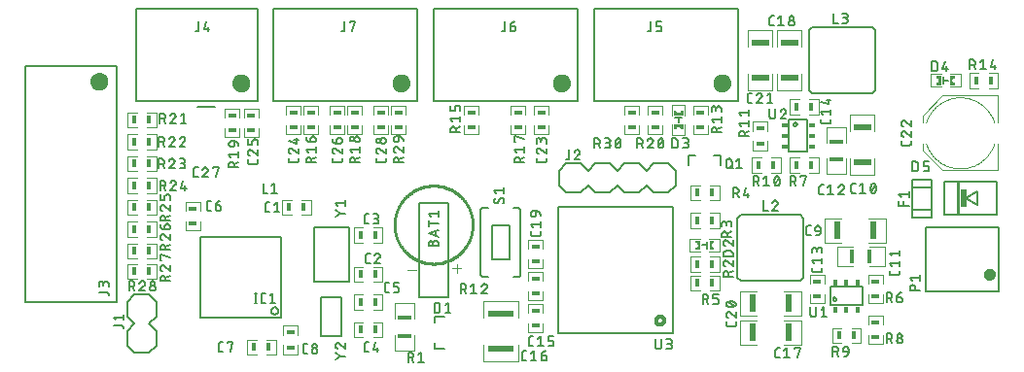
<source format=gto>
G04 EAGLE Gerber RS-274X export*
G75*
%MOMM*%
%FSLAX25Y25*%
%LPD*%
%AMOC8*
5,1,8,0,0,1.08239X$1,22.5*%
G01*
%ADD10C,0.127000*%
%ADD11C,0.152400*%
%ADD12C,0.304800*%
%ADD13C,0.100000*%
%ADD14R,0.800000X0.300000*%
%ADD15R,0.100000X1.600000*%
%ADD16R,0.450000X0.600000*%
%ADD17R,0.300000X0.800000*%
%ADD18R,1.600000X0.100000*%
%ADD19R,0.450000X1.250000*%
%ADD20R,2.000000X0.100000*%
%ADD21R,0.500000X1.600000*%
%ADD22R,3.600000X0.100000*%
%ADD23C,0.203200*%
%ADD24R,0.600000X0.450000*%
%ADD25R,1.250000X0.450000*%
%ADD26R,0.100000X2.000000*%
%ADD27R,1.600000X0.500000*%
%ADD28R,0.100000X3.600000*%
%ADD29C,1.000000*%
%ADD30C,0.254000*%
%ADD31C,0.101600*%
%ADD32C,0.150000*%
%ADD33R,2.250000X0.500000*%
%ADD34R,0.100000X3.500000*%
%ADD35R,0.900000X0.100000*%
%ADD36C,0.200000*%
%ADD37C,0.406400*%
%ADD38R,0.609600X1.574800*%
%ADD39R,0.100000X0.900000*%

G36*
X5720448Y2078993D02*
X5720448Y2078993D01*
X5720449Y2078993D01*
X5720502Y2079391D01*
X5720508Y2079440D01*
X5720508Y2079441D01*
X5720515Y2079490D01*
X5720515Y2079491D01*
X5720521Y2079540D01*
X5720522Y2079540D01*
X5720521Y2079540D01*
X5720528Y2079589D01*
X5720528Y2079590D01*
X5720534Y2079639D01*
X5720535Y2079639D01*
X5720534Y2079640D01*
X5720606Y2080186D01*
X5720607Y2080186D01*
X5720613Y2080235D01*
X5720613Y2080236D01*
X5720619Y2080285D01*
X5720620Y2080285D01*
X5720619Y2080286D01*
X5720626Y2080335D01*
X5720633Y2080384D01*
X5720633Y2080385D01*
X5720639Y2080434D01*
X5720639Y2080435D01*
X5720704Y2080931D01*
X5720705Y2080931D01*
X5720705Y2080932D01*
X5720711Y2080981D01*
X5720718Y2081030D01*
X5720718Y2081031D01*
X5720724Y2081080D01*
X5720724Y2081081D01*
X5720731Y2081130D01*
X5720737Y2081179D01*
X5720738Y2081180D01*
X5720737Y2081180D01*
X5720809Y2081726D01*
X5720809Y2081727D01*
X5720816Y2081776D01*
X5720822Y2081825D01*
X5720823Y2081826D01*
X5720822Y2081826D01*
X5720829Y2081875D01*
X5720829Y2081876D01*
X5720835Y2081925D01*
X5720836Y2081925D01*
X5720835Y2081925D01*
X5720842Y2081974D01*
X5720842Y2081975D01*
X5720907Y2082472D01*
X5720908Y2082472D01*
X5720914Y2082521D01*
X5720914Y2082522D01*
X5720920Y2082571D01*
X5720921Y2082571D01*
X5720920Y2082571D01*
X5720927Y2082620D01*
X5720927Y2082621D01*
X5720933Y2082670D01*
X5720934Y2082670D01*
X5720933Y2082671D01*
X5720940Y2082720D01*
X5721012Y2083266D01*
X5721012Y2083267D01*
X5721018Y2083316D01*
X5721019Y2083316D01*
X5721018Y2083317D01*
X5721025Y2083366D01*
X5721032Y2083415D01*
X5721032Y2083416D01*
X5721038Y2083465D01*
X5721038Y2083466D01*
X5721045Y2083515D01*
X5721117Y2084061D01*
X5721117Y2084062D01*
X5721123Y2084111D01*
X5721123Y2084112D01*
X5721130Y2084161D01*
X5721130Y2084163D01*
X5723123Y2088974D01*
X5726293Y2093107D01*
X5730426Y2096278D01*
X5735237Y2098270D01*
X5740400Y2098950D01*
X5745563Y2098270D01*
X5750374Y2096278D01*
X5754507Y2093107D01*
X5757678Y2088974D01*
X5759670Y2084163D01*
X5760351Y2078993D01*
X5760399Y2078952D01*
X5760400Y2078950D01*
X5780400Y2078950D01*
X5780449Y2078994D01*
X5780447Y2078997D01*
X5780450Y2079000D01*
X5780450Y2119000D01*
X5780406Y2119049D01*
X5780403Y2119047D01*
X5780400Y2119050D01*
X5700400Y2119050D01*
X5700351Y2119006D01*
X5700352Y2119005D01*
X5700351Y2119004D01*
X5700353Y2119002D01*
X5700350Y2119000D01*
X5700350Y2079000D01*
X5700394Y2078951D01*
X5700397Y2078953D01*
X5700400Y2078950D01*
X5720400Y2078950D01*
X5720448Y2078993D01*
G37*
G36*
X8024549Y2461894D02*
X8024549Y2461894D01*
X8024547Y2461897D01*
X8024550Y2461900D01*
X8024550Y2541900D01*
X8024506Y2541949D01*
X8024503Y2541947D01*
X8024500Y2541950D01*
X7984500Y2541950D01*
X7984451Y2541906D01*
X7984452Y2541904D01*
X7984451Y2541903D01*
X7984452Y2541901D01*
X7984450Y2541900D01*
X7984450Y2521900D01*
X7984493Y2521852D01*
X7984493Y2521851D01*
X7989663Y2521170D01*
X7994474Y2519178D01*
X7998607Y2516007D01*
X8001778Y2511874D01*
X8003770Y2507063D01*
X8004450Y2501900D01*
X8004405Y2501557D01*
X8004404Y2501557D01*
X8004404Y2501556D01*
X8004398Y2501507D01*
X8004392Y2501458D01*
X8004391Y2501457D01*
X8004392Y2501457D01*
X8004385Y2501408D01*
X8004385Y2501407D01*
X8004378Y2501358D01*
X8004372Y2501308D01*
X8004300Y2500762D01*
X8004300Y2500761D01*
X8004293Y2500712D01*
X8004287Y2500663D01*
X8004287Y2500662D01*
X8004280Y2500613D01*
X8004280Y2500612D01*
X8004274Y2500563D01*
X8004273Y2500563D01*
X8004274Y2500563D01*
X8004202Y2500017D01*
X8004202Y2500016D01*
X8004195Y2499967D01*
X8004195Y2499966D01*
X8004189Y2499917D01*
X8004188Y2499917D01*
X8004189Y2499917D01*
X8004182Y2499868D01*
X8004182Y2499867D01*
X8004176Y2499818D01*
X8004175Y2499818D01*
X8004176Y2499817D01*
X8004169Y2499768D01*
X8004097Y2499222D01*
X8004097Y2499221D01*
X8004091Y2499172D01*
X8004090Y2499172D01*
X8004091Y2499171D01*
X8004084Y2499122D01*
X8004078Y2499073D01*
X8004077Y2499072D01*
X8004078Y2499072D01*
X8004071Y2499023D01*
X8004071Y2499022D01*
X8003999Y2498476D01*
X8003993Y2498427D01*
X8003992Y2498426D01*
X8003993Y2498426D01*
X8003986Y2498377D01*
X8003986Y2498376D01*
X8003979Y2498327D01*
X8003973Y2498278D01*
X8003973Y2498277D01*
X8003966Y2498228D01*
X8003966Y2498227D01*
X8003894Y2497681D01*
X8003888Y2497632D01*
X8003888Y2497631D01*
X8003881Y2497582D01*
X8003881Y2497581D01*
X8003875Y2497532D01*
X8003874Y2497532D01*
X8003875Y2497532D01*
X8003868Y2497483D01*
X8003868Y2497482D01*
X8003862Y2497433D01*
X8003861Y2497433D01*
X8003862Y2497432D01*
X8003796Y2496936D01*
X8003796Y2496935D01*
X8003790Y2496886D01*
X8003789Y2496886D01*
X8003783Y2496837D01*
X8003783Y2496836D01*
X8003777Y2496787D01*
X8003776Y2496787D01*
X8003777Y2496786D01*
X8003770Y2496737D01*
X8001778Y2491926D01*
X7998606Y2487793D01*
X7994474Y2484623D01*
X7989663Y2482630D01*
X7984493Y2481949D01*
X7984452Y2481901D01*
X7984450Y2481900D01*
X7984450Y2461900D01*
X7984494Y2461851D01*
X7984497Y2461853D01*
X7984500Y2461850D01*
X8024500Y2461850D01*
X8024549Y2461894D01*
G37*
G36*
X5929049Y1026794D02*
X5929049Y1026794D01*
X5929047Y1026797D01*
X5929050Y1026800D01*
X5929050Y1106800D01*
X5929006Y1106849D01*
X5929003Y1106847D01*
X5929000Y1106850D01*
X5889000Y1106850D01*
X5888951Y1106806D01*
X5888952Y1106804D01*
X5888951Y1106803D01*
X5888952Y1106801D01*
X5888950Y1106800D01*
X5888950Y1086800D01*
X5888993Y1086752D01*
X5888993Y1086751D01*
X5894163Y1086070D01*
X5898974Y1084078D01*
X5903107Y1080907D01*
X5906278Y1076774D01*
X5908270Y1071963D01*
X5908950Y1066800D01*
X5908905Y1066457D01*
X5908904Y1066457D01*
X5908904Y1066456D01*
X5908898Y1066407D01*
X5908892Y1066358D01*
X5908891Y1066357D01*
X5908892Y1066357D01*
X5908885Y1066308D01*
X5908885Y1066307D01*
X5908878Y1066258D01*
X5908872Y1066208D01*
X5908800Y1065662D01*
X5908800Y1065661D01*
X5908793Y1065612D01*
X5908787Y1065563D01*
X5908787Y1065562D01*
X5908780Y1065513D01*
X5908780Y1065512D01*
X5908774Y1065463D01*
X5908773Y1065463D01*
X5908774Y1065463D01*
X5908702Y1064917D01*
X5908702Y1064916D01*
X5908695Y1064867D01*
X5908695Y1064866D01*
X5908689Y1064817D01*
X5908688Y1064817D01*
X5908689Y1064817D01*
X5908682Y1064768D01*
X5908682Y1064767D01*
X5908676Y1064718D01*
X5908675Y1064718D01*
X5908676Y1064717D01*
X5908669Y1064668D01*
X5908597Y1064122D01*
X5908597Y1064121D01*
X5908591Y1064072D01*
X5908590Y1064072D01*
X5908591Y1064071D01*
X5908584Y1064022D01*
X5908578Y1063973D01*
X5908577Y1063972D01*
X5908578Y1063972D01*
X5908571Y1063923D01*
X5908571Y1063922D01*
X5908499Y1063376D01*
X5908493Y1063327D01*
X5908492Y1063326D01*
X5908493Y1063326D01*
X5908486Y1063277D01*
X5908486Y1063276D01*
X5908479Y1063227D01*
X5908473Y1063178D01*
X5908473Y1063177D01*
X5908466Y1063128D01*
X5908466Y1063127D01*
X5908394Y1062581D01*
X5908388Y1062532D01*
X5908388Y1062531D01*
X5908381Y1062482D01*
X5908381Y1062481D01*
X5908375Y1062432D01*
X5908374Y1062432D01*
X5908375Y1062432D01*
X5908368Y1062383D01*
X5908368Y1062382D01*
X5908362Y1062333D01*
X5908361Y1062333D01*
X5908362Y1062332D01*
X5908296Y1061836D01*
X5908296Y1061835D01*
X5908290Y1061786D01*
X5908289Y1061786D01*
X5908283Y1061737D01*
X5908283Y1061736D01*
X5908277Y1061687D01*
X5908276Y1061687D01*
X5908277Y1061686D01*
X5908270Y1061637D01*
X5906278Y1056826D01*
X5903106Y1052693D01*
X5898974Y1049523D01*
X5894163Y1047530D01*
X5888993Y1046849D01*
X5888952Y1046801D01*
X5888950Y1046800D01*
X5888950Y1026800D01*
X5888994Y1026751D01*
X5888997Y1026753D01*
X5889000Y1026750D01*
X5929000Y1026750D01*
X5929049Y1026794D01*
G37*
G36*
X5780449Y2198994D02*
X5780449Y2198994D01*
X5780447Y2198997D01*
X5780450Y2199000D01*
X5780450Y2239000D01*
X5780406Y2239049D01*
X5780403Y2239047D01*
X5780400Y2239050D01*
X5760400Y2239050D01*
X5760352Y2239008D01*
X5760351Y2239007D01*
X5760305Y2238657D01*
X5760304Y2238657D01*
X5760304Y2238656D01*
X5760298Y2238607D01*
X5760292Y2238558D01*
X5760291Y2238557D01*
X5760292Y2238557D01*
X5760285Y2238508D01*
X5760285Y2238507D01*
X5760278Y2238458D01*
X5760272Y2238408D01*
X5760200Y2237862D01*
X5760200Y2237861D01*
X5760193Y2237812D01*
X5760187Y2237763D01*
X5760187Y2237762D01*
X5760180Y2237713D01*
X5760180Y2237712D01*
X5760174Y2237663D01*
X5760173Y2237663D01*
X5760174Y2237663D01*
X5760102Y2237117D01*
X5760102Y2237116D01*
X5760095Y2237067D01*
X5760095Y2237066D01*
X5760089Y2237017D01*
X5760088Y2237017D01*
X5760089Y2237017D01*
X5760082Y2236968D01*
X5760082Y2236967D01*
X5760076Y2236918D01*
X5760075Y2236918D01*
X5760076Y2236917D01*
X5760069Y2236868D01*
X5759997Y2236322D01*
X5759997Y2236321D01*
X5759991Y2236272D01*
X5759990Y2236272D01*
X5759991Y2236271D01*
X5759984Y2236222D01*
X5759978Y2236173D01*
X5759977Y2236172D01*
X5759978Y2236172D01*
X5759971Y2236123D01*
X5759971Y2236122D01*
X5759899Y2235576D01*
X5759893Y2235527D01*
X5759892Y2235526D01*
X5759893Y2235526D01*
X5759886Y2235477D01*
X5759886Y2235476D01*
X5759879Y2235427D01*
X5759873Y2235378D01*
X5759873Y2235377D01*
X5759866Y2235328D01*
X5759866Y2235327D01*
X5759794Y2234781D01*
X5759788Y2234732D01*
X5759788Y2234731D01*
X5759781Y2234682D01*
X5759781Y2234681D01*
X5759775Y2234632D01*
X5759774Y2234632D01*
X5759775Y2234632D01*
X5759768Y2234583D01*
X5759768Y2234582D01*
X5759762Y2234533D01*
X5759761Y2234533D01*
X5759762Y2234532D01*
X5759696Y2234036D01*
X5759696Y2234035D01*
X5759690Y2233986D01*
X5759689Y2233986D01*
X5759683Y2233937D01*
X5759683Y2233936D01*
X5759677Y2233887D01*
X5759676Y2233887D01*
X5759677Y2233886D01*
X5759670Y2233837D01*
X5757678Y2229026D01*
X5754506Y2224893D01*
X5750374Y2221723D01*
X5745563Y2219730D01*
X5740400Y2219050D01*
X5735237Y2219730D01*
X5730426Y2221723D01*
X5726294Y2224893D01*
X5723123Y2229026D01*
X5721130Y2233837D01*
X5720449Y2239007D01*
X5720402Y2239048D01*
X5720400Y2239050D01*
X5700400Y2239050D01*
X5700351Y2239006D01*
X5700352Y2239005D01*
X5700351Y2239004D01*
X5700353Y2239002D01*
X5700350Y2239000D01*
X5700350Y2199000D01*
X5700394Y2198951D01*
X5700397Y2198953D01*
X5700400Y2198950D01*
X5780400Y2198950D01*
X5780449Y2198994D01*
G37*
G36*
X8144549Y2461894D02*
X8144549Y2461894D01*
X8144547Y2461897D01*
X8144550Y2461900D01*
X8144550Y2481900D01*
X8144508Y2481948D01*
X8144507Y2481949D01*
X8139337Y2482630D01*
X8134526Y2484623D01*
X8130394Y2487793D01*
X8127223Y2491926D01*
X8125230Y2496737D01*
X8124550Y2501900D01*
X8124556Y2501941D01*
X8124556Y2501942D01*
X8124562Y2501991D01*
X8124563Y2501991D01*
X8124562Y2501992D01*
X8124569Y2502041D01*
X8124641Y2502587D01*
X8124641Y2502588D01*
X8124647Y2502637D01*
X8124648Y2502637D01*
X8124647Y2502638D01*
X8124654Y2502687D01*
X8124660Y2502736D01*
X8124661Y2502737D01*
X8124660Y2502737D01*
X8124667Y2502786D01*
X8124667Y2502787D01*
X8124739Y2503333D01*
X8124745Y2503382D01*
X8124746Y2503383D01*
X8124745Y2503383D01*
X8124752Y2503432D01*
X8124752Y2503433D01*
X8124758Y2503482D01*
X8124759Y2503482D01*
X8124758Y2503482D01*
X8124765Y2503531D01*
X8124765Y2503532D01*
X8124772Y2503581D01*
X8124772Y2503582D01*
X8124843Y2504128D01*
X8124844Y2504128D01*
X8124850Y2504177D01*
X8124850Y2504178D01*
X8124857Y2504227D01*
X8124857Y2504228D01*
X8124863Y2504277D01*
X8124870Y2504326D01*
X8124870Y2504327D01*
X8124942Y2504873D01*
X8124948Y2504923D01*
X8124955Y2504972D01*
X8124955Y2504973D01*
X8124961Y2505022D01*
X8124962Y2505022D01*
X8124961Y2505023D01*
X8124968Y2505072D01*
X8124974Y2505121D01*
X8124975Y2505122D01*
X8124974Y2505122D01*
X8125046Y2505668D01*
X8125047Y2505668D01*
X8125053Y2505718D01*
X8125059Y2505767D01*
X8125060Y2505768D01*
X8125059Y2505768D01*
X8125066Y2505817D01*
X8125066Y2505818D01*
X8125073Y2505867D01*
X8125079Y2505916D01*
X8125079Y2505917D01*
X8125144Y2506413D01*
X8125145Y2506413D01*
X8125145Y2506414D01*
X8125151Y2506463D01*
X8125158Y2506513D01*
X8125164Y2506562D01*
X8125164Y2506563D01*
X8125171Y2506612D01*
X8125171Y2506613D01*
X8125177Y2506662D01*
X8125178Y2506662D01*
X8125177Y2506662D01*
X8125230Y2507063D01*
X8127223Y2511874D01*
X8130393Y2516007D01*
X8134526Y2519178D01*
X8139337Y2521170D01*
X8144507Y2521851D01*
X8144548Y2521898D01*
X8144550Y2521900D01*
X8144550Y2541900D01*
X8144506Y2541949D01*
X8144503Y2541947D01*
X8144500Y2541950D01*
X8104500Y2541950D01*
X8104451Y2541906D01*
X8104452Y2541904D01*
X8104451Y2541903D01*
X8104452Y2541901D01*
X8104450Y2541900D01*
X8104450Y2461900D01*
X8104494Y2461851D01*
X8104497Y2461853D01*
X8104500Y2461850D01*
X8144500Y2461850D01*
X8144549Y2461894D01*
G37*
G36*
X6049049Y1026794D02*
X6049049Y1026794D01*
X6049047Y1026797D01*
X6049050Y1026800D01*
X6049050Y1046800D01*
X6049008Y1046848D01*
X6049007Y1046849D01*
X6043837Y1047530D01*
X6039026Y1049523D01*
X6034894Y1052693D01*
X6031723Y1056826D01*
X6029730Y1061637D01*
X6029050Y1066800D01*
X6029056Y1066841D01*
X6029056Y1066842D01*
X6029062Y1066891D01*
X6029063Y1066891D01*
X6029062Y1066892D01*
X6029069Y1066941D01*
X6029141Y1067487D01*
X6029141Y1067488D01*
X6029147Y1067537D01*
X6029148Y1067537D01*
X6029147Y1067538D01*
X6029154Y1067587D01*
X6029160Y1067636D01*
X6029161Y1067637D01*
X6029160Y1067637D01*
X6029167Y1067686D01*
X6029167Y1067687D01*
X6029239Y1068233D01*
X6029245Y1068282D01*
X6029246Y1068283D01*
X6029245Y1068283D01*
X6029252Y1068332D01*
X6029252Y1068333D01*
X6029258Y1068382D01*
X6029259Y1068382D01*
X6029258Y1068382D01*
X6029265Y1068431D01*
X6029265Y1068432D01*
X6029272Y1068481D01*
X6029272Y1068482D01*
X6029343Y1069028D01*
X6029344Y1069028D01*
X6029350Y1069077D01*
X6029350Y1069078D01*
X6029357Y1069127D01*
X6029357Y1069128D01*
X6029363Y1069177D01*
X6029370Y1069226D01*
X6029370Y1069227D01*
X6029442Y1069773D01*
X6029448Y1069823D01*
X6029455Y1069872D01*
X6029455Y1069873D01*
X6029461Y1069922D01*
X6029462Y1069922D01*
X6029461Y1069923D01*
X6029468Y1069972D01*
X6029474Y1070021D01*
X6029475Y1070022D01*
X6029474Y1070022D01*
X6029546Y1070568D01*
X6029547Y1070568D01*
X6029553Y1070618D01*
X6029559Y1070667D01*
X6029560Y1070668D01*
X6029559Y1070668D01*
X6029566Y1070717D01*
X6029566Y1070718D01*
X6029573Y1070767D01*
X6029579Y1070816D01*
X6029579Y1070817D01*
X6029644Y1071313D01*
X6029645Y1071313D01*
X6029645Y1071314D01*
X6029651Y1071363D01*
X6029658Y1071413D01*
X6029664Y1071462D01*
X6029664Y1071463D01*
X6029671Y1071512D01*
X6029671Y1071513D01*
X6029677Y1071562D01*
X6029678Y1071562D01*
X6029677Y1071562D01*
X6029730Y1071963D01*
X6031723Y1076774D01*
X6034893Y1080907D01*
X6039026Y1084078D01*
X6043837Y1086070D01*
X6049007Y1086751D01*
X6049048Y1086798D01*
X6049050Y1086800D01*
X6049050Y1106800D01*
X6049006Y1106849D01*
X6049003Y1106847D01*
X6049000Y1106850D01*
X6009000Y1106850D01*
X6008951Y1106806D01*
X6008952Y1106804D01*
X6008951Y1106803D01*
X6008952Y1106801D01*
X6008950Y1106800D01*
X6008950Y1026800D01*
X6008994Y1026751D01*
X6008997Y1026753D01*
X6009000Y1026750D01*
X6049000Y1026750D01*
X6049049Y1026794D01*
G37*
D10*
X2280400Y437400D02*
X2259400Y437400D01*
X2258400Y437400D02*
X1580400Y437400D01*
X1580400Y1137400D01*
X2280400Y1137400D01*
X2280400Y437400D01*
X2193790Y494400D02*
X2193799Y495151D01*
X2193827Y495902D01*
X2193873Y496652D01*
X2193937Y497400D01*
X2194020Y498147D01*
X2194121Y498891D01*
X2194241Y499633D01*
X2194378Y500372D01*
X2194534Y501107D01*
X2194707Y501838D01*
X2194899Y502564D01*
X2195108Y503286D01*
X2195335Y504002D01*
X2195579Y504712D01*
X2195841Y505416D01*
X2196120Y506114D01*
X2196416Y506804D01*
X2196729Y507487D01*
X2197058Y508163D01*
X2197404Y508829D01*
X2197767Y509488D01*
X2198145Y510137D01*
X2198539Y510776D01*
X2198949Y511406D01*
X2199374Y512025D01*
X2199814Y512634D01*
X2200269Y513232D01*
X2200738Y513819D01*
X2201222Y514394D01*
X2201719Y514956D01*
X2202231Y515507D01*
X2202755Y516045D01*
X2203293Y516569D01*
X2203844Y517081D01*
X2204406Y517578D01*
X2204981Y518062D01*
X2205568Y518531D01*
X2206166Y518986D01*
X2206775Y519426D01*
X2207394Y519851D01*
X2208024Y520261D01*
X2208663Y520655D01*
X2209312Y521033D01*
X2209971Y521396D01*
X2210637Y521742D01*
X2211313Y522071D01*
X2211996Y522384D01*
X2212686Y522680D01*
X2213384Y522959D01*
X2214088Y523221D01*
X2214798Y523465D01*
X2215514Y523692D01*
X2216236Y523901D01*
X2216962Y524093D01*
X2217693Y524266D01*
X2218428Y524422D01*
X2219167Y524559D01*
X2219909Y524679D01*
X2220653Y524780D01*
X2221400Y524863D01*
X2222148Y524927D01*
X2222898Y524973D01*
X2223649Y525001D01*
X2224400Y525010D01*
X2225151Y525001D01*
X2225902Y524973D01*
X2226652Y524927D01*
X2227400Y524863D01*
X2228147Y524780D01*
X2228891Y524679D01*
X2229633Y524559D01*
X2230372Y524422D01*
X2231107Y524266D01*
X2231838Y524093D01*
X2232564Y523901D01*
X2233286Y523692D01*
X2234002Y523465D01*
X2234712Y523221D01*
X2235416Y522959D01*
X2236114Y522680D01*
X2236804Y522384D01*
X2237487Y522071D01*
X2238163Y521742D01*
X2238829Y521396D01*
X2239488Y521033D01*
X2240137Y520655D01*
X2240776Y520261D01*
X2241406Y519851D01*
X2242025Y519426D01*
X2242634Y518986D01*
X2243232Y518531D01*
X2243819Y518062D01*
X2244394Y517578D01*
X2244956Y517081D01*
X2245507Y516569D01*
X2246045Y516045D01*
X2246569Y515507D01*
X2247081Y514956D01*
X2247578Y514394D01*
X2248062Y513819D01*
X2248531Y513232D01*
X2248986Y512634D01*
X2249426Y512025D01*
X2249851Y511406D01*
X2250261Y510776D01*
X2250655Y510137D01*
X2251033Y509488D01*
X2251396Y508829D01*
X2251742Y508163D01*
X2252071Y507487D01*
X2252384Y506804D01*
X2252680Y506114D01*
X2252959Y505416D01*
X2253221Y504712D01*
X2253465Y504002D01*
X2253692Y503286D01*
X2253901Y502564D01*
X2254093Y501838D01*
X2254266Y501107D01*
X2254422Y500372D01*
X2254559Y499633D01*
X2254679Y498891D01*
X2254780Y498147D01*
X2254863Y497400D01*
X2254927Y496652D01*
X2254973Y495902D01*
X2255001Y495151D01*
X2255010Y494400D01*
X2255001Y493649D01*
X2254973Y492898D01*
X2254927Y492148D01*
X2254863Y491400D01*
X2254780Y490653D01*
X2254679Y489909D01*
X2254559Y489167D01*
X2254422Y488428D01*
X2254266Y487693D01*
X2254093Y486962D01*
X2253901Y486236D01*
X2253692Y485514D01*
X2253465Y484798D01*
X2253221Y484088D01*
X2252959Y483384D01*
X2252680Y482686D01*
X2252384Y481996D01*
X2252071Y481313D01*
X2251742Y480637D01*
X2251396Y479971D01*
X2251033Y479312D01*
X2250655Y478663D01*
X2250261Y478024D01*
X2249851Y477394D01*
X2249426Y476775D01*
X2248986Y476166D01*
X2248531Y475568D01*
X2248062Y474981D01*
X2247578Y474406D01*
X2247081Y473844D01*
X2246569Y473293D01*
X2246045Y472755D01*
X2245507Y472231D01*
X2244956Y471719D01*
X2244394Y471222D01*
X2243819Y470738D01*
X2243232Y470269D01*
X2242634Y469814D01*
X2242025Y469374D01*
X2241406Y468949D01*
X2240776Y468539D01*
X2240137Y468145D01*
X2239488Y467767D01*
X2238829Y467404D01*
X2238163Y467058D01*
X2237487Y466729D01*
X2236804Y466416D01*
X2236114Y466120D01*
X2235416Y465841D01*
X2234712Y465579D01*
X2234002Y465335D01*
X2233286Y465108D01*
X2232564Y464899D01*
X2231838Y464707D01*
X2231107Y464534D01*
X2230372Y464378D01*
X2229633Y464241D01*
X2228891Y464121D01*
X2228147Y464020D01*
X2227400Y463937D01*
X2226652Y463873D01*
X2225902Y463827D01*
X2225151Y463799D01*
X2224400Y463790D01*
X2223649Y463799D01*
X2222898Y463827D01*
X2222148Y463873D01*
X2221400Y463937D01*
X2220653Y464020D01*
X2219909Y464121D01*
X2219167Y464241D01*
X2218428Y464378D01*
X2217693Y464534D01*
X2216962Y464707D01*
X2216236Y464899D01*
X2215514Y465108D01*
X2214798Y465335D01*
X2214088Y465579D01*
X2213384Y465841D01*
X2212686Y466120D01*
X2211996Y466416D01*
X2211313Y466729D01*
X2210637Y467058D01*
X2209971Y467404D01*
X2209312Y467767D01*
X2208663Y468145D01*
X2208024Y468539D01*
X2207394Y468949D01*
X2206775Y469374D01*
X2206166Y469814D01*
X2205568Y470269D01*
X2204981Y470738D01*
X2204406Y471222D01*
X2203844Y471719D01*
X2203293Y472231D01*
X2202755Y472755D01*
X2202231Y473293D01*
X2201719Y473844D01*
X2201222Y474406D01*
X2200738Y474981D01*
X2200269Y475568D01*
X2199814Y476166D01*
X2199374Y476775D01*
X2198949Y477394D01*
X2198539Y478024D01*
X2198145Y478663D01*
X2197767Y479312D01*
X2197404Y479971D01*
X2197058Y480637D01*
X2196729Y481313D01*
X2196416Y481996D01*
X2196120Y482686D01*
X2195841Y483384D01*
X2195579Y484088D01*
X2195335Y484798D01*
X2195108Y485514D01*
X2194899Y486236D01*
X2194707Y486962D01*
X2194534Y487693D01*
X2194378Y488428D01*
X2194241Y489167D01*
X2194121Y489909D01*
X2194020Y490653D01*
X2193937Y491400D01*
X2193873Y492148D01*
X2193827Y492898D01*
X2193799Y493649D01*
X2193790Y494400D01*
D11*
X2057315Y561720D02*
X2057315Y648080D01*
X2047720Y561720D02*
X2066911Y561720D01*
X2066911Y648080D02*
X2047720Y648080D01*
X2125287Y561720D02*
X2144478Y561720D01*
X2125287Y561720D02*
X2124823Y561726D01*
X2124360Y561742D01*
X2123897Y561770D01*
X2123435Y561810D01*
X2122974Y561860D01*
X2122514Y561921D01*
X2122056Y561994D01*
X2121600Y562078D01*
X2121146Y562172D01*
X2120694Y562278D01*
X2120245Y562394D01*
X2119799Y562521D01*
X2119357Y562659D01*
X2118917Y562808D01*
X2118482Y562967D01*
X2118050Y563137D01*
X2117623Y563317D01*
X2117200Y563507D01*
X2116782Y563708D01*
X2116368Y563918D01*
X2115960Y564139D01*
X2115558Y564369D01*
X2115161Y564609D01*
X2114770Y564858D01*
X2114385Y565117D01*
X2114007Y565385D01*
X2113635Y565662D01*
X2113270Y565948D01*
X2112912Y566243D01*
X2112561Y566546D01*
X2112218Y566858D01*
X2111882Y567178D01*
X2111554Y567506D01*
X2111234Y567842D01*
X2110922Y568185D01*
X2110619Y568536D01*
X2110324Y568894D01*
X2110038Y569259D01*
X2109761Y569631D01*
X2109493Y570009D01*
X2109234Y570394D01*
X2108985Y570785D01*
X2108745Y571182D01*
X2108515Y571584D01*
X2108294Y571992D01*
X2108084Y572406D01*
X2107883Y572824D01*
X2107693Y573247D01*
X2107513Y573674D01*
X2107343Y574106D01*
X2107184Y574541D01*
X2107035Y574981D01*
X2106897Y575423D01*
X2106770Y575869D01*
X2106654Y576318D01*
X2106548Y576770D01*
X2106454Y577224D01*
X2106370Y577680D01*
X2106297Y578138D01*
X2106236Y578598D01*
X2106186Y579059D01*
X2106146Y579521D01*
X2106118Y579984D01*
X2106102Y580447D01*
X2106096Y580911D01*
X2106096Y628889D01*
X2106097Y628889D02*
X2106103Y629360D01*
X2106120Y629831D01*
X2106149Y630301D01*
X2106189Y630770D01*
X2106241Y631238D01*
X2106305Y631705D01*
X2106380Y632170D01*
X2106466Y632633D01*
X2106563Y633094D01*
X2106672Y633552D01*
X2106792Y634007D01*
X2106923Y634460D01*
X2107066Y634909D01*
X2107219Y635354D01*
X2107383Y635796D01*
X2107558Y636233D01*
X2107743Y636666D01*
X2107940Y637094D01*
X2108146Y637517D01*
X2108363Y637935D01*
X2108590Y638348D01*
X2108827Y638755D01*
X2109074Y639156D01*
X2109331Y639551D01*
X2109598Y639939D01*
X2109874Y640321D01*
X2110159Y640696D01*
X2110453Y641064D01*
X2110756Y641424D01*
X2111068Y641777D01*
X2111389Y642122D01*
X2111718Y642459D01*
X2112055Y642788D01*
X2112400Y643108D01*
X2112753Y643420D01*
X2113113Y643724D01*
X2113481Y644018D01*
X2113856Y644303D01*
X2114238Y644579D01*
X2114626Y644846D01*
X2115021Y645102D01*
X2115422Y645350D01*
X2115829Y645587D01*
X2116241Y645814D01*
X2116659Y646031D01*
X2117083Y646237D01*
X2117511Y646434D01*
X2117944Y646619D01*
X2118381Y646794D01*
X2118823Y646958D01*
X2119268Y647111D01*
X2119717Y647254D01*
X2120169Y647385D01*
X2120625Y647505D01*
X2121083Y647614D01*
X2121544Y647711D01*
X2122007Y647797D01*
X2122472Y647872D01*
X2122939Y647936D01*
X2123407Y647988D01*
X2123876Y648028D01*
X2124346Y648057D01*
X2124817Y648074D01*
X2125288Y648080D01*
X2125287Y648080D02*
X2144478Y648080D01*
X2182678Y628889D02*
X2206667Y648080D01*
X2206667Y561720D01*
X2230655Y561720D02*
X2182678Y561720D01*
D10*
X5689600Y297000D02*
X5689600Y1397000D01*
X5689600Y297000D02*
X4689600Y297000D01*
X4689600Y1397000D01*
X5689600Y1397000D01*
D12*
X5544040Y407000D02*
X5544051Y407873D01*
X5544083Y408745D01*
X5544136Y409616D01*
X5544211Y410485D01*
X5544307Y411353D01*
X5544425Y412218D01*
X5544564Y413079D01*
X5544723Y413937D01*
X5544904Y414791D01*
X5545106Y415640D01*
X5545328Y416484D01*
X5545571Y417323D01*
X5545835Y418155D01*
X5546119Y418980D01*
X5546423Y419798D01*
X5546747Y420608D01*
X5547091Y421410D01*
X5547454Y422204D01*
X5547837Y422988D01*
X5548239Y423763D01*
X5548660Y424527D01*
X5549099Y425281D01*
X5549557Y426025D01*
X5550033Y426756D01*
X5550527Y427476D01*
X5551038Y428183D01*
X5551566Y428878D01*
X5552112Y429559D01*
X5552674Y430227D01*
X5553252Y430881D01*
X5553846Y431520D01*
X5554455Y432145D01*
X5555080Y432754D01*
X5555719Y433348D01*
X5556373Y433926D01*
X5557041Y434488D01*
X5557722Y435034D01*
X5558417Y435562D01*
X5559124Y436073D01*
X5559844Y436567D01*
X5560575Y437043D01*
X5561319Y437501D01*
X5562073Y437940D01*
X5562837Y438361D01*
X5563612Y438763D01*
X5564396Y439146D01*
X5565190Y439509D01*
X5565992Y439853D01*
X5566802Y440177D01*
X5567620Y440481D01*
X5568445Y440765D01*
X5569277Y441029D01*
X5570116Y441272D01*
X5570960Y441494D01*
X5571809Y441696D01*
X5572663Y441877D01*
X5573521Y442036D01*
X5574382Y442175D01*
X5575247Y442293D01*
X5576115Y442389D01*
X5576984Y442464D01*
X5577855Y442517D01*
X5578727Y442549D01*
X5579600Y442560D01*
X5580473Y442549D01*
X5581345Y442517D01*
X5582216Y442464D01*
X5583085Y442389D01*
X5583953Y442293D01*
X5584818Y442175D01*
X5585679Y442036D01*
X5586537Y441877D01*
X5587391Y441696D01*
X5588240Y441494D01*
X5589084Y441272D01*
X5589923Y441029D01*
X5590755Y440765D01*
X5591580Y440481D01*
X5592398Y440177D01*
X5593208Y439853D01*
X5594010Y439509D01*
X5594804Y439146D01*
X5595588Y438763D01*
X5596363Y438361D01*
X5597127Y437940D01*
X5597881Y437501D01*
X5598625Y437043D01*
X5599356Y436567D01*
X5600076Y436073D01*
X5600783Y435562D01*
X5601478Y435034D01*
X5602159Y434488D01*
X5602827Y433926D01*
X5603481Y433348D01*
X5604120Y432754D01*
X5604745Y432145D01*
X5605354Y431520D01*
X5605948Y430881D01*
X5606526Y430227D01*
X5607088Y429559D01*
X5607634Y428878D01*
X5608162Y428183D01*
X5608673Y427476D01*
X5609167Y426756D01*
X5609643Y426025D01*
X5610101Y425281D01*
X5610540Y424527D01*
X5610961Y423763D01*
X5611363Y422988D01*
X5611746Y422204D01*
X5612109Y421410D01*
X5612453Y420608D01*
X5612777Y419798D01*
X5613081Y418980D01*
X5613365Y418155D01*
X5613629Y417323D01*
X5613872Y416484D01*
X5614094Y415640D01*
X5614296Y414791D01*
X5614477Y413937D01*
X5614636Y413079D01*
X5614775Y412218D01*
X5614893Y411353D01*
X5614989Y410485D01*
X5615064Y409616D01*
X5615117Y408745D01*
X5615149Y407873D01*
X5615160Y407000D01*
X5615149Y406127D01*
X5615117Y405255D01*
X5615064Y404384D01*
X5614989Y403515D01*
X5614893Y402647D01*
X5614775Y401782D01*
X5614636Y400921D01*
X5614477Y400063D01*
X5614296Y399209D01*
X5614094Y398360D01*
X5613872Y397516D01*
X5613629Y396677D01*
X5613365Y395845D01*
X5613081Y395020D01*
X5612777Y394202D01*
X5612453Y393392D01*
X5612109Y392590D01*
X5611746Y391796D01*
X5611363Y391012D01*
X5610961Y390237D01*
X5610540Y389473D01*
X5610101Y388719D01*
X5609643Y387975D01*
X5609167Y387244D01*
X5608673Y386524D01*
X5608162Y385817D01*
X5607634Y385122D01*
X5607088Y384441D01*
X5606526Y383773D01*
X5605948Y383119D01*
X5605354Y382480D01*
X5604745Y381855D01*
X5604120Y381246D01*
X5603481Y380652D01*
X5602827Y380074D01*
X5602159Y379512D01*
X5601478Y378966D01*
X5600783Y378438D01*
X5600076Y377927D01*
X5599356Y377433D01*
X5598625Y376957D01*
X5597881Y376499D01*
X5597127Y376060D01*
X5596363Y375639D01*
X5595588Y375237D01*
X5594804Y374854D01*
X5594010Y374491D01*
X5593208Y374147D01*
X5592398Y373823D01*
X5591580Y373519D01*
X5590755Y373235D01*
X5589923Y372971D01*
X5589084Y372728D01*
X5588240Y372506D01*
X5587391Y372304D01*
X5586537Y372123D01*
X5585679Y371964D01*
X5584818Y371825D01*
X5583953Y371707D01*
X5583085Y371611D01*
X5582216Y371536D01*
X5581345Y371483D01*
X5580473Y371451D01*
X5579600Y371440D01*
X5578727Y371451D01*
X5577855Y371483D01*
X5576984Y371536D01*
X5576115Y371611D01*
X5575247Y371707D01*
X5574382Y371825D01*
X5573521Y371964D01*
X5572663Y372123D01*
X5571809Y372304D01*
X5570960Y372506D01*
X5570116Y372728D01*
X5569277Y372971D01*
X5568445Y373235D01*
X5567620Y373519D01*
X5566802Y373823D01*
X5565992Y374147D01*
X5565190Y374491D01*
X5564396Y374854D01*
X5563612Y375237D01*
X5562837Y375639D01*
X5562073Y376060D01*
X5561319Y376499D01*
X5560575Y376957D01*
X5559844Y377433D01*
X5559124Y377927D01*
X5558417Y378438D01*
X5557722Y378966D01*
X5557041Y379512D01*
X5556373Y380074D01*
X5555719Y380652D01*
X5555080Y381246D01*
X5554455Y381855D01*
X5553846Y382480D01*
X5553252Y383119D01*
X5552674Y383773D01*
X5552112Y384441D01*
X5551566Y385122D01*
X5551038Y385817D01*
X5550527Y386524D01*
X5550033Y387244D01*
X5549557Y387975D01*
X5549099Y388719D01*
X5548660Y389473D01*
X5548239Y390237D01*
X5547837Y391012D01*
X5547454Y391796D01*
X5547091Y392590D01*
X5546747Y393392D01*
X5546423Y394202D01*
X5546119Y395020D01*
X5545835Y395845D01*
X5545571Y396677D01*
X5545328Y397516D01*
X5545106Y398360D01*
X5544904Y399209D01*
X5544723Y400063D01*
X5544564Y400921D01*
X5544425Y401782D01*
X5544307Y402647D01*
X5544211Y403515D01*
X5544136Y404384D01*
X5544083Y405255D01*
X5544051Y406127D01*
X5544040Y407000D01*
D11*
X5539515Y246380D02*
X5539515Y184009D01*
X5539514Y184009D02*
X5539521Y183425D01*
X5539542Y182841D01*
X5539578Y182258D01*
X5539628Y181676D01*
X5539692Y181095D01*
X5539770Y180516D01*
X5539862Y179939D01*
X5539968Y179365D01*
X5540088Y178793D01*
X5540222Y178224D01*
X5540370Y177659D01*
X5540531Y177098D01*
X5540706Y176540D01*
X5540895Y175988D01*
X5541097Y175439D01*
X5541312Y174896D01*
X5541541Y174359D01*
X5541782Y173827D01*
X5542037Y173301D01*
X5542304Y172781D01*
X5542583Y172268D01*
X5542876Y171762D01*
X5543180Y171264D01*
X5543496Y170773D01*
X5543824Y170289D01*
X5544164Y169814D01*
X5544516Y169348D01*
X5544878Y168890D01*
X5545252Y168440D01*
X5545637Y168001D01*
X5546032Y167570D01*
X5546437Y167150D01*
X5546853Y166739D01*
X5547278Y166339D01*
X5547713Y165949D01*
X5548158Y165570D01*
X5548611Y165202D01*
X5549074Y164845D01*
X5549545Y164499D01*
X5550024Y164165D01*
X5550511Y163843D01*
X5551006Y163532D01*
X5551509Y163234D01*
X5552018Y162948D01*
X5552534Y162675D01*
X5553057Y162414D01*
X5553586Y162166D01*
X5554121Y161931D01*
X5554661Y161709D01*
X5555207Y161500D01*
X5555757Y161305D01*
X5556313Y161123D01*
X5556872Y160955D01*
X5557435Y160800D01*
X5558002Y160659D01*
X5558573Y160532D01*
X5559146Y160419D01*
X5559721Y160320D01*
X5560299Y160235D01*
X5560879Y160164D01*
X5561461Y160107D01*
X5562043Y160064D01*
X5562627Y160036D01*
X5563211Y160022D01*
X5563795Y160022D01*
X5564379Y160036D01*
X5564963Y160064D01*
X5565545Y160107D01*
X5566127Y160164D01*
X5566707Y160235D01*
X5567285Y160320D01*
X5567860Y160419D01*
X5568433Y160532D01*
X5569004Y160659D01*
X5569571Y160800D01*
X5570134Y160955D01*
X5570693Y161123D01*
X5571249Y161305D01*
X5571799Y161500D01*
X5572345Y161709D01*
X5572885Y161931D01*
X5573420Y162166D01*
X5573949Y162414D01*
X5574472Y162675D01*
X5574988Y162948D01*
X5575498Y163234D01*
X5576000Y163532D01*
X5576495Y163843D01*
X5576982Y164165D01*
X5577461Y164499D01*
X5577932Y164845D01*
X5578395Y165202D01*
X5578848Y165570D01*
X5579293Y165949D01*
X5579728Y166339D01*
X5580153Y166739D01*
X5580569Y167150D01*
X5580974Y167570D01*
X5581369Y168001D01*
X5581754Y168440D01*
X5582128Y168890D01*
X5582490Y169348D01*
X5582842Y169814D01*
X5583182Y170289D01*
X5583510Y170773D01*
X5583826Y171264D01*
X5584130Y171762D01*
X5584423Y172268D01*
X5584702Y172781D01*
X5584969Y173301D01*
X5585224Y173827D01*
X5585465Y174359D01*
X5585694Y174896D01*
X5585909Y175439D01*
X5586111Y175988D01*
X5586300Y176540D01*
X5586475Y177098D01*
X5586636Y177659D01*
X5586784Y178224D01*
X5586918Y178793D01*
X5587038Y179365D01*
X5587144Y179939D01*
X5587236Y180516D01*
X5587314Y181095D01*
X5587378Y181676D01*
X5587428Y182258D01*
X5587464Y182841D01*
X5587485Y183425D01*
X5587492Y184009D01*
X5587492Y246380D01*
X5634003Y160020D02*
X5657991Y160020D01*
X5658575Y160027D01*
X5659159Y160048D01*
X5659742Y160084D01*
X5660324Y160134D01*
X5660905Y160198D01*
X5661484Y160276D01*
X5662061Y160368D01*
X5662635Y160474D01*
X5663207Y160594D01*
X5663776Y160728D01*
X5664341Y160876D01*
X5664902Y161037D01*
X5665460Y161212D01*
X5666012Y161401D01*
X5666561Y161603D01*
X5667104Y161818D01*
X5667641Y162047D01*
X5668173Y162288D01*
X5668699Y162543D01*
X5669219Y162810D01*
X5669732Y163089D01*
X5670238Y163382D01*
X5670736Y163686D01*
X5671227Y164002D01*
X5671711Y164330D01*
X5672186Y164670D01*
X5672652Y165022D01*
X5673110Y165384D01*
X5673560Y165758D01*
X5673999Y166143D01*
X5674430Y166538D01*
X5674850Y166943D01*
X5675261Y167359D01*
X5675661Y167784D01*
X5676051Y168219D01*
X5676430Y168664D01*
X5676798Y169117D01*
X5677155Y169580D01*
X5677501Y170051D01*
X5677835Y170530D01*
X5678157Y171017D01*
X5678468Y171512D01*
X5678766Y172015D01*
X5679052Y172524D01*
X5679325Y173040D01*
X5679586Y173563D01*
X5679834Y174092D01*
X5680069Y174627D01*
X5680291Y175167D01*
X5680500Y175713D01*
X5680695Y176263D01*
X5680877Y176819D01*
X5681045Y177378D01*
X5681200Y177941D01*
X5681341Y178508D01*
X5681468Y179079D01*
X5681581Y179652D01*
X5681680Y180227D01*
X5681765Y180805D01*
X5681836Y181385D01*
X5681893Y181967D01*
X5681936Y182549D01*
X5681964Y183133D01*
X5681978Y183717D01*
X5681978Y184301D01*
X5681964Y184885D01*
X5681936Y185469D01*
X5681893Y186051D01*
X5681836Y186633D01*
X5681765Y187213D01*
X5681680Y187791D01*
X5681581Y188366D01*
X5681468Y188939D01*
X5681341Y189510D01*
X5681200Y190077D01*
X5681045Y190640D01*
X5680877Y191199D01*
X5680695Y191755D01*
X5680500Y192305D01*
X5680291Y192851D01*
X5680069Y193391D01*
X5679834Y193926D01*
X5679586Y194455D01*
X5679325Y194978D01*
X5679052Y195494D01*
X5678766Y196004D01*
X5678468Y196506D01*
X5678157Y197001D01*
X5677835Y197488D01*
X5677501Y197967D01*
X5677155Y198438D01*
X5676798Y198901D01*
X5676430Y199354D01*
X5676051Y199799D01*
X5675661Y200234D01*
X5675261Y200659D01*
X5674850Y201075D01*
X5674430Y201480D01*
X5673999Y201875D01*
X5673560Y202260D01*
X5673110Y202634D01*
X5672652Y202996D01*
X5672186Y203348D01*
X5671711Y203688D01*
X5671227Y204016D01*
X5670736Y204332D01*
X5670238Y204636D01*
X5669732Y204929D01*
X5669219Y205208D01*
X5668699Y205475D01*
X5668173Y205730D01*
X5667641Y205971D01*
X5667104Y206200D01*
X5666561Y206415D01*
X5666012Y206617D01*
X5665460Y206806D01*
X5664902Y206981D01*
X5664341Y207142D01*
X5663776Y207290D01*
X5663207Y207424D01*
X5662635Y207544D01*
X5662061Y207650D01*
X5661484Y207742D01*
X5660905Y207820D01*
X5660324Y207884D01*
X5659742Y207934D01*
X5659159Y207970D01*
X5658575Y207991D01*
X5657991Y207998D01*
X5662789Y246380D02*
X5634003Y246380D01*
X5662789Y246380D02*
X5663256Y246374D01*
X5663723Y246357D01*
X5664190Y246329D01*
X5664656Y246289D01*
X5665120Y246238D01*
X5665583Y246175D01*
X5666045Y246102D01*
X5666504Y246017D01*
X5666962Y245921D01*
X5667417Y245814D01*
X5667869Y245695D01*
X5668318Y245566D01*
X5668764Y245426D01*
X5669206Y245275D01*
X5669645Y245114D01*
X5670079Y244941D01*
X5670509Y244759D01*
X5670935Y244565D01*
X5671355Y244362D01*
X5671771Y244148D01*
X5672181Y243925D01*
X5672586Y243691D01*
X5672985Y243447D01*
X5673378Y243194D01*
X5673765Y242932D01*
X5674145Y242660D01*
X5674518Y242379D01*
X5674884Y242088D01*
X5675244Y241790D01*
X5675596Y241482D01*
X5675940Y241166D01*
X5676276Y240841D01*
X5676605Y240509D01*
X5676925Y240169D01*
X5677237Y239821D01*
X5677540Y239465D01*
X5677835Y239102D01*
X5678120Y238732D01*
X5678397Y238355D01*
X5678664Y237972D01*
X5678922Y237582D01*
X5679170Y237186D01*
X5679409Y236785D01*
X5679638Y236377D01*
X5679856Y235964D01*
X5680065Y235546D01*
X5680263Y235123D01*
X5680451Y234695D01*
X5680629Y234262D01*
X5680796Y233826D01*
X5680952Y233385D01*
X5681098Y232941D01*
X5681232Y232494D01*
X5681356Y232043D01*
X5681469Y231589D01*
X5681570Y231133D01*
X5681661Y230675D01*
X5681740Y230214D01*
X5681808Y229752D01*
X5681865Y229288D01*
X5681910Y228823D01*
X5681944Y228357D01*
X5681967Y227890D01*
X5681979Y227423D01*
X5681979Y226955D01*
X5681967Y226488D01*
X5681944Y226021D01*
X5681910Y225555D01*
X5681865Y225090D01*
X5681808Y224626D01*
X5681740Y224164D01*
X5681661Y223703D01*
X5681570Y223245D01*
X5681469Y222789D01*
X5681356Y222335D01*
X5681232Y221884D01*
X5681098Y221437D01*
X5680952Y220993D01*
X5680796Y220552D01*
X5680629Y220116D01*
X5680451Y219683D01*
X5680263Y219255D01*
X5680065Y218832D01*
X5679856Y218414D01*
X5679638Y218001D01*
X5679409Y217594D01*
X5679170Y217192D01*
X5678922Y216796D01*
X5678664Y216406D01*
X5678397Y216023D01*
X5678120Y215646D01*
X5677835Y215276D01*
X5677540Y214913D01*
X5677237Y214557D01*
X5676925Y214209D01*
X5676605Y213869D01*
X5676276Y213537D01*
X5675940Y213212D01*
X5675596Y212896D01*
X5675244Y212588D01*
X5674884Y212290D01*
X5674518Y211999D01*
X5674145Y211718D01*
X5673765Y211446D01*
X5673378Y211184D01*
X5672985Y210931D01*
X5672586Y210687D01*
X5672181Y210453D01*
X5671771Y210230D01*
X5671355Y210016D01*
X5670935Y209813D01*
X5670509Y209619D01*
X5670079Y209437D01*
X5669645Y209264D01*
X5669206Y209103D01*
X5668764Y208952D01*
X5668318Y208812D01*
X5667869Y208683D01*
X5667417Y208564D01*
X5666962Y208457D01*
X5666504Y208361D01*
X5666045Y208276D01*
X5665583Y208203D01*
X5665120Y208140D01*
X5664656Y208089D01*
X5664190Y208049D01*
X5663723Y208021D01*
X5663256Y208004D01*
X5662789Y207998D01*
X5643598Y207998D01*
D13*
X7011900Y730800D02*
X7011900Y810800D01*
X6881900Y810800D01*
X6881900Y730800D01*
X7011900Y640800D02*
X7011900Y560800D01*
X6881900Y560800D01*
X6881900Y640800D01*
D14*
X6946900Y750800D03*
X6946900Y620800D03*
D15*
X6981900Y685800D03*
X6911900Y685800D03*
D11*
X6990080Y849672D02*
X6990080Y868863D01*
X6990080Y849672D02*
X6990074Y849201D01*
X6990057Y848730D01*
X6990028Y848260D01*
X6989988Y847791D01*
X6989936Y847323D01*
X6989872Y846856D01*
X6989797Y846391D01*
X6989711Y845928D01*
X6989614Y845467D01*
X6989505Y845009D01*
X6989385Y844554D01*
X6989254Y844101D01*
X6989111Y843652D01*
X6988958Y843207D01*
X6988794Y842765D01*
X6988619Y842328D01*
X6988434Y841895D01*
X6988237Y841467D01*
X6988031Y841044D01*
X6987814Y840626D01*
X6987587Y840213D01*
X6987350Y839806D01*
X6987103Y839405D01*
X6986846Y839010D01*
X6986579Y838622D01*
X6986303Y838240D01*
X6986018Y837865D01*
X6985724Y837497D01*
X6985421Y837137D01*
X6985109Y836784D01*
X6984788Y836439D01*
X6984459Y836102D01*
X6984122Y835773D01*
X6983777Y835453D01*
X6983424Y835141D01*
X6983064Y834837D01*
X6982696Y834543D01*
X6982321Y834258D01*
X6981939Y833982D01*
X6981551Y833715D01*
X6981156Y833459D01*
X6980755Y833211D01*
X6980348Y832974D01*
X6979936Y832747D01*
X6979518Y832530D01*
X6979094Y832324D01*
X6978666Y832127D01*
X6978233Y831942D01*
X6977796Y831767D01*
X6977354Y831603D01*
X6976909Y831450D01*
X6976460Y831307D01*
X6976008Y831176D01*
X6975552Y831056D01*
X6975094Y830947D01*
X6974633Y830850D01*
X6974170Y830764D01*
X6973705Y830689D01*
X6973238Y830625D01*
X6972770Y830573D01*
X6972301Y830533D01*
X6971831Y830504D01*
X6971360Y830487D01*
X6970889Y830481D01*
X6922911Y830481D01*
X6922440Y830487D01*
X6921969Y830504D01*
X6921499Y830533D01*
X6921030Y830573D01*
X6920562Y830625D01*
X6920095Y830689D01*
X6919630Y830764D01*
X6919167Y830850D01*
X6918706Y830947D01*
X6918248Y831056D01*
X6917793Y831176D01*
X6917340Y831307D01*
X6916891Y831450D01*
X6916446Y831603D01*
X6916004Y831767D01*
X6915567Y831942D01*
X6915134Y832127D01*
X6914706Y832324D01*
X6914283Y832530D01*
X6913865Y832747D01*
X6913452Y832974D01*
X6913045Y833211D01*
X6912644Y833458D01*
X6912249Y833715D01*
X6911861Y833982D01*
X6911479Y834258D01*
X6911104Y834543D01*
X6910736Y834837D01*
X6910376Y835140D01*
X6910023Y835452D01*
X6909678Y835773D01*
X6909341Y836102D01*
X6909012Y836439D01*
X6908692Y836784D01*
X6908380Y837137D01*
X6908076Y837497D01*
X6907782Y837865D01*
X6907497Y838240D01*
X6907221Y838622D01*
X6906954Y839010D01*
X6906698Y839405D01*
X6906450Y839806D01*
X6906213Y840213D01*
X6905986Y840625D01*
X6905769Y841043D01*
X6905563Y841467D01*
X6905366Y841895D01*
X6905181Y842328D01*
X6905006Y842765D01*
X6904842Y843207D01*
X6904689Y843652D01*
X6904546Y844101D01*
X6904415Y844553D01*
X6904295Y845009D01*
X6904186Y845467D01*
X6904089Y845928D01*
X6904003Y846391D01*
X6903928Y846856D01*
X6903864Y847323D01*
X6903812Y847791D01*
X6903772Y848260D01*
X6903743Y848730D01*
X6903726Y849201D01*
X6903720Y849672D01*
X6903720Y868863D01*
X6922911Y907063D02*
X6903720Y931051D01*
X6990080Y931051D01*
X6990080Y907063D02*
X6990080Y955040D01*
X6990080Y998503D02*
X6990080Y1022491D01*
X6990073Y1023075D01*
X6990052Y1023659D01*
X6990016Y1024242D01*
X6989966Y1024824D01*
X6989902Y1025405D01*
X6989824Y1025984D01*
X6989732Y1026561D01*
X6989626Y1027135D01*
X6989506Y1027707D01*
X6989372Y1028276D01*
X6989224Y1028841D01*
X6989063Y1029402D01*
X6988888Y1029960D01*
X6988699Y1030512D01*
X6988497Y1031061D01*
X6988282Y1031604D01*
X6988053Y1032141D01*
X6987812Y1032673D01*
X6987557Y1033199D01*
X6987290Y1033719D01*
X6987011Y1034232D01*
X6986718Y1034738D01*
X6986414Y1035236D01*
X6986098Y1035727D01*
X6985770Y1036211D01*
X6985430Y1036686D01*
X6985078Y1037152D01*
X6984716Y1037610D01*
X6984342Y1038060D01*
X6983957Y1038499D01*
X6983562Y1038930D01*
X6983157Y1039350D01*
X6982741Y1039761D01*
X6982316Y1040161D01*
X6981881Y1040551D01*
X6981436Y1040930D01*
X6980983Y1041298D01*
X6980520Y1041655D01*
X6980049Y1042001D01*
X6979570Y1042335D01*
X6979083Y1042657D01*
X6978588Y1042968D01*
X6978086Y1043266D01*
X6977576Y1043552D01*
X6977060Y1043825D01*
X6976537Y1044086D01*
X6976008Y1044334D01*
X6975473Y1044569D01*
X6974933Y1044791D01*
X6974387Y1045000D01*
X6973837Y1045195D01*
X6973281Y1045377D01*
X6972722Y1045545D01*
X6972159Y1045700D01*
X6971592Y1045841D01*
X6971021Y1045968D01*
X6970448Y1046081D01*
X6969873Y1046180D01*
X6969295Y1046265D01*
X6968715Y1046336D01*
X6968133Y1046393D01*
X6967551Y1046436D01*
X6966967Y1046464D01*
X6966383Y1046478D01*
X6965799Y1046478D01*
X6965215Y1046464D01*
X6964631Y1046436D01*
X6964049Y1046393D01*
X6963467Y1046336D01*
X6962887Y1046265D01*
X6962309Y1046180D01*
X6961734Y1046081D01*
X6961161Y1045968D01*
X6960590Y1045841D01*
X6960023Y1045700D01*
X6959460Y1045545D01*
X6958901Y1045377D01*
X6958345Y1045195D01*
X6957795Y1045000D01*
X6957249Y1044791D01*
X6956709Y1044569D01*
X6956174Y1044334D01*
X6955645Y1044086D01*
X6955122Y1043825D01*
X6954606Y1043552D01*
X6954097Y1043266D01*
X6953594Y1042968D01*
X6953099Y1042657D01*
X6952612Y1042335D01*
X6952133Y1042001D01*
X6951662Y1041655D01*
X6951199Y1041298D01*
X6950746Y1040930D01*
X6950301Y1040551D01*
X6949866Y1040161D01*
X6949441Y1039761D01*
X6949025Y1039350D01*
X6948620Y1038930D01*
X6948225Y1038499D01*
X6947840Y1038060D01*
X6947466Y1037610D01*
X6947104Y1037152D01*
X6946752Y1036686D01*
X6946412Y1036211D01*
X6946084Y1035727D01*
X6945768Y1035236D01*
X6945464Y1034738D01*
X6945171Y1034232D01*
X6944892Y1033719D01*
X6944625Y1033199D01*
X6944370Y1032673D01*
X6944129Y1032141D01*
X6943900Y1031604D01*
X6943685Y1031061D01*
X6943483Y1030512D01*
X6943294Y1029960D01*
X6943119Y1029402D01*
X6942958Y1028841D01*
X6942810Y1028276D01*
X6942676Y1027707D01*
X6942556Y1027135D01*
X6942450Y1026561D01*
X6942358Y1025984D01*
X6942280Y1025405D01*
X6942216Y1024824D01*
X6942166Y1024242D01*
X6942130Y1023659D01*
X6942109Y1023075D01*
X6942102Y1022491D01*
X6903720Y1027289D02*
X6903720Y998503D01*
X6903720Y1027289D02*
X6903726Y1027756D01*
X6903743Y1028223D01*
X6903771Y1028690D01*
X6903811Y1029156D01*
X6903862Y1029620D01*
X6903925Y1030083D01*
X6903998Y1030545D01*
X6904083Y1031004D01*
X6904179Y1031462D01*
X6904286Y1031917D01*
X6904405Y1032369D01*
X6904534Y1032818D01*
X6904674Y1033264D01*
X6904825Y1033706D01*
X6904986Y1034145D01*
X6905159Y1034579D01*
X6905341Y1035009D01*
X6905535Y1035435D01*
X6905738Y1035855D01*
X6905952Y1036271D01*
X6906175Y1036681D01*
X6906409Y1037086D01*
X6906653Y1037485D01*
X6906906Y1037878D01*
X6907168Y1038265D01*
X6907440Y1038645D01*
X6907721Y1039018D01*
X6908012Y1039384D01*
X6908310Y1039744D01*
X6908618Y1040096D01*
X6908934Y1040440D01*
X6909259Y1040776D01*
X6909591Y1041105D01*
X6909931Y1041425D01*
X6910279Y1041737D01*
X6910635Y1042040D01*
X6910998Y1042335D01*
X6911368Y1042620D01*
X6911745Y1042897D01*
X6912128Y1043164D01*
X6912518Y1043422D01*
X6912914Y1043670D01*
X6913316Y1043909D01*
X6913723Y1044138D01*
X6914136Y1044356D01*
X6914554Y1044565D01*
X6914977Y1044763D01*
X6915405Y1044951D01*
X6915838Y1045129D01*
X6916274Y1045296D01*
X6916715Y1045452D01*
X6917159Y1045598D01*
X6917606Y1045732D01*
X6918057Y1045856D01*
X6918511Y1045969D01*
X6918967Y1046070D01*
X6919425Y1046161D01*
X6919886Y1046240D01*
X6920348Y1046308D01*
X6920812Y1046365D01*
X6921277Y1046410D01*
X6921743Y1046444D01*
X6922210Y1046467D01*
X6922677Y1046479D01*
X6923145Y1046479D01*
X6923612Y1046467D01*
X6924079Y1046444D01*
X6924545Y1046410D01*
X6925010Y1046365D01*
X6925474Y1046308D01*
X6925936Y1046240D01*
X6926397Y1046161D01*
X6926855Y1046070D01*
X6927311Y1045969D01*
X6927765Y1045856D01*
X6928216Y1045732D01*
X6928663Y1045598D01*
X6929107Y1045452D01*
X6929548Y1045296D01*
X6929984Y1045129D01*
X6930417Y1044951D01*
X6930845Y1044763D01*
X6931268Y1044565D01*
X6931686Y1044356D01*
X6932099Y1044138D01*
X6932507Y1043909D01*
X6932908Y1043670D01*
X6933304Y1043422D01*
X6933694Y1043164D01*
X6934077Y1042897D01*
X6934454Y1042620D01*
X6934824Y1042335D01*
X6935187Y1042040D01*
X6935543Y1041737D01*
X6935891Y1041425D01*
X6936231Y1041105D01*
X6936563Y1040776D01*
X6936888Y1040440D01*
X6937204Y1040096D01*
X6937512Y1039744D01*
X6937810Y1039384D01*
X6938101Y1039018D01*
X6938382Y1038645D01*
X6938654Y1038265D01*
X6938916Y1037878D01*
X6939169Y1037485D01*
X6939413Y1037086D01*
X6939647Y1036681D01*
X6939870Y1036271D01*
X6940084Y1035855D01*
X6940287Y1035435D01*
X6940481Y1035009D01*
X6940663Y1034579D01*
X6940836Y1034145D01*
X6940997Y1033706D01*
X6941148Y1033264D01*
X6941288Y1032818D01*
X6941417Y1032369D01*
X6941536Y1031917D01*
X6941643Y1031462D01*
X6941739Y1031004D01*
X6941824Y1030545D01*
X6941897Y1030083D01*
X6941960Y1029620D01*
X6942011Y1029156D01*
X6942051Y1028690D01*
X6942079Y1028223D01*
X6942096Y1027756D01*
X6942102Y1027289D01*
X6942103Y1027289D02*
X6942103Y1008098D01*
D13*
X7389900Y640800D02*
X7389900Y560800D01*
X7519900Y560800D01*
X7519900Y640800D01*
X7389900Y730800D02*
X7389900Y810800D01*
X7519900Y810800D01*
X7519900Y730800D01*
D14*
X7454900Y620800D03*
X7454900Y750800D03*
D15*
X7419900Y685800D03*
X7489900Y685800D03*
D11*
X7550009Y652780D02*
X7550009Y566420D01*
X7550009Y652780D02*
X7573998Y652780D01*
X7574582Y652773D01*
X7575166Y652752D01*
X7575749Y652716D01*
X7576331Y652666D01*
X7576912Y652602D01*
X7577491Y652524D01*
X7578068Y652432D01*
X7578642Y652326D01*
X7579214Y652206D01*
X7579783Y652072D01*
X7580348Y651924D01*
X7580909Y651763D01*
X7581467Y651588D01*
X7582019Y651399D01*
X7582568Y651197D01*
X7583111Y650982D01*
X7583648Y650753D01*
X7584180Y650512D01*
X7584706Y650257D01*
X7585226Y649990D01*
X7585739Y649711D01*
X7586245Y649418D01*
X7586743Y649114D01*
X7587234Y648798D01*
X7587718Y648470D01*
X7588193Y648130D01*
X7588659Y647778D01*
X7589117Y647416D01*
X7589567Y647042D01*
X7590006Y646657D01*
X7590437Y646262D01*
X7590857Y645857D01*
X7591268Y645441D01*
X7591668Y645016D01*
X7592058Y644581D01*
X7592437Y644136D01*
X7592805Y643683D01*
X7593162Y643220D01*
X7593508Y642749D01*
X7593842Y642270D01*
X7594164Y641783D01*
X7594475Y641288D01*
X7594773Y640786D01*
X7595059Y640276D01*
X7595332Y639760D01*
X7595593Y639237D01*
X7595841Y638708D01*
X7596076Y638173D01*
X7596298Y637633D01*
X7596507Y637087D01*
X7596702Y636537D01*
X7596884Y635981D01*
X7597052Y635422D01*
X7597207Y634859D01*
X7597348Y634292D01*
X7597475Y633721D01*
X7597588Y633148D01*
X7597687Y632573D01*
X7597772Y631995D01*
X7597843Y631415D01*
X7597900Y630833D01*
X7597943Y630251D01*
X7597971Y629667D01*
X7597985Y629083D01*
X7597985Y628499D01*
X7597971Y627915D01*
X7597943Y627331D01*
X7597900Y626749D01*
X7597843Y626167D01*
X7597772Y625587D01*
X7597687Y625009D01*
X7597588Y624434D01*
X7597475Y623861D01*
X7597348Y623290D01*
X7597207Y622723D01*
X7597052Y622160D01*
X7596884Y621601D01*
X7596702Y621045D01*
X7596507Y620495D01*
X7596298Y619949D01*
X7596076Y619409D01*
X7595841Y618874D01*
X7595593Y618345D01*
X7595332Y617822D01*
X7595059Y617306D01*
X7594773Y616797D01*
X7594475Y616294D01*
X7594164Y615799D01*
X7593842Y615312D01*
X7593508Y614833D01*
X7593162Y614362D01*
X7592805Y613899D01*
X7592437Y613446D01*
X7592058Y613001D01*
X7591668Y612566D01*
X7591268Y612141D01*
X7590857Y611725D01*
X7590437Y611320D01*
X7590006Y610925D01*
X7589567Y610540D01*
X7589117Y610166D01*
X7588659Y609804D01*
X7588193Y609452D01*
X7587718Y609112D01*
X7587234Y608784D01*
X7586743Y608468D01*
X7586245Y608164D01*
X7585739Y607871D01*
X7585226Y607592D01*
X7584706Y607325D01*
X7584180Y607070D01*
X7583648Y606829D01*
X7583111Y606600D01*
X7582568Y606385D01*
X7582019Y606183D01*
X7581467Y605994D01*
X7580909Y605819D01*
X7580348Y605658D01*
X7579783Y605510D01*
X7579214Y605376D01*
X7578642Y605256D01*
X7578068Y605150D01*
X7577491Y605058D01*
X7576912Y604980D01*
X7576331Y604916D01*
X7575749Y604866D01*
X7575166Y604830D01*
X7574582Y604809D01*
X7573998Y604802D01*
X7550009Y604802D01*
X7578796Y604802D02*
X7597987Y566420D01*
X7640603Y614398D02*
X7669389Y614398D01*
X7669853Y614392D01*
X7670316Y614376D01*
X7670779Y614348D01*
X7671241Y614308D01*
X7671702Y614258D01*
X7672162Y614197D01*
X7672620Y614124D01*
X7673076Y614040D01*
X7673530Y613946D01*
X7673982Y613840D01*
X7674431Y613724D01*
X7674877Y613597D01*
X7675319Y613459D01*
X7675759Y613310D01*
X7676194Y613151D01*
X7676626Y612981D01*
X7677053Y612801D01*
X7677476Y612611D01*
X7677894Y612410D01*
X7678308Y612200D01*
X7678716Y611979D01*
X7679118Y611749D01*
X7679515Y611509D01*
X7679906Y611260D01*
X7680291Y611001D01*
X7680669Y610733D01*
X7681041Y610456D01*
X7681406Y610170D01*
X7681764Y609875D01*
X7682115Y609572D01*
X7682458Y609260D01*
X7682794Y608940D01*
X7683122Y608612D01*
X7683442Y608276D01*
X7683754Y607933D01*
X7684057Y607582D01*
X7684352Y607224D01*
X7684638Y606859D01*
X7684915Y606487D01*
X7685183Y606109D01*
X7685442Y605724D01*
X7685691Y605333D01*
X7685931Y604936D01*
X7686161Y604534D01*
X7686382Y604126D01*
X7686592Y603712D01*
X7686793Y603294D01*
X7686983Y602871D01*
X7687163Y602444D01*
X7687333Y602012D01*
X7687492Y601577D01*
X7687641Y601137D01*
X7687779Y600695D01*
X7687906Y600249D01*
X7688022Y599800D01*
X7688128Y599348D01*
X7688222Y598894D01*
X7688306Y598438D01*
X7688379Y597980D01*
X7688440Y597520D01*
X7688490Y597059D01*
X7688530Y596597D01*
X7688558Y596134D01*
X7688574Y595671D01*
X7688580Y595207D01*
X7688580Y590409D01*
X7688573Y589825D01*
X7688552Y589241D01*
X7688516Y588658D01*
X7688466Y588076D01*
X7688402Y587495D01*
X7688324Y586916D01*
X7688232Y586339D01*
X7688126Y585765D01*
X7688006Y585193D01*
X7687872Y584624D01*
X7687724Y584059D01*
X7687563Y583498D01*
X7687388Y582940D01*
X7687199Y582388D01*
X7686997Y581839D01*
X7686782Y581296D01*
X7686553Y580759D01*
X7686312Y580227D01*
X7686057Y579701D01*
X7685790Y579181D01*
X7685511Y578668D01*
X7685218Y578162D01*
X7684914Y577664D01*
X7684598Y577173D01*
X7684270Y576689D01*
X7683930Y576214D01*
X7683578Y575748D01*
X7683216Y575290D01*
X7682842Y574840D01*
X7682457Y574401D01*
X7682062Y573970D01*
X7681657Y573550D01*
X7681241Y573139D01*
X7680816Y572739D01*
X7680381Y572349D01*
X7679936Y571970D01*
X7679483Y571602D01*
X7679020Y571245D01*
X7678549Y570899D01*
X7678070Y570565D01*
X7677583Y570243D01*
X7677088Y569932D01*
X7676586Y569634D01*
X7676076Y569348D01*
X7675560Y569075D01*
X7675037Y568814D01*
X7674508Y568566D01*
X7673973Y568331D01*
X7673433Y568109D01*
X7672887Y567900D01*
X7672337Y567705D01*
X7671781Y567523D01*
X7671222Y567355D01*
X7670659Y567200D01*
X7670092Y567059D01*
X7669521Y566932D01*
X7668948Y566819D01*
X7668373Y566720D01*
X7667795Y566635D01*
X7667215Y566564D01*
X7666633Y566507D01*
X7666051Y566464D01*
X7665467Y566436D01*
X7664883Y566422D01*
X7664299Y566422D01*
X7663715Y566436D01*
X7663131Y566464D01*
X7662549Y566507D01*
X7661967Y566564D01*
X7661387Y566635D01*
X7660809Y566720D01*
X7660234Y566819D01*
X7659661Y566932D01*
X7659090Y567059D01*
X7658523Y567200D01*
X7657960Y567355D01*
X7657401Y567523D01*
X7656845Y567705D01*
X7656295Y567900D01*
X7655749Y568109D01*
X7655209Y568331D01*
X7654674Y568566D01*
X7654145Y568814D01*
X7653622Y569075D01*
X7653106Y569348D01*
X7652597Y569634D01*
X7652094Y569932D01*
X7651599Y570243D01*
X7651112Y570565D01*
X7650633Y570899D01*
X7650162Y571245D01*
X7649699Y571602D01*
X7649246Y571970D01*
X7648801Y572349D01*
X7648366Y572739D01*
X7647941Y573139D01*
X7647525Y573550D01*
X7647120Y573970D01*
X7646725Y574401D01*
X7646340Y574840D01*
X7645966Y575290D01*
X7645604Y575748D01*
X7645252Y576214D01*
X7644912Y576689D01*
X7644584Y577173D01*
X7644268Y577664D01*
X7643964Y578162D01*
X7643671Y578668D01*
X7643392Y579181D01*
X7643125Y579701D01*
X7642870Y580227D01*
X7642629Y580759D01*
X7642400Y581296D01*
X7642185Y581839D01*
X7641983Y582388D01*
X7641794Y582940D01*
X7641619Y583498D01*
X7641458Y584059D01*
X7641310Y584624D01*
X7641176Y585193D01*
X7641056Y585765D01*
X7640950Y586339D01*
X7640858Y586916D01*
X7640780Y587495D01*
X7640716Y588076D01*
X7640666Y588658D01*
X7640630Y589241D01*
X7640609Y589825D01*
X7640602Y590409D01*
X7640603Y590409D02*
X7640603Y614398D01*
X7640602Y614398D02*
X7640614Y615340D01*
X7640648Y616281D01*
X7640706Y617222D01*
X7640787Y618160D01*
X7640891Y619096D01*
X7641017Y620030D01*
X7641167Y620960D01*
X7641340Y621886D01*
X7641535Y622808D01*
X7641752Y623724D01*
X7641992Y624635D01*
X7642255Y625540D01*
X7642539Y626438D01*
X7642846Y627329D01*
X7643174Y628212D01*
X7643524Y629086D01*
X7643895Y629952D01*
X7644287Y630809D01*
X7644700Y631655D01*
X7645134Y632492D01*
X7645588Y633317D01*
X7646063Y634131D01*
X7646557Y634933D01*
X7647071Y635722D01*
X7647604Y636499D01*
X7648155Y637263D01*
X7648726Y638012D01*
X7649314Y638748D01*
X7649921Y639469D01*
X7650545Y640174D01*
X7651186Y640865D01*
X7651844Y641539D01*
X7652518Y642197D01*
X7653208Y642838D01*
X7653914Y643462D01*
X7654635Y644068D01*
X7655370Y644657D01*
X7656120Y645227D01*
X7656884Y645779D01*
X7657660Y646312D01*
X7658450Y646826D01*
X7659252Y647320D01*
X7660066Y647794D01*
X7660891Y648249D01*
X7661727Y648683D01*
X7662574Y649096D01*
X7663430Y649488D01*
X7664296Y649859D01*
X7665171Y650209D01*
X7666054Y650537D01*
X7666945Y650844D01*
X7667843Y651128D01*
X7668748Y651391D01*
X7669658Y651631D01*
X7670575Y651848D01*
X7671497Y652043D01*
X7672423Y652216D01*
X7673353Y652366D01*
X7674286Y652492D01*
X7675223Y652596D01*
X7676161Y652677D01*
X7677101Y652735D01*
X7678043Y652769D01*
X7678985Y652781D01*
D10*
X7340900Y702300D02*
X7340900Y542300D01*
X7060900Y542300D01*
X7060900Y702300D01*
X7340900Y702300D01*
X7084300Y596900D02*
X7084305Y597268D01*
X7084318Y597636D01*
X7084341Y598003D01*
X7084372Y598370D01*
X7084413Y598736D01*
X7084462Y599101D01*
X7084521Y599464D01*
X7084588Y599826D01*
X7084664Y600187D01*
X7084750Y600545D01*
X7084843Y600901D01*
X7084946Y601254D01*
X7085057Y601605D01*
X7085177Y601953D01*
X7085305Y602298D01*
X7085442Y602640D01*
X7085587Y602979D01*
X7085740Y603313D01*
X7085902Y603644D01*
X7086071Y603971D01*
X7086249Y604293D01*
X7086434Y604612D01*
X7086627Y604925D01*
X7086828Y605234D01*
X7087036Y605537D01*
X7087252Y605835D01*
X7087475Y606128D01*
X7087705Y606416D01*
X7087942Y606698D01*
X7088186Y606973D01*
X7088436Y607243D01*
X7088693Y607507D01*
X7088957Y607764D01*
X7089227Y608014D01*
X7089502Y608258D01*
X7089784Y608495D01*
X7090072Y608725D01*
X7090365Y608948D01*
X7090663Y609164D01*
X7090966Y609372D01*
X7091275Y609573D01*
X7091588Y609766D01*
X7091907Y609951D01*
X7092229Y610129D01*
X7092556Y610298D01*
X7092887Y610460D01*
X7093221Y610613D01*
X7093560Y610758D01*
X7093902Y610895D01*
X7094247Y611023D01*
X7094595Y611143D01*
X7094946Y611254D01*
X7095299Y611357D01*
X7095655Y611450D01*
X7096013Y611536D01*
X7096374Y611612D01*
X7096736Y611679D01*
X7097099Y611738D01*
X7097464Y611787D01*
X7097830Y611828D01*
X7098197Y611859D01*
X7098564Y611882D01*
X7098932Y611895D01*
X7099300Y611900D01*
X7099668Y611895D01*
X7100036Y611882D01*
X7100403Y611859D01*
X7100770Y611828D01*
X7101136Y611787D01*
X7101501Y611738D01*
X7101864Y611679D01*
X7102226Y611612D01*
X7102587Y611536D01*
X7102945Y611450D01*
X7103301Y611357D01*
X7103654Y611254D01*
X7104005Y611143D01*
X7104353Y611023D01*
X7104698Y610895D01*
X7105040Y610758D01*
X7105379Y610613D01*
X7105713Y610460D01*
X7106044Y610298D01*
X7106371Y610129D01*
X7106693Y609951D01*
X7107012Y609766D01*
X7107325Y609573D01*
X7107634Y609372D01*
X7107937Y609164D01*
X7108235Y608948D01*
X7108528Y608725D01*
X7108816Y608495D01*
X7109098Y608258D01*
X7109373Y608014D01*
X7109643Y607764D01*
X7109907Y607507D01*
X7110164Y607243D01*
X7110414Y606973D01*
X7110658Y606698D01*
X7110895Y606416D01*
X7111125Y606128D01*
X7111348Y605835D01*
X7111564Y605537D01*
X7111772Y605234D01*
X7111973Y604925D01*
X7112166Y604612D01*
X7112351Y604293D01*
X7112529Y603971D01*
X7112698Y603644D01*
X7112860Y603313D01*
X7113013Y602979D01*
X7113158Y602640D01*
X7113295Y602298D01*
X7113423Y601953D01*
X7113543Y601605D01*
X7113654Y601254D01*
X7113757Y600901D01*
X7113850Y600545D01*
X7113936Y600187D01*
X7114012Y599826D01*
X7114079Y599464D01*
X7114138Y599101D01*
X7114187Y598736D01*
X7114228Y598370D01*
X7114259Y598003D01*
X7114282Y597636D01*
X7114295Y597268D01*
X7114300Y596900D01*
X7114295Y596532D01*
X7114282Y596164D01*
X7114259Y595797D01*
X7114228Y595430D01*
X7114187Y595064D01*
X7114138Y594699D01*
X7114079Y594336D01*
X7114012Y593974D01*
X7113936Y593613D01*
X7113850Y593255D01*
X7113757Y592899D01*
X7113654Y592546D01*
X7113543Y592195D01*
X7113423Y591847D01*
X7113295Y591502D01*
X7113158Y591160D01*
X7113013Y590821D01*
X7112860Y590487D01*
X7112698Y590156D01*
X7112529Y589829D01*
X7112351Y589507D01*
X7112166Y589188D01*
X7111973Y588875D01*
X7111772Y588566D01*
X7111564Y588263D01*
X7111348Y587965D01*
X7111125Y587672D01*
X7110895Y587384D01*
X7110658Y587102D01*
X7110414Y586827D01*
X7110164Y586557D01*
X7109907Y586293D01*
X7109643Y586036D01*
X7109373Y585786D01*
X7109098Y585542D01*
X7108816Y585305D01*
X7108528Y585075D01*
X7108235Y584852D01*
X7107937Y584636D01*
X7107634Y584428D01*
X7107325Y584227D01*
X7107012Y584034D01*
X7106693Y583849D01*
X7106371Y583671D01*
X7106044Y583502D01*
X7105713Y583340D01*
X7105379Y583187D01*
X7105040Y583042D01*
X7104698Y582905D01*
X7104353Y582777D01*
X7104005Y582657D01*
X7103654Y582546D01*
X7103301Y582443D01*
X7102945Y582350D01*
X7102587Y582264D01*
X7102226Y582188D01*
X7101864Y582121D01*
X7101501Y582062D01*
X7101136Y582013D01*
X7100770Y581972D01*
X7100403Y581941D01*
X7100036Y581918D01*
X7099668Y581905D01*
X7099300Y581900D01*
X7098932Y581905D01*
X7098564Y581918D01*
X7098197Y581941D01*
X7097830Y581972D01*
X7097464Y582013D01*
X7097099Y582062D01*
X7096736Y582121D01*
X7096374Y582188D01*
X7096013Y582264D01*
X7095655Y582350D01*
X7095299Y582443D01*
X7094946Y582546D01*
X7094595Y582657D01*
X7094247Y582777D01*
X7093902Y582905D01*
X7093560Y583042D01*
X7093221Y583187D01*
X7092887Y583340D01*
X7092556Y583502D01*
X7092229Y583671D01*
X7091907Y583849D01*
X7091588Y584034D01*
X7091275Y584227D01*
X7090966Y584428D01*
X7090663Y584636D01*
X7090365Y584852D01*
X7090072Y585075D01*
X7089784Y585305D01*
X7089502Y585542D01*
X7089227Y585786D01*
X7088957Y586036D01*
X7088693Y586293D01*
X7088436Y586557D01*
X7088186Y586827D01*
X7087942Y587102D01*
X7087705Y587384D01*
X7087475Y587672D01*
X7087252Y587965D01*
X7087036Y588263D01*
X7086828Y588566D01*
X7086627Y588875D01*
X7086434Y589188D01*
X7086249Y589507D01*
X7086071Y589829D01*
X7085902Y590156D01*
X7085740Y590487D01*
X7085587Y590821D01*
X7085442Y591160D01*
X7085305Y591502D01*
X7085177Y591847D01*
X7085057Y592195D01*
X7084946Y592546D01*
X7084843Y592899D01*
X7084750Y593255D01*
X7084664Y593613D01*
X7084588Y593974D01*
X7084521Y594336D01*
X7084462Y594699D01*
X7084413Y595064D01*
X7084372Y595430D01*
X7084341Y595797D01*
X7084318Y596164D01*
X7084305Y596532D01*
X7084300Y596900D01*
D16*
X7105900Y504800D03*
X7200900Y504800D03*
X7295900Y504800D03*
X7295900Y739800D03*
X7200900Y739800D03*
X7105900Y739800D03*
D11*
X6888368Y525780D02*
X6888368Y463409D01*
X6888367Y463409D02*
X6888374Y462825D01*
X6888395Y462241D01*
X6888431Y461658D01*
X6888481Y461076D01*
X6888545Y460495D01*
X6888623Y459916D01*
X6888715Y459339D01*
X6888821Y458765D01*
X6888941Y458193D01*
X6889075Y457624D01*
X6889223Y457059D01*
X6889384Y456498D01*
X6889559Y455940D01*
X6889748Y455388D01*
X6889950Y454839D01*
X6890165Y454296D01*
X6890394Y453759D01*
X6890635Y453227D01*
X6890890Y452701D01*
X6891157Y452181D01*
X6891436Y451668D01*
X6891729Y451162D01*
X6892033Y450664D01*
X6892349Y450173D01*
X6892677Y449689D01*
X6893017Y449214D01*
X6893369Y448748D01*
X6893731Y448290D01*
X6894105Y447840D01*
X6894490Y447401D01*
X6894885Y446970D01*
X6895290Y446550D01*
X6895706Y446139D01*
X6896131Y445739D01*
X6896566Y445349D01*
X6897011Y444970D01*
X6897464Y444602D01*
X6897927Y444245D01*
X6898398Y443899D01*
X6898877Y443565D01*
X6899364Y443243D01*
X6899859Y442932D01*
X6900362Y442634D01*
X6900871Y442348D01*
X6901387Y442075D01*
X6901910Y441814D01*
X6902439Y441566D01*
X6902974Y441331D01*
X6903514Y441109D01*
X6904060Y440900D01*
X6904610Y440705D01*
X6905166Y440523D01*
X6905725Y440355D01*
X6906288Y440200D01*
X6906855Y440059D01*
X6907426Y439932D01*
X6907999Y439819D01*
X6908574Y439720D01*
X6909152Y439635D01*
X6909732Y439564D01*
X6910314Y439507D01*
X6910896Y439464D01*
X6911480Y439436D01*
X6912064Y439422D01*
X6912648Y439422D01*
X6913232Y439436D01*
X6913816Y439464D01*
X6914398Y439507D01*
X6914980Y439564D01*
X6915560Y439635D01*
X6916138Y439720D01*
X6916713Y439819D01*
X6917286Y439932D01*
X6917857Y440059D01*
X6918424Y440200D01*
X6918987Y440355D01*
X6919546Y440523D01*
X6920102Y440705D01*
X6920652Y440900D01*
X6921198Y441109D01*
X6921738Y441331D01*
X6922273Y441566D01*
X6922802Y441814D01*
X6923325Y442075D01*
X6923841Y442348D01*
X6924351Y442634D01*
X6924853Y442932D01*
X6925348Y443243D01*
X6925835Y443565D01*
X6926314Y443899D01*
X6926785Y444245D01*
X6927248Y444602D01*
X6927701Y444970D01*
X6928146Y445349D01*
X6928581Y445739D01*
X6929006Y446139D01*
X6929422Y446550D01*
X6929827Y446970D01*
X6930222Y447401D01*
X6930607Y447840D01*
X6930981Y448290D01*
X6931343Y448748D01*
X6931695Y449214D01*
X6932035Y449689D01*
X6932363Y450173D01*
X6932679Y450664D01*
X6932983Y451162D01*
X6933276Y451668D01*
X6933555Y452181D01*
X6933822Y452701D01*
X6934077Y453227D01*
X6934318Y453759D01*
X6934547Y454296D01*
X6934762Y454839D01*
X6934964Y455388D01*
X6935153Y455940D01*
X6935328Y456498D01*
X6935489Y457059D01*
X6935637Y457624D01*
X6935771Y458193D01*
X6935891Y458765D01*
X6935997Y459339D01*
X6936089Y459916D01*
X6936167Y460495D01*
X6936231Y461076D01*
X6936281Y461658D01*
X6936317Y462241D01*
X6936338Y462825D01*
X6936345Y463409D01*
X6936345Y525780D01*
X6982855Y506589D02*
X7006844Y525780D01*
X7006844Y439420D01*
X6982855Y439420D02*
X7030833Y439420D01*
D13*
X7075900Y344400D02*
X7155900Y344400D01*
X7075900Y344400D02*
X7075900Y214400D01*
X7155900Y214400D01*
X7245900Y344400D02*
X7325900Y344400D01*
X7325900Y214400D01*
X7245900Y214400D01*
D17*
X7135900Y279400D03*
X7265900Y279400D03*
D18*
X7200900Y314400D03*
X7200900Y244400D03*
D11*
X7081520Y182880D02*
X7081520Y96520D01*
X7081520Y182880D02*
X7105509Y182880D01*
X7106093Y182873D01*
X7106677Y182852D01*
X7107260Y182816D01*
X7107842Y182766D01*
X7108423Y182702D01*
X7109002Y182624D01*
X7109579Y182532D01*
X7110153Y182426D01*
X7110725Y182306D01*
X7111294Y182172D01*
X7111859Y182024D01*
X7112420Y181863D01*
X7112978Y181688D01*
X7113530Y181499D01*
X7114079Y181297D01*
X7114622Y181082D01*
X7115159Y180853D01*
X7115691Y180612D01*
X7116217Y180357D01*
X7116737Y180090D01*
X7117250Y179811D01*
X7117756Y179518D01*
X7118254Y179214D01*
X7118745Y178898D01*
X7119229Y178570D01*
X7119704Y178230D01*
X7120170Y177878D01*
X7120628Y177516D01*
X7121078Y177142D01*
X7121517Y176757D01*
X7121948Y176362D01*
X7122368Y175957D01*
X7122779Y175541D01*
X7123179Y175116D01*
X7123569Y174681D01*
X7123948Y174236D01*
X7124316Y173783D01*
X7124673Y173320D01*
X7125019Y172849D01*
X7125353Y172370D01*
X7125675Y171883D01*
X7125986Y171388D01*
X7126284Y170886D01*
X7126570Y170376D01*
X7126843Y169860D01*
X7127104Y169337D01*
X7127352Y168808D01*
X7127587Y168273D01*
X7127809Y167733D01*
X7128018Y167187D01*
X7128213Y166637D01*
X7128395Y166081D01*
X7128563Y165522D01*
X7128718Y164959D01*
X7128859Y164392D01*
X7128986Y163821D01*
X7129099Y163248D01*
X7129198Y162673D01*
X7129283Y162095D01*
X7129354Y161515D01*
X7129411Y160933D01*
X7129454Y160351D01*
X7129482Y159767D01*
X7129496Y159183D01*
X7129496Y158599D01*
X7129482Y158015D01*
X7129454Y157431D01*
X7129411Y156849D01*
X7129354Y156267D01*
X7129283Y155687D01*
X7129198Y155109D01*
X7129099Y154534D01*
X7128986Y153961D01*
X7128859Y153390D01*
X7128718Y152823D01*
X7128563Y152260D01*
X7128395Y151701D01*
X7128213Y151145D01*
X7128018Y150595D01*
X7127809Y150049D01*
X7127587Y149509D01*
X7127352Y148974D01*
X7127104Y148445D01*
X7126843Y147922D01*
X7126570Y147406D01*
X7126284Y146897D01*
X7125986Y146394D01*
X7125675Y145899D01*
X7125353Y145412D01*
X7125019Y144933D01*
X7124673Y144462D01*
X7124316Y143999D01*
X7123948Y143546D01*
X7123569Y143101D01*
X7123179Y142666D01*
X7122779Y142241D01*
X7122368Y141825D01*
X7121948Y141420D01*
X7121517Y141025D01*
X7121078Y140640D01*
X7120628Y140266D01*
X7120170Y139904D01*
X7119704Y139552D01*
X7119229Y139212D01*
X7118745Y138884D01*
X7118254Y138568D01*
X7117756Y138264D01*
X7117250Y137971D01*
X7116737Y137692D01*
X7116217Y137425D01*
X7115691Y137170D01*
X7115159Y136929D01*
X7114622Y136700D01*
X7114079Y136485D01*
X7113530Y136283D01*
X7112978Y136094D01*
X7112420Y135919D01*
X7111859Y135758D01*
X7111294Y135610D01*
X7110725Y135476D01*
X7110153Y135356D01*
X7109579Y135250D01*
X7109002Y135158D01*
X7108423Y135080D01*
X7107842Y135016D01*
X7107260Y134966D01*
X7106677Y134930D01*
X7106093Y134909D01*
X7105509Y134902D01*
X7081520Y134902D01*
X7110307Y134902D02*
X7129498Y96520D01*
X7191304Y134902D02*
X7220091Y134902D01*
X7191304Y134902D02*
X7190840Y134908D01*
X7190377Y134924D01*
X7189914Y134952D01*
X7189452Y134992D01*
X7188991Y135042D01*
X7188531Y135103D01*
X7188073Y135176D01*
X7187617Y135260D01*
X7187163Y135354D01*
X7186711Y135460D01*
X7186262Y135576D01*
X7185816Y135703D01*
X7185374Y135841D01*
X7184934Y135990D01*
X7184499Y136149D01*
X7184067Y136319D01*
X7183640Y136499D01*
X7183217Y136689D01*
X7182799Y136890D01*
X7182385Y137100D01*
X7181977Y137321D01*
X7181575Y137551D01*
X7181178Y137791D01*
X7180787Y138040D01*
X7180402Y138299D01*
X7180024Y138567D01*
X7179652Y138844D01*
X7179287Y139130D01*
X7178929Y139425D01*
X7178578Y139728D01*
X7178235Y140040D01*
X7177899Y140360D01*
X7177571Y140688D01*
X7177251Y141024D01*
X7176939Y141367D01*
X7176636Y141718D01*
X7176341Y142076D01*
X7176055Y142441D01*
X7175778Y142813D01*
X7175510Y143191D01*
X7175251Y143576D01*
X7175002Y143967D01*
X7174762Y144364D01*
X7174532Y144766D01*
X7174311Y145174D01*
X7174101Y145588D01*
X7173900Y146006D01*
X7173710Y146429D01*
X7173530Y146856D01*
X7173360Y147288D01*
X7173201Y147723D01*
X7173052Y148163D01*
X7172914Y148605D01*
X7172787Y149051D01*
X7172671Y149500D01*
X7172565Y149952D01*
X7172471Y150406D01*
X7172387Y150862D01*
X7172314Y151320D01*
X7172253Y151780D01*
X7172203Y152241D01*
X7172163Y152703D01*
X7172135Y153166D01*
X7172119Y153629D01*
X7172113Y154093D01*
X7172113Y158891D01*
X7172120Y159475D01*
X7172141Y160059D01*
X7172177Y160642D01*
X7172227Y161224D01*
X7172291Y161805D01*
X7172369Y162384D01*
X7172461Y162961D01*
X7172567Y163535D01*
X7172687Y164107D01*
X7172821Y164676D01*
X7172969Y165241D01*
X7173130Y165802D01*
X7173305Y166360D01*
X7173494Y166912D01*
X7173696Y167461D01*
X7173911Y168004D01*
X7174140Y168541D01*
X7174381Y169073D01*
X7174636Y169599D01*
X7174903Y170119D01*
X7175182Y170632D01*
X7175475Y171138D01*
X7175779Y171636D01*
X7176095Y172127D01*
X7176423Y172611D01*
X7176763Y173086D01*
X7177115Y173552D01*
X7177477Y174010D01*
X7177851Y174460D01*
X7178236Y174899D01*
X7178631Y175330D01*
X7179036Y175750D01*
X7179452Y176161D01*
X7179877Y176561D01*
X7180312Y176951D01*
X7180757Y177330D01*
X7181210Y177698D01*
X7181673Y178055D01*
X7182144Y178401D01*
X7182623Y178735D01*
X7183110Y179057D01*
X7183605Y179368D01*
X7184108Y179666D01*
X7184617Y179952D01*
X7185133Y180225D01*
X7185656Y180486D01*
X7186185Y180734D01*
X7186720Y180969D01*
X7187260Y181191D01*
X7187806Y181400D01*
X7188356Y181595D01*
X7188912Y181777D01*
X7189471Y181945D01*
X7190034Y182100D01*
X7190601Y182241D01*
X7191172Y182368D01*
X7191745Y182481D01*
X7192320Y182580D01*
X7192898Y182665D01*
X7193478Y182736D01*
X7194060Y182793D01*
X7194642Y182836D01*
X7195226Y182864D01*
X7195810Y182878D01*
X7196394Y182878D01*
X7196978Y182864D01*
X7197562Y182836D01*
X7198144Y182793D01*
X7198726Y182736D01*
X7199306Y182665D01*
X7199884Y182580D01*
X7200459Y182481D01*
X7201032Y182368D01*
X7201603Y182241D01*
X7202170Y182100D01*
X7202733Y181945D01*
X7203292Y181777D01*
X7203848Y181595D01*
X7204398Y181400D01*
X7204944Y181191D01*
X7205484Y180969D01*
X7206019Y180734D01*
X7206548Y180486D01*
X7207071Y180225D01*
X7207587Y179952D01*
X7208097Y179666D01*
X7208599Y179368D01*
X7209094Y179057D01*
X7209581Y178735D01*
X7210060Y178401D01*
X7210531Y178055D01*
X7210994Y177698D01*
X7211447Y177330D01*
X7211892Y176951D01*
X7212327Y176561D01*
X7212752Y176161D01*
X7213168Y175750D01*
X7213573Y175330D01*
X7213968Y174899D01*
X7214353Y174460D01*
X7214727Y174010D01*
X7215089Y173552D01*
X7215441Y173086D01*
X7215781Y172611D01*
X7216109Y172127D01*
X7216425Y171636D01*
X7216729Y171138D01*
X7217022Y170632D01*
X7217301Y170119D01*
X7217568Y169599D01*
X7217823Y169073D01*
X7218064Y168541D01*
X7218293Y168004D01*
X7218508Y167461D01*
X7218710Y166912D01*
X7218899Y166360D01*
X7219074Y165802D01*
X7219235Y165241D01*
X7219383Y164676D01*
X7219517Y164107D01*
X7219637Y163535D01*
X7219743Y162961D01*
X7219835Y162384D01*
X7219913Y161805D01*
X7219977Y161224D01*
X7220027Y160642D01*
X7220063Y160059D01*
X7220084Y159475D01*
X7220091Y158891D01*
X7220091Y134902D01*
X7220079Y133960D01*
X7220045Y133019D01*
X7219987Y132078D01*
X7219906Y131140D01*
X7219802Y130204D01*
X7219676Y129270D01*
X7219526Y128340D01*
X7219353Y127414D01*
X7219158Y126492D01*
X7218941Y125576D01*
X7218701Y124665D01*
X7218438Y123760D01*
X7218154Y122862D01*
X7217847Y121971D01*
X7217519Y121088D01*
X7217169Y120214D01*
X7216798Y119348D01*
X7216406Y118491D01*
X7215993Y117645D01*
X7215559Y116808D01*
X7215105Y115983D01*
X7214630Y115169D01*
X7214136Y114367D01*
X7213622Y113578D01*
X7213089Y112801D01*
X7212538Y112037D01*
X7211967Y111288D01*
X7211379Y110552D01*
X7210772Y109831D01*
X7210148Y109126D01*
X7209507Y108435D01*
X7208849Y107761D01*
X7208175Y107103D01*
X7207485Y106462D01*
X7206779Y105838D01*
X7206058Y105232D01*
X7205323Y104643D01*
X7204573Y104073D01*
X7203809Y103521D01*
X7203033Y102988D01*
X7202243Y102474D01*
X7201441Y101980D01*
X7200627Y101506D01*
X7199802Y101051D01*
X7198966Y100617D01*
X7198119Y100204D01*
X7197263Y99812D01*
X7196397Y99441D01*
X7195522Y99091D01*
X7194639Y98763D01*
X7193748Y98456D01*
X7192850Y98172D01*
X7191945Y97909D01*
X7191035Y97669D01*
X7190118Y97452D01*
X7189196Y97257D01*
X7188270Y97084D01*
X7187340Y96934D01*
X7186407Y96808D01*
X7185470Y96704D01*
X7184532Y96623D01*
X7183592Y96565D01*
X7182650Y96531D01*
X7181708Y96519D01*
D13*
X7397900Y880200D02*
X7532900Y880200D01*
X7532900Y1050200D01*
X7397900Y1050200D01*
X7257900Y880200D02*
X7122900Y880200D01*
X7122900Y1050200D01*
X7257900Y1050200D01*
D19*
X7405400Y965200D03*
X7250400Y965200D03*
D20*
X7327900Y907700D03*
X7327900Y1022700D03*
D11*
X7663180Y843463D02*
X7663180Y824272D01*
X7663174Y823801D01*
X7663157Y823330D01*
X7663128Y822860D01*
X7663088Y822391D01*
X7663036Y821923D01*
X7662972Y821456D01*
X7662897Y820991D01*
X7662811Y820528D01*
X7662714Y820067D01*
X7662605Y819609D01*
X7662485Y819154D01*
X7662354Y818701D01*
X7662211Y818252D01*
X7662058Y817807D01*
X7661894Y817365D01*
X7661719Y816928D01*
X7661534Y816495D01*
X7661337Y816067D01*
X7661131Y815644D01*
X7660914Y815226D01*
X7660687Y814813D01*
X7660450Y814406D01*
X7660203Y814005D01*
X7659946Y813610D01*
X7659679Y813222D01*
X7659403Y812840D01*
X7659118Y812465D01*
X7658824Y812097D01*
X7658521Y811737D01*
X7658209Y811384D01*
X7657888Y811039D01*
X7657559Y810702D01*
X7657222Y810373D01*
X7656877Y810053D01*
X7656524Y809741D01*
X7656164Y809437D01*
X7655796Y809143D01*
X7655421Y808858D01*
X7655039Y808582D01*
X7654651Y808315D01*
X7654256Y808059D01*
X7653855Y807811D01*
X7653448Y807574D01*
X7653036Y807347D01*
X7652618Y807130D01*
X7652194Y806924D01*
X7651766Y806727D01*
X7651333Y806542D01*
X7650896Y806367D01*
X7650454Y806203D01*
X7650009Y806050D01*
X7649560Y805907D01*
X7649108Y805776D01*
X7648652Y805656D01*
X7648194Y805547D01*
X7647733Y805450D01*
X7647270Y805364D01*
X7646805Y805289D01*
X7646338Y805225D01*
X7645870Y805173D01*
X7645401Y805133D01*
X7644931Y805104D01*
X7644460Y805087D01*
X7643989Y805081D01*
X7596011Y805081D01*
X7595540Y805087D01*
X7595069Y805104D01*
X7594599Y805133D01*
X7594130Y805173D01*
X7593662Y805225D01*
X7593195Y805289D01*
X7592730Y805364D01*
X7592267Y805450D01*
X7591806Y805547D01*
X7591348Y805656D01*
X7590893Y805776D01*
X7590440Y805907D01*
X7589991Y806050D01*
X7589546Y806203D01*
X7589104Y806367D01*
X7588667Y806542D01*
X7588234Y806727D01*
X7587806Y806924D01*
X7587383Y807130D01*
X7586965Y807347D01*
X7586552Y807574D01*
X7586145Y807811D01*
X7585744Y808058D01*
X7585349Y808315D01*
X7584961Y808582D01*
X7584579Y808858D01*
X7584204Y809143D01*
X7583836Y809437D01*
X7583476Y809740D01*
X7583123Y810052D01*
X7582778Y810373D01*
X7582441Y810702D01*
X7582112Y811039D01*
X7581792Y811384D01*
X7581480Y811737D01*
X7581176Y812097D01*
X7580882Y812465D01*
X7580597Y812840D01*
X7580321Y813222D01*
X7580054Y813610D01*
X7579798Y814005D01*
X7579550Y814406D01*
X7579313Y814813D01*
X7579086Y815225D01*
X7578869Y815643D01*
X7578663Y816067D01*
X7578466Y816495D01*
X7578281Y816928D01*
X7578106Y817365D01*
X7577942Y817807D01*
X7577789Y818252D01*
X7577646Y818701D01*
X7577515Y819153D01*
X7577395Y819609D01*
X7577286Y820067D01*
X7577189Y820528D01*
X7577103Y820991D01*
X7577028Y821456D01*
X7576964Y821923D01*
X7576912Y822391D01*
X7576872Y822860D01*
X7576843Y823330D01*
X7576826Y823801D01*
X7576820Y824272D01*
X7576820Y843463D01*
X7596011Y881663D02*
X7576820Y905651D01*
X7663180Y905651D01*
X7663180Y881663D02*
X7663180Y929640D01*
X7596011Y973103D02*
X7576820Y997091D01*
X7663180Y997091D01*
X7663180Y973103D02*
X7663180Y1021080D01*
D13*
X6805500Y199800D02*
X6660500Y199800D01*
X6805500Y199800D02*
X6805500Y409800D01*
X6660500Y409800D01*
X6420500Y199800D02*
X6275500Y199800D01*
X6275500Y409800D01*
X6420500Y409800D01*
D21*
X6695500Y304800D03*
X6385500Y304800D03*
D22*
X6540500Y229800D03*
X6540500Y379800D03*
D11*
X6602772Y83820D02*
X6621963Y83820D01*
X6602772Y83820D02*
X6602308Y83826D01*
X6601845Y83842D01*
X6601382Y83870D01*
X6600920Y83910D01*
X6600459Y83960D01*
X6599999Y84021D01*
X6599541Y84094D01*
X6599085Y84178D01*
X6598631Y84272D01*
X6598179Y84378D01*
X6597730Y84494D01*
X6597284Y84621D01*
X6596842Y84759D01*
X6596402Y84908D01*
X6595967Y85067D01*
X6595535Y85237D01*
X6595108Y85417D01*
X6594685Y85607D01*
X6594267Y85808D01*
X6593853Y86018D01*
X6593445Y86239D01*
X6593043Y86469D01*
X6592646Y86709D01*
X6592255Y86958D01*
X6591870Y87217D01*
X6591492Y87485D01*
X6591120Y87762D01*
X6590755Y88048D01*
X6590397Y88343D01*
X6590046Y88646D01*
X6589703Y88958D01*
X6589367Y89278D01*
X6589039Y89606D01*
X6588719Y89942D01*
X6588407Y90285D01*
X6588104Y90636D01*
X6587809Y90994D01*
X6587523Y91359D01*
X6587246Y91731D01*
X6586978Y92109D01*
X6586719Y92494D01*
X6586470Y92885D01*
X6586230Y93282D01*
X6586000Y93684D01*
X6585779Y94092D01*
X6585569Y94506D01*
X6585368Y94924D01*
X6585178Y95347D01*
X6584998Y95774D01*
X6584828Y96206D01*
X6584669Y96641D01*
X6584520Y97081D01*
X6584382Y97523D01*
X6584255Y97969D01*
X6584139Y98418D01*
X6584033Y98870D01*
X6583939Y99324D01*
X6583855Y99780D01*
X6583782Y100238D01*
X6583721Y100698D01*
X6583671Y101159D01*
X6583631Y101621D01*
X6583603Y102084D01*
X6583587Y102547D01*
X6583581Y103011D01*
X6583581Y150989D01*
X6583587Y151460D01*
X6583604Y151931D01*
X6583633Y152401D01*
X6583673Y152870D01*
X6583725Y153338D01*
X6583789Y153805D01*
X6583864Y154270D01*
X6583950Y154733D01*
X6584047Y155194D01*
X6584156Y155652D01*
X6584276Y156107D01*
X6584407Y156560D01*
X6584550Y157009D01*
X6584703Y157454D01*
X6584867Y157896D01*
X6585042Y158333D01*
X6585227Y158766D01*
X6585424Y159194D01*
X6585630Y159617D01*
X6585847Y160035D01*
X6586074Y160448D01*
X6586311Y160855D01*
X6586558Y161256D01*
X6586815Y161651D01*
X6587082Y162039D01*
X6587358Y162421D01*
X6587643Y162796D01*
X6587937Y163164D01*
X6588240Y163524D01*
X6588552Y163877D01*
X6588873Y164222D01*
X6589202Y164559D01*
X6589539Y164888D01*
X6589884Y165208D01*
X6590237Y165520D01*
X6590597Y165824D01*
X6590965Y166118D01*
X6591340Y166403D01*
X6591722Y166679D01*
X6592110Y166946D01*
X6592505Y167202D01*
X6592906Y167450D01*
X6593313Y167687D01*
X6593725Y167914D01*
X6594143Y168131D01*
X6594567Y168337D01*
X6594995Y168534D01*
X6595428Y168719D01*
X6595865Y168894D01*
X6596307Y169058D01*
X6596752Y169211D01*
X6597201Y169354D01*
X6597653Y169485D01*
X6598109Y169605D01*
X6598567Y169714D01*
X6599028Y169811D01*
X6599491Y169897D01*
X6599956Y169972D01*
X6600423Y170036D01*
X6600891Y170088D01*
X6601360Y170128D01*
X6601830Y170157D01*
X6602301Y170174D01*
X6602772Y170180D01*
X6621963Y170180D01*
X6660163Y150989D02*
X6684151Y170180D01*
X6684151Y83820D01*
X6660163Y83820D02*
X6708140Y83820D01*
X6751603Y160584D02*
X6751603Y170180D01*
X6799580Y170180D01*
X6775591Y83820D01*
D13*
X6805500Y453800D02*
X6660500Y453800D01*
X6805500Y453800D02*
X6805500Y663800D01*
X6660500Y663800D01*
X6420500Y453800D02*
X6275500Y453800D01*
X6275500Y663800D01*
X6420500Y663800D01*
D21*
X6695500Y558800D03*
X6385500Y558800D03*
D22*
X6540500Y483800D03*
X6540500Y633800D03*
D11*
X6240780Y398963D02*
X6240780Y379772D01*
X6240774Y379301D01*
X6240757Y378830D01*
X6240728Y378360D01*
X6240688Y377891D01*
X6240636Y377423D01*
X6240572Y376956D01*
X6240497Y376491D01*
X6240411Y376028D01*
X6240314Y375567D01*
X6240205Y375109D01*
X6240085Y374654D01*
X6239954Y374201D01*
X6239811Y373752D01*
X6239658Y373307D01*
X6239494Y372865D01*
X6239319Y372428D01*
X6239134Y371995D01*
X6238937Y371567D01*
X6238731Y371144D01*
X6238514Y370726D01*
X6238287Y370313D01*
X6238050Y369906D01*
X6237803Y369505D01*
X6237546Y369110D01*
X6237279Y368722D01*
X6237003Y368340D01*
X6236718Y367965D01*
X6236424Y367597D01*
X6236121Y367237D01*
X6235809Y366884D01*
X6235488Y366539D01*
X6235159Y366202D01*
X6234822Y365873D01*
X6234477Y365553D01*
X6234124Y365241D01*
X6233764Y364937D01*
X6233396Y364643D01*
X6233021Y364358D01*
X6232639Y364082D01*
X6232251Y363815D01*
X6231856Y363559D01*
X6231455Y363311D01*
X6231048Y363074D01*
X6230636Y362847D01*
X6230218Y362630D01*
X6229794Y362424D01*
X6229366Y362227D01*
X6228933Y362042D01*
X6228496Y361867D01*
X6228054Y361703D01*
X6227609Y361550D01*
X6227160Y361407D01*
X6226708Y361276D01*
X6226252Y361156D01*
X6225794Y361047D01*
X6225333Y360950D01*
X6224870Y360864D01*
X6224405Y360789D01*
X6223938Y360725D01*
X6223470Y360673D01*
X6223001Y360633D01*
X6222531Y360604D01*
X6222060Y360587D01*
X6221589Y360581D01*
X6173611Y360581D01*
X6173140Y360587D01*
X6172669Y360604D01*
X6172199Y360633D01*
X6171730Y360673D01*
X6171262Y360725D01*
X6170795Y360789D01*
X6170330Y360864D01*
X6169867Y360950D01*
X6169406Y361047D01*
X6168948Y361156D01*
X6168493Y361276D01*
X6168040Y361407D01*
X6167591Y361550D01*
X6167146Y361703D01*
X6166704Y361867D01*
X6166267Y362042D01*
X6165834Y362227D01*
X6165406Y362424D01*
X6164983Y362630D01*
X6164565Y362847D01*
X6164152Y363074D01*
X6163745Y363311D01*
X6163344Y363558D01*
X6162949Y363815D01*
X6162561Y364082D01*
X6162179Y364358D01*
X6161804Y364643D01*
X6161436Y364937D01*
X6161076Y365240D01*
X6160723Y365552D01*
X6160378Y365873D01*
X6160041Y366202D01*
X6159712Y366539D01*
X6159392Y366884D01*
X6159080Y367237D01*
X6158776Y367597D01*
X6158482Y367965D01*
X6158197Y368340D01*
X6157921Y368722D01*
X6157654Y369110D01*
X6157398Y369505D01*
X6157150Y369906D01*
X6156913Y370313D01*
X6156686Y370725D01*
X6156469Y371143D01*
X6156263Y371567D01*
X6156066Y371995D01*
X6155881Y372428D01*
X6155706Y372865D01*
X6155542Y373307D01*
X6155389Y373752D01*
X6155246Y374201D01*
X6155115Y374653D01*
X6154995Y375109D01*
X6154886Y375567D01*
X6154789Y376028D01*
X6154703Y376491D01*
X6154628Y376956D01*
X6154564Y377423D01*
X6154512Y377891D01*
X6154472Y378360D01*
X6154443Y378830D01*
X6154426Y379301D01*
X6154420Y379772D01*
X6154420Y398963D01*
X6154420Y463550D02*
X6154426Y464072D01*
X6154445Y464593D01*
X6154477Y465114D01*
X6154521Y465634D01*
X6154577Y466152D01*
X6154647Y466670D01*
X6154728Y467185D01*
X6154822Y467698D01*
X6154929Y468209D01*
X6155047Y468717D01*
X6155178Y469222D01*
X6155321Y469724D01*
X6155477Y470222D01*
X6155644Y470716D01*
X6155823Y471206D01*
X6156014Y471691D01*
X6156216Y472172D01*
X6156431Y472648D01*
X6156656Y473119D01*
X6156893Y473583D01*
X6157141Y474042D01*
X6157400Y474495D01*
X6157670Y474942D01*
X6157951Y475382D01*
X6158242Y475815D01*
X6158543Y476240D01*
X6158855Y476659D01*
X6159177Y477069D01*
X6159508Y477472D01*
X6159850Y477867D01*
X6160200Y478253D01*
X6160560Y478631D01*
X6160929Y479000D01*
X6161307Y479360D01*
X6161693Y479710D01*
X6162088Y480052D01*
X6162491Y480383D01*
X6162901Y480705D01*
X6163320Y481017D01*
X6163745Y481318D01*
X6164178Y481609D01*
X6164618Y481890D01*
X6165065Y482160D01*
X6165518Y482419D01*
X6165977Y482667D01*
X6166441Y482904D01*
X6166912Y483129D01*
X6167388Y483344D01*
X6167869Y483546D01*
X6168354Y483737D01*
X6168844Y483916D01*
X6169338Y484083D01*
X6169836Y484239D01*
X6170338Y484382D01*
X6170843Y484513D01*
X6171351Y484631D01*
X6171862Y484738D01*
X6172375Y484832D01*
X6172890Y484913D01*
X6173408Y484983D01*
X6173926Y485039D01*
X6174446Y485083D01*
X6174967Y485115D01*
X6175488Y485134D01*
X6176010Y485140D01*
X6154420Y463550D02*
X6154428Y462879D01*
X6154452Y462209D01*
X6154493Y461539D01*
X6154550Y460871D01*
X6154623Y460204D01*
X6154712Y459539D01*
X6154817Y458877D01*
X6154938Y458217D01*
X6155074Y457560D01*
X6155227Y456907D01*
X6155396Y456258D01*
X6155580Y455613D01*
X6155780Y454972D01*
X6155995Y454337D01*
X6156225Y453707D01*
X6156471Y453083D01*
X6156731Y452465D01*
X6157007Y451853D01*
X6157297Y451248D01*
X6157602Y450651D01*
X6157921Y450061D01*
X6158254Y449479D01*
X6158602Y448905D01*
X6158963Y448339D01*
X6159337Y447783D01*
X6159725Y447236D01*
X6160126Y446698D01*
X6160540Y446170D01*
X6160967Y445652D01*
X6161406Y445145D01*
X6161857Y444649D01*
X6162320Y444163D01*
X6162795Y443689D01*
X6163281Y443227D01*
X6163778Y442776D01*
X6164285Y442338D01*
X6164804Y441912D01*
X6165332Y441499D01*
X6165870Y441098D01*
X6166418Y440711D01*
X6166975Y440337D01*
X6167540Y439977D01*
X6168115Y439630D01*
X6168697Y439298D01*
X6169288Y438979D01*
X6169886Y438675D01*
X6170491Y438386D01*
X6171103Y438111D01*
X6171721Y437851D01*
X6172346Y437606D01*
X6172976Y437377D01*
X6173612Y437162D01*
X6192802Y477944D02*
X6192405Y478351D01*
X6191998Y478748D01*
X6191581Y479135D01*
X6191154Y479512D01*
X6190719Y479878D01*
X6190274Y480234D01*
X6189822Y480578D01*
X6189360Y480912D01*
X6188891Y481234D01*
X6188414Y481544D01*
X6187930Y481842D01*
X6187438Y482129D01*
X6186939Y482403D01*
X6186434Y482665D01*
X6185923Y482915D01*
X6185406Y483151D01*
X6184882Y483376D01*
X6184354Y483587D01*
X6183821Y483785D01*
X6183283Y483970D01*
X6182740Y484142D01*
X6182194Y484300D01*
X6181643Y484445D01*
X6181090Y484577D01*
X6180533Y484695D01*
X6179974Y484799D01*
X6179412Y484889D01*
X6178848Y484966D01*
X6178282Y485028D01*
X6177716Y485077D01*
X6177148Y485112D01*
X6176579Y485133D01*
X6176010Y485140D01*
X6192803Y477943D02*
X6240780Y437163D01*
X6240780Y485140D01*
X6197600Y528602D02*
X6195901Y528622D01*
X6194203Y528683D01*
X6192507Y528784D01*
X6190814Y528926D01*
X6189125Y529108D01*
X6187441Y529331D01*
X6185762Y529593D01*
X6184090Y529896D01*
X6182426Y530238D01*
X6180771Y530620D01*
X6179125Y531042D01*
X6177490Y531502D01*
X6175866Y532002D01*
X6174254Y532540D01*
X6172656Y533117D01*
X6171072Y533731D01*
X6169503Y534383D01*
X6167950Y535072D01*
X6166414Y535799D01*
X6166415Y535798D02*
X6166008Y535943D01*
X6165605Y536098D01*
X6165206Y536263D01*
X6164811Y536437D01*
X6164420Y536621D01*
X6164034Y536814D01*
X6163653Y537017D01*
X6163277Y537229D01*
X6162906Y537449D01*
X6162540Y537679D01*
X6162180Y537918D01*
X6161826Y538165D01*
X6161478Y538421D01*
X6161137Y538686D01*
X6160802Y538958D01*
X6160474Y539239D01*
X6160153Y539527D01*
X6159838Y539823D01*
X6159531Y540127D01*
X6159232Y540438D01*
X6158940Y540756D01*
X6158656Y541082D01*
X6158380Y541414D01*
X6158113Y541753D01*
X6157853Y542098D01*
X6157602Y542449D01*
X6157360Y542806D01*
X6157126Y543170D01*
X6156902Y543538D01*
X6156686Y543912D01*
X6156480Y544292D01*
X6156282Y544676D01*
X6156094Y545065D01*
X6155916Y545458D01*
X6155748Y545855D01*
X6155589Y546257D01*
X6155439Y546662D01*
X6155300Y547071D01*
X6155171Y547483D01*
X6155052Y547898D01*
X6154943Y548315D01*
X6154844Y548736D01*
X6154755Y549158D01*
X6154677Y549583D01*
X6154609Y550009D01*
X6154551Y550437D01*
X6154504Y550867D01*
X6154467Y551297D01*
X6154441Y551728D01*
X6154425Y552159D01*
X6154420Y552591D01*
X6154425Y553023D01*
X6154441Y553454D01*
X6154467Y553885D01*
X6154504Y554315D01*
X6154551Y554745D01*
X6154609Y555172D01*
X6154677Y555599D01*
X6154755Y556023D01*
X6154844Y556446D01*
X6154943Y556866D01*
X6155052Y557284D01*
X6155171Y557699D01*
X6155300Y558111D01*
X6155439Y558520D01*
X6155589Y558925D01*
X6155747Y559326D01*
X6155916Y559724D01*
X6156094Y560117D01*
X6156282Y560506D01*
X6156479Y560890D01*
X6156686Y561269D01*
X6156902Y561643D01*
X6157126Y562012D01*
X6157360Y562375D01*
X6157602Y562732D01*
X6157853Y563084D01*
X6158113Y563429D01*
X6158380Y563768D01*
X6158656Y564100D01*
X6158940Y564425D01*
X6159232Y564743D01*
X6159531Y565054D01*
X6159838Y565358D01*
X6160152Y565654D01*
X6160474Y565943D01*
X6160802Y566223D01*
X6161137Y566496D01*
X6161478Y566760D01*
X6161826Y567016D01*
X6162180Y567263D01*
X6162540Y567502D01*
X6162905Y567732D01*
X6163276Y567953D01*
X6163653Y568164D01*
X6164034Y568367D01*
X6164420Y568560D01*
X6164811Y568744D01*
X6165206Y568918D01*
X6165605Y569083D01*
X6166008Y569238D01*
X6166415Y569383D01*
X6166415Y569384D02*
X6167951Y570110D01*
X6169503Y570799D01*
X6171072Y571451D01*
X6172656Y572066D01*
X6174254Y572642D01*
X6175866Y573180D01*
X6177490Y573680D01*
X6179125Y574140D01*
X6180771Y574562D01*
X6182426Y574944D01*
X6184090Y575286D01*
X6185762Y575589D01*
X6187441Y575851D01*
X6189125Y576074D01*
X6190814Y576256D01*
X6192507Y576398D01*
X6194203Y576499D01*
X6195901Y576560D01*
X6197600Y576580D01*
X6197600Y528603D02*
X6199299Y528623D01*
X6200997Y528684D01*
X6202693Y528785D01*
X6204386Y528927D01*
X6206075Y529109D01*
X6207759Y529332D01*
X6209438Y529594D01*
X6211110Y529897D01*
X6212774Y530239D01*
X6214429Y530621D01*
X6216075Y531043D01*
X6217710Y531503D01*
X6219334Y532003D01*
X6220946Y532541D01*
X6222544Y533118D01*
X6224128Y533732D01*
X6225697Y534384D01*
X6227250Y535073D01*
X6228786Y535800D01*
X6228786Y535799D02*
X6229192Y535944D01*
X6229595Y536098D01*
X6229994Y536263D01*
X6230390Y536437D01*
X6230780Y536621D01*
X6231166Y536814D01*
X6231548Y537017D01*
X6231924Y537229D01*
X6232295Y537450D01*
X6232660Y537680D01*
X6233020Y537918D01*
X6233374Y538166D01*
X6233722Y538422D01*
X6234063Y538686D01*
X6234398Y538958D01*
X6234726Y539239D01*
X6235048Y539527D01*
X6235362Y539824D01*
X6235669Y540127D01*
X6235968Y540438D01*
X6236260Y540757D01*
X6236544Y541082D01*
X6236820Y541414D01*
X6237087Y541753D01*
X6237347Y542098D01*
X6237598Y542449D01*
X6237840Y542807D01*
X6238074Y543170D01*
X6238298Y543539D01*
X6238514Y543913D01*
X6238721Y544292D01*
X6238918Y544676D01*
X6239106Y545065D01*
X6239284Y545458D01*
X6239453Y545855D01*
X6239612Y546257D01*
X6239761Y546662D01*
X6239900Y547071D01*
X6240029Y547483D01*
X6240148Y547898D01*
X6240257Y548316D01*
X6240356Y548736D01*
X6240445Y549158D01*
X6240523Y549583D01*
X6240591Y550009D01*
X6240649Y550437D01*
X6240696Y550867D01*
X6240733Y551297D01*
X6240759Y551728D01*
X6240775Y552159D01*
X6240780Y552591D01*
X6228785Y569383D02*
X6227250Y570110D01*
X6225697Y570799D01*
X6224128Y571451D01*
X6222544Y572065D01*
X6220946Y572642D01*
X6219334Y573180D01*
X6217710Y573680D01*
X6216075Y574140D01*
X6214429Y574562D01*
X6212774Y574944D01*
X6211110Y575286D01*
X6209438Y575589D01*
X6207759Y575851D01*
X6206075Y576074D01*
X6204386Y576256D01*
X6202693Y576398D01*
X6200997Y576499D01*
X6199299Y576560D01*
X6197600Y576580D01*
X6228785Y569383D02*
X6229192Y569238D01*
X6229595Y569084D01*
X6229994Y568919D01*
X6230389Y568745D01*
X6230780Y568561D01*
X6231166Y568368D01*
X6231547Y568165D01*
X6231924Y567953D01*
X6232295Y567732D01*
X6232660Y567503D01*
X6233020Y567264D01*
X6233374Y567017D01*
X6233722Y566761D01*
X6234063Y566496D01*
X6234398Y566224D01*
X6234726Y565943D01*
X6235048Y565655D01*
X6235362Y565359D01*
X6235669Y565055D01*
X6235968Y564744D01*
X6236260Y564425D01*
X6236544Y564100D01*
X6236820Y563768D01*
X6237087Y563429D01*
X6237347Y563084D01*
X6237598Y562733D01*
X6237840Y562375D01*
X6238074Y562012D01*
X6238298Y561644D01*
X6238514Y561269D01*
X6238721Y560890D01*
X6238918Y560506D01*
X6239106Y560117D01*
X6239284Y559724D01*
X6239453Y559327D01*
X6239611Y558925D01*
X6239761Y558520D01*
X6239900Y558111D01*
X6240029Y557699D01*
X6240148Y557284D01*
X6240257Y556866D01*
X6240356Y556446D01*
X6240445Y556024D01*
X6240523Y555599D01*
X6240591Y555173D01*
X6240649Y554745D01*
X6240696Y554315D01*
X6240733Y553885D01*
X6240759Y553454D01*
X6240775Y553023D01*
X6240780Y552591D01*
X6221589Y533400D02*
X6173611Y571783D01*
D23*
X6280500Y1328400D02*
X6800500Y1328400D01*
X6253500Y1301400D02*
X6253500Y781400D01*
X6280500Y754400D02*
X6800500Y754400D01*
X6827500Y781400D02*
X6827500Y1301400D01*
X6280500Y1328400D02*
X6253500Y1301400D01*
X6253500Y781400D02*
X6280500Y754400D01*
X6827500Y1301400D02*
X6800500Y1328400D01*
X6827500Y781400D02*
X6800500Y754400D01*
D11*
X6478541Y1369420D02*
X6478541Y1455780D01*
X6478541Y1369420D02*
X6516923Y1369420D01*
X6602459Y1434190D02*
X6602453Y1434712D01*
X6602434Y1435233D01*
X6602402Y1435754D01*
X6602358Y1436274D01*
X6602302Y1436792D01*
X6602232Y1437310D01*
X6602151Y1437825D01*
X6602057Y1438338D01*
X6601950Y1438849D01*
X6601832Y1439357D01*
X6601701Y1439862D01*
X6601558Y1440364D01*
X6601402Y1440862D01*
X6601235Y1441356D01*
X6601056Y1441846D01*
X6600865Y1442331D01*
X6600663Y1442812D01*
X6600448Y1443288D01*
X6600223Y1443759D01*
X6599986Y1444223D01*
X6599738Y1444682D01*
X6599479Y1445135D01*
X6599209Y1445582D01*
X6598928Y1446022D01*
X6598637Y1446455D01*
X6598336Y1446880D01*
X6598024Y1447299D01*
X6597702Y1447709D01*
X6597371Y1448112D01*
X6597029Y1448507D01*
X6596679Y1448893D01*
X6596319Y1449271D01*
X6595950Y1449640D01*
X6595572Y1450000D01*
X6595186Y1450350D01*
X6594791Y1450692D01*
X6594388Y1451023D01*
X6593978Y1451345D01*
X6593559Y1451657D01*
X6593134Y1451958D01*
X6592701Y1452249D01*
X6592261Y1452530D01*
X6591814Y1452800D01*
X6591361Y1453059D01*
X6590902Y1453307D01*
X6590438Y1453544D01*
X6589967Y1453769D01*
X6589491Y1453984D01*
X6589010Y1454186D01*
X6588525Y1454377D01*
X6588035Y1454556D01*
X6587541Y1454723D01*
X6587043Y1454879D01*
X6586541Y1455022D01*
X6586036Y1455153D01*
X6585528Y1455271D01*
X6585017Y1455378D01*
X6584504Y1455472D01*
X6583989Y1455553D01*
X6583471Y1455623D01*
X6582953Y1455679D01*
X6582433Y1455723D01*
X6581912Y1455755D01*
X6581391Y1455774D01*
X6580869Y1455780D01*
X6580198Y1455772D01*
X6579528Y1455748D01*
X6578858Y1455707D01*
X6578190Y1455650D01*
X6577523Y1455577D01*
X6576858Y1455488D01*
X6576196Y1455383D01*
X6575536Y1455262D01*
X6574879Y1455126D01*
X6574226Y1454973D01*
X6573577Y1454804D01*
X6572932Y1454620D01*
X6572291Y1454420D01*
X6571656Y1454205D01*
X6571026Y1453975D01*
X6570402Y1453729D01*
X6569784Y1453469D01*
X6569172Y1453193D01*
X6568567Y1452903D01*
X6567970Y1452598D01*
X6567380Y1452279D01*
X6566798Y1451946D01*
X6566224Y1451598D01*
X6565658Y1451237D01*
X6565102Y1450863D01*
X6564555Y1450475D01*
X6564017Y1450074D01*
X6563489Y1449660D01*
X6562971Y1449233D01*
X6562464Y1448794D01*
X6561968Y1448343D01*
X6561482Y1447880D01*
X6561008Y1447405D01*
X6560546Y1446919D01*
X6560095Y1446422D01*
X6559657Y1445915D01*
X6559231Y1445396D01*
X6558818Y1444868D01*
X6558417Y1444330D01*
X6558030Y1443782D01*
X6557656Y1443225D01*
X6557296Y1442660D01*
X6556949Y1442085D01*
X6556617Y1441503D01*
X6556298Y1440912D01*
X6555994Y1440314D01*
X6555705Y1439709D01*
X6555430Y1439097D01*
X6555170Y1438479D01*
X6554925Y1437854D01*
X6554696Y1437224D01*
X6554481Y1436588D01*
X6595263Y1417398D02*
X6595670Y1417795D01*
X6596067Y1418202D01*
X6596454Y1418619D01*
X6596831Y1419046D01*
X6597197Y1419481D01*
X6597553Y1419926D01*
X6597897Y1420378D01*
X6598231Y1420840D01*
X6598553Y1421309D01*
X6598863Y1421786D01*
X6599161Y1422270D01*
X6599448Y1422762D01*
X6599722Y1423261D01*
X6599984Y1423766D01*
X6600234Y1424277D01*
X6600470Y1424794D01*
X6600695Y1425318D01*
X6600906Y1425846D01*
X6601104Y1426379D01*
X6601289Y1426917D01*
X6601461Y1427460D01*
X6601619Y1428006D01*
X6601764Y1428557D01*
X6601896Y1429110D01*
X6602014Y1429667D01*
X6602118Y1430226D01*
X6602208Y1430788D01*
X6602285Y1431352D01*
X6602347Y1431918D01*
X6602396Y1432484D01*
X6602431Y1433052D01*
X6602452Y1433621D01*
X6602459Y1434190D01*
X6595263Y1417398D02*
X6554482Y1369420D01*
X6602459Y1369420D01*
D13*
X7397100Y1088800D02*
X7542100Y1088800D01*
X7542100Y1298800D01*
X7397100Y1298800D01*
X7157100Y1088800D02*
X7012100Y1088800D01*
X7012100Y1298800D01*
X7157100Y1298800D01*
D21*
X7432100Y1193800D03*
X7122100Y1193800D03*
D22*
X7277100Y1118800D03*
X7277100Y1268800D03*
D11*
X6891203Y1150620D02*
X6872012Y1150620D01*
X6871548Y1150626D01*
X6871085Y1150642D01*
X6870622Y1150670D01*
X6870160Y1150710D01*
X6869699Y1150760D01*
X6869239Y1150821D01*
X6868781Y1150894D01*
X6868325Y1150978D01*
X6867871Y1151072D01*
X6867419Y1151178D01*
X6866970Y1151294D01*
X6866524Y1151421D01*
X6866082Y1151559D01*
X6865642Y1151708D01*
X6865207Y1151867D01*
X6864775Y1152037D01*
X6864348Y1152217D01*
X6863925Y1152407D01*
X6863507Y1152608D01*
X6863093Y1152818D01*
X6862685Y1153039D01*
X6862283Y1153269D01*
X6861886Y1153509D01*
X6861495Y1153758D01*
X6861110Y1154017D01*
X6860732Y1154285D01*
X6860360Y1154562D01*
X6859995Y1154848D01*
X6859637Y1155143D01*
X6859286Y1155446D01*
X6858943Y1155758D01*
X6858607Y1156078D01*
X6858279Y1156406D01*
X6857959Y1156742D01*
X6857647Y1157085D01*
X6857344Y1157436D01*
X6857049Y1157794D01*
X6856763Y1158159D01*
X6856486Y1158531D01*
X6856218Y1158909D01*
X6855959Y1159294D01*
X6855710Y1159685D01*
X6855470Y1160082D01*
X6855240Y1160484D01*
X6855019Y1160892D01*
X6854809Y1161306D01*
X6854608Y1161724D01*
X6854418Y1162147D01*
X6854238Y1162574D01*
X6854068Y1163006D01*
X6853909Y1163441D01*
X6853760Y1163881D01*
X6853622Y1164323D01*
X6853495Y1164769D01*
X6853379Y1165218D01*
X6853273Y1165670D01*
X6853179Y1166124D01*
X6853095Y1166580D01*
X6853022Y1167038D01*
X6852961Y1167498D01*
X6852911Y1167959D01*
X6852871Y1168421D01*
X6852843Y1168884D01*
X6852827Y1169347D01*
X6852821Y1169811D01*
X6852821Y1217789D01*
X6852827Y1218260D01*
X6852844Y1218731D01*
X6852873Y1219201D01*
X6852913Y1219670D01*
X6852965Y1220138D01*
X6853029Y1220605D01*
X6853104Y1221070D01*
X6853190Y1221533D01*
X6853287Y1221994D01*
X6853396Y1222452D01*
X6853516Y1222907D01*
X6853647Y1223360D01*
X6853790Y1223809D01*
X6853943Y1224254D01*
X6854107Y1224696D01*
X6854282Y1225133D01*
X6854467Y1225566D01*
X6854664Y1225994D01*
X6854870Y1226417D01*
X6855087Y1226835D01*
X6855314Y1227248D01*
X6855551Y1227655D01*
X6855798Y1228056D01*
X6856055Y1228451D01*
X6856322Y1228839D01*
X6856598Y1229221D01*
X6856883Y1229596D01*
X6857177Y1229964D01*
X6857480Y1230324D01*
X6857792Y1230677D01*
X6858113Y1231022D01*
X6858442Y1231359D01*
X6858779Y1231688D01*
X6859124Y1232008D01*
X6859477Y1232320D01*
X6859837Y1232624D01*
X6860205Y1232918D01*
X6860580Y1233203D01*
X6860962Y1233479D01*
X6861350Y1233746D01*
X6861745Y1234002D01*
X6862146Y1234250D01*
X6862553Y1234487D01*
X6862965Y1234714D01*
X6863383Y1234931D01*
X6863807Y1235137D01*
X6864235Y1235334D01*
X6864668Y1235519D01*
X6865105Y1235694D01*
X6865547Y1235858D01*
X6865992Y1236011D01*
X6866441Y1236154D01*
X6866893Y1236285D01*
X6867349Y1236405D01*
X6867807Y1236514D01*
X6868268Y1236611D01*
X6868731Y1236697D01*
X6869196Y1236772D01*
X6869663Y1236836D01*
X6870131Y1236888D01*
X6870600Y1236928D01*
X6871070Y1236957D01*
X6871541Y1236974D01*
X6872012Y1236980D01*
X6891203Y1236980D01*
X6948593Y1189002D02*
X6977380Y1189002D01*
X6948593Y1189002D02*
X6948129Y1189008D01*
X6947666Y1189024D01*
X6947203Y1189052D01*
X6946741Y1189092D01*
X6946280Y1189142D01*
X6945820Y1189203D01*
X6945362Y1189276D01*
X6944906Y1189360D01*
X6944452Y1189454D01*
X6944000Y1189560D01*
X6943551Y1189676D01*
X6943105Y1189803D01*
X6942663Y1189941D01*
X6942223Y1190090D01*
X6941788Y1190249D01*
X6941356Y1190419D01*
X6940929Y1190599D01*
X6940506Y1190789D01*
X6940088Y1190990D01*
X6939674Y1191200D01*
X6939266Y1191421D01*
X6938864Y1191651D01*
X6938467Y1191891D01*
X6938076Y1192140D01*
X6937691Y1192399D01*
X6937313Y1192667D01*
X6936941Y1192944D01*
X6936576Y1193230D01*
X6936218Y1193525D01*
X6935867Y1193828D01*
X6935524Y1194140D01*
X6935188Y1194460D01*
X6934860Y1194788D01*
X6934540Y1195124D01*
X6934228Y1195467D01*
X6933925Y1195818D01*
X6933630Y1196176D01*
X6933344Y1196541D01*
X6933067Y1196913D01*
X6932799Y1197291D01*
X6932540Y1197676D01*
X6932291Y1198067D01*
X6932051Y1198464D01*
X6931821Y1198866D01*
X6931600Y1199274D01*
X6931390Y1199688D01*
X6931189Y1200106D01*
X6930999Y1200529D01*
X6930819Y1200956D01*
X6930649Y1201388D01*
X6930490Y1201823D01*
X6930341Y1202263D01*
X6930203Y1202705D01*
X6930076Y1203151D01*
X6929960Y1203600D01*
X6929854Y1204052D01*
X6929760Y1204506D01*
X6929676Y1204962D01*
X6929603Y1205420D01*
X6929542Y1205880D01*
X6929492Y1206341D01*
X6929452Y1206803D01*
X6929424Y1207266D01*
X6929408Y1207729D01*
X6929402Y1208193D01*
X6929403Y1208193D02*
X6929403Y1212991D01*
X6929402Y1212991D02*
X6929409Y1213575D01*
X6929430Y1214159D01*
X6929466Y1214742D01*
X6929516Y1215324D01*
X6929580Y1215905D01*
X6929658Y1216484D01*
X6929750Y1217061D01*
X6929856Y1217635D01*
X6929976Y1218207D01*
X6930110Y1218776D01*
X6930258Y1219341D01*
X6930419Y1219902D01*
X6930594Y1220460D01*
X6930783Y1221012D01*
X6930985Y1221561D01*
X6931200Y1222104D01*
X6931429Y1222641D01*
X6931670Y1223173D01*
X6931925Y1223699D01*
X6932192Y1224219D01*
X6932471Y1224732D01*
X6932764Y1225238D01*
X6933068Y1225736D01*
X6933384Y1226227D01*
X6933712Y1226711D01*
X6934052Y1227186D01*
X6934404Y1227652D01*
X6934766Y1228110D01*
X6935140Y1228560D01*
X6935525Y1228999D01*
X6935920Y1229430D01*
X6936325Y1229850D01*
X6936741Y1230261D01*
X6937166Y1230661D01*
X6937601Y1231051D01*
X6938046Y1231430D01*
X6938499Y1231798D01*
X6938962Y1232155D01*
X6939433Y1232501D01*
X6939912Y1232835D01*
X6940399Y1233157D01*
X6940894Y1233468D01*
X6941397Y1233766D01*
X6941906Y1234052D01*
X6942422Y1234325D01*
X6942945Y1234586D01*
X6943474Y1234834D01*
X6944009Y1235069D01*
X6944549Y1235291D01*
X6945095Y1235500D01*
X6945645Y1235695D01*
X6946201Y1235877D01*
X6946760Y1236045D01*
X6947323Y1236200D01*
X6947890Y1236341D01*
X6948461Y1236468D01*
X6949034Y1236581D01*
X6949609Y1236680D01*
X6950187Y1236765D01*
X6950767Y1236836D01*
X6951349Y1236893D01*
X6951931Y1236936D01*
X6952515Y1236964D01*
X6953099Y1236978D01*
X6953683Y1236978D01*
X6954267Y1236964D01*
X6954851Y1236936D01*
X6955433Y1236893D01*
X6956015Y1236836D01*
X6956595Y1236765D01*
X6957173Y1236680D01*
X6957748Y1236581D01*
X6958321Y1236468D01*
X6958892Y1236341D01*
X6959459Y1236200D01*
X6960022Y1236045D01*
X6960581Y1235877D01*
X6961137Y1235695D01*
X6961687Y1235500D01*
X6962233Y1235291D01*
X6962773Y1235069D01*
X6963308Y1234834D01*
X6963837Y1234586D01*
X6964360Y1234325D01*
X6964876Y1234052D01*
X6965386Y1233766D01*
X6965888Y1233468D01*
X6966383Y1233157D01*
X6966870Y1232835D01*
X6967349Y1232501D01*
X6967820Y1232155D01*
X6968283Y1231798D01*
X6968736Y1231430D01*
X6969181Y1231051D01*
X6969616Y1230661D01*
X6970041Y1230261D01*
X6970457Y1229850D01*
X6970862Y1229430D01*
X6971257Y1228999D01*
X6971642Y1228560D01*
X6972016Y1228110D01*
X6972378Y1227652D01*
X6972730Y1227186D01*
X6973070Y1226711D01*
X6973398Y1226227D01*
X6973714Y1225736D01*
X6974018Y1225238D01*
X6974311Y1224732D01*
X6974590Y1224219D01*
X6974857Y1223699D01*
X6975112Y1223173D01*
X6975353Y1222641D01*
X6975582Y1222104D01*
X6975797Y1221561D01*
X6975999Y1221012D01*
X6976188Y1220460D01*
X6976363Y1219902D01*
X6976524Y1219341D01*
X6976672Y1218776D01*
X6976806Y1218207D01*
X6976926Y1217635D01*
X6977032Y1217061D01*
X6977124Y1216484D01*
X6977202Y1215905D01*
X6977266Y1215324D01*
X6977316Y1214742D01*
X6977352Y1214159D01*
X6977373Y1213575D01*
X6977380Y1212991D01*
X6977380Y1189002D01*
X6977381Y1189002D02*
X6977369Y1188060D01*
X6977335Y1187119D01*
X6977277Y1186178D01*
X6977196Y1185240D01*
X6977092Y1184304D01*
X6976966Y1183370D01*
X6976816Y1182440D01*
X6976643Y1181514D01*
X6976448Y1180592D01*
X6976231Y1179676D01*
X6975991Y1178765D01*
X6975728Y1177860D01*
X6975444Y1176962D01*
X6975137Y1176071D01*
X6974809Y1175188D01*
X6974459Y1174314D01*
X6974088Y1173448D01*
X6973696Y1172591D01*
X6973283Y1171745D01*
X6972849Y1170908D01*
X6972395Y1170083D01*
X6971920Y1169269D01*
X6971426Y1168467D01*
X6970912Y1167678D01*
X6970379Y1166901D01*
X6969828Y1166137D01*
X6969257Y1165388D01*
X6968669Y1164652D01*
X6968062Y1163931D01*
X6967438Y1163226D01*
X6966797Y1162535D01*
X6966139Y1161861D01*
X6965465Y1161203D01*
X6964775Y1160562D01*
X6964069Y1159938D01*
X6963348Y1159332D01*
X6962613Y1158743D01*
X6961863Y1158173D01*
X6961099Y1157621D01*
X6960323Y1157088D01*
X6959533Y1156574D01*
X6958731Y1156080D01*
X6957917Y1155606D01*
X6957092Y1155151D01*
X6956256Y1154717D01*
X6955409Y1154304D01*
X6954553Y1153912D01*
X6953687Y1153541D01*
X6952812Y1153191D01*
X6951929Y1152863D01*
X6951038Y1152556D01*
X6950140Y1152272D01*
X6949235Y1152009D01*
X6948325Y1151769D01*
X6947408Y1151552D01*
X6946486Y1151357D01*
X6945560Y1151184D01*
X6944630Y1151034D01*
X6943697Y1150908D01*
X6942760Y1150804D01*
X6941822Y1150723D01*
X6940882Y1150665D01*
X6939940Y1150631D01*
X6938998Y1150619D01*
D13*
X7519900Y455200D02*
X7519900Y375200D01*
X7519900Y455200D02*
X7389900Y455200D01*
X7389900Y375200D01*
X7519900Y285200D02*
X7519900Y205200D01*
X7389900Y205200D01*
X7389900Y285200D01*
D14*
X7454900Y395200D03*
X7454900Y265200D03*
D15*
X7489900Y330200D03*
X7419900Y330200D03*
D11*
X7551420Y297180D02*
X7551420Y210820D01*
X7551420Y297180D02*
X7575409Y297180D01*
X7575993Y297173D01*
X7576577Y297152D01*
X7577160Y297116D01*
X7577742Y297066D01*
X7578323Y297002D01*
X7578902Y296924D01*
X7579479Y296832D01*
X7580053Y296726D01*
X7580625Y296606D01*
X7581194Y296472D01*
X7581759Y296324D01*
X7582320Y296163D01*
X7582878Y295988D01*
X7583430Y295799D01*
X7583979Y295597D01*
X7584522Y295382D01*
X7585059Y295153D01*
X7585591Y294912D01*
X7586117Y294657D01*
X7586637Y294390D01*
X7587150Y294111D01*
X7587656Y293818D01*
X7588154Y293514D01*
X7588645Y293198D01*
X7589129Y292870D01*
X7589604Y292530D01*
X7590070Y292178D01*
X7590528Y291816D01*
X7590978Y291442D01*
X7591417Y291057D01*
X7591848Y290662D01*
X7592268Y290257D01*
X7592679Y289841D01*
X7593079Y289416D01*
X7593469Y288981D01*
X7593848Y288536D01*
X7594216Y288083D01*
X7594573Y287620D01*
X7594919Y287149D01*
X7595253Y286670D01*
X7595575Y286183D01*
X7595886Y285688D01*
X7596184Y285186D01*
X7596470Y284676D01*
X7596743Y284160D01*
X7597004Y283637D01*
X7597252Y283108D01*
X7597487Y282573D01*
X7597709Y282033D01*
X7597918Y281487D01*
X7598113Y280937D01*
X7598295Y280381D01*
X7598463Y279822D01*
X7598618Y279259D01*
X7598759Y278692D01*
X7598886Y278121D01*
X7598999Y277548D01*
X7599098Y276973D01*
X7599183Y276395D01*
X7599254Y275815D01*
X7599311Y275233D01*
X7599354Y274651D01*
X7599382Y274067D01*
X7599396Y273483D01*
X7599396Y272899D01*
X7599382Y272315D01*
X7599354Y271731D01*
X7599311Y271149D01*
X7599254Y270567D01*
X7599183Y269987D01*
X7599098Y269409D01*
X7598999Y268834D01*
X7598886Y268261D01*
X7598759Y267690D01*
X7598618Y267123D01*
X7598463Y266560D01*
X7598295Y266001D01*
X7598113Y265445D01*
X7597918Y264895D01*
X7597709Y264349D01*
X7597487Y263809D01*
X7597252Y263274D01*
X7597004Y262745D01*
X7596743Y262222D01*
X7596470Y261706D01*
X7596184Y261197D01*
X7595886Y260694D01*
X7595575Y260199D01*
X7595253Y259712D01*
X7594919Y259233D01*
X7594573Y258762D01*
X7594216Y258299D01*
X7593848Y257846D01*
X7593469Y257401D01*
X7593079Y256966D01*
X7592679Y256541D01*
X7592268Y256125D01*
X7591848Y255720D01*
X7591417Y255325D01*
X7590978Y254940D01*
X7590528Y254566D01*
X7590070Y254204D01*
X7589604Y253852D01*
X7589129Y253512D01*
X7588645Y253184D01*
X7588154Y252868D01*
X7587656Y252564D01*
X7587150Y252271D01*
X7586637Y251992D01*
X7586117Y251725D01*
X7585591Y251470D01*
X7585059Y251229D01*
X7584522Y251000D01*
X7583979Y250785D01*
X7583430Y250583D01*
X7582878Y250394D01*
X7582320Y250219D01*
X7581759Y250058D01*
X7581194Y249910D01*
X7580625Y249776D01*
X7580053Y249656D01*
X7579479Y249550D01*
X7578902Y249458D01*
X7578323Y249380D01*
X7577742Y249316D01*
X7577160Y249266D01*
X7576577Y249230D01*
X7575993Y249209D01*
X7575409Y249202D01*
X7551420Y249202D01*
X7580207Y249202D02*
X7599398Y210820D01*
X7642013Y234809D02*
X7642020Y235393D01*
X7642041Y235977D01*
X7642077Y236560D01*
X7642127Y237142D01*
X7642191Y237723D01*
X7642269Y238302D01*
X7642361Y238879D01*
X7642467Y239453D01*
X7642587Y240025D01*
X7642721Y240594D01*
X7642869Y241159D01*
X7643030Y241720D01*
X7643205Y242278D01*
X7643394Y242830D01*
X7643596Y243379D01*
X7643811Y243922D01*
X7644040Y244459D01*
X7644281Y244991D01*
X7644536Y245517D01*
X7644803Y246037D01*
X7645082Y246550D01*
X7645375Y247056D01*
X7645679Y247554D01*
X7645995Y248045D01*
X7646323Y248529D01*
X7646663Y249004D01*
X7647015Y249470D01*
X7647377Y249928D01*
X7647751Y250378D01*
X7648136Y250817D01*
X7648531Y251248D01*
X7648936Y251668D01*
X7649352Y252079D01*
X7649777Y252479D01*
X7650212Y252869D01*
X7650657Y253248D01*
X7651110Y253616D01*
X7651573Y253973D01*
X7652044Y254319D01*
X7652523Y254653D01*
X7653010Y254975D01*
X7653505Y255286D01*
X7654008Y255584D01*
X7654517Y255870D01*
X7655033Y256143D01*
X7655556Y256404D01*
X7656085Y256652D01*
X7656620Y256887D01*
X7657160Y257109D01*
X7657706Y257318D01*
X7658256Y257513D01*
X7658812Y257695D01*
X7659371Y257863D01*
X7659934Y258018D01*
X7660501Y258159D01*
X7661072Y258286D01*
X7661645Y258399D01*
X7662220Y258498D01*
X7662798Y258583D01*
X7663378Y258654D01*
X7663960Y258711D01*
X7664542Y258754D01*
X7665126Y258782D01*
X7665710Y258796D01*
X7666294Y258796D01*
X7666878Y258782D01*
X7667462Y258754D01*
X7668044Y258711D01*
X7668626Y258654D01*
X7669206Y258583D01*
X7669784Y258498D01*
X7670359Y258399D01*
X7670932Y258286D01*
X7671503Y258159D01*
X7672070Y258018D01*
X7672633Y257863D01*
X7673192Y257695D01*
X7673748Y257513D01*
X7674298Y257318D01*
X7674844Y257109D01*
X7675384Y256887D01*
X7675919Y256652D01*
X7676448Y256404D01*
X7676971Y256143D01*
X7677487Y255870D01*
X7677997Y255584D01*
X7678499Y255286D01*
X7678994Y254975D01*
X7679481Y254653D01*
X7679960Y254319D01*
X7680431Y253973D01*
X7680894Y253616D01*
X7681347Y253248D01*
X7681792Y252869D01*
X7682227Y252479D01*
X7682652Y252079D01*
X7683068Y251668D01*
X7683473Y251248D01*
X7683868Y250817D01*
X7684253Y250378D01*
X7684627Y249928D01*
X7684989Y249470D01*
X7685341Y249004D01*
X7685681Y248529D01*
X7686009Y248045D01*
X7686325Y247554D01*
X7686629Y247056D01*
X7686922Y246550D01*
X7687201Y246037D01*
X7687468Y245517D01*
X7687723Y244991D01*
X7687964Y244459D01*
X7688193Y243922D01*
X7688408Y243379D01*
X7688610Y242830D01*
X7688799Y242278D01*
X7688974Y241720D01*
X7689135Y241159D01*
X7689283Y240594D01*
X7689417Y240025D01*
X7689537Y239453D01*
X7689643Y238879D01*
X7689735Y238302D01*
X7689813Y237723D01*
X7689877Y237142D01*
X7689927Y236560D01*
X7689963Y235977D01*
X7689984Y235393D01*
X7689991Y234809D01*
X7689984Y234225D01*
X7689963Y233641D01*
X7689927Y233058D01*
X7689877Y232476D01*
X7689813Y231895D01*
X7689735Y231316D01*
X7689643Y230739D01*
X7689537Y230165D01*
X7689417Y229593D01*
X7689283Y229024D01*
X7689135Y228459D01*
X7688974Y227898D01*
X7688799Y227340D01*
X7688610Y226788D01*
X7688408Y226239D01*
X7688193Y225696D01*
X7687964Y225159D01*
X7687723Y224627D01*
X7687468Y224101D01*
X7687201Y223581D01*
X7686922Y223068D01*
X7686629Y222562D01*
X7686325Y222064D01*
X7686009Y221573D01*
X7685681Y221089D01*
X7685341Y220614D01*
X7684989Y220148D01*
X7684627Y219690D01*
X7684253Y219240D01*
X7683868Y218801D01*
X7683473Y218370D01*
X7683068Y217950D01*
X7682652Y217539D01*
X7682227Y217139D01*
X7681792Y216749D01*
X7681347Y216370D01*
X7680894Y216002D01*
X7680431Y215645D01*
X7679960Y215299D01*
X7679481Y214965D01*
X7678994Y214643D01*
X7678499Y214332D01*
X7677997Y214034D01*
X7677487Y213748D01*
X7676971Y213475D01*
X7676448Y213214D01*
X7675919Y212966D01*
X7675384Y212731D01*
X7674844Y212509D01*
X7674298Y212300D01*
X7673748Y212105D01*
X7673192Y211923D01*
X7672633Y211755D01*
X7672070Y211600D01*
X7671503Y211459D01*
X7670932Y211332D01*
X7670359Y211219D01*
X7669784Y211120D01*
X7669206Y211035D01*
X7668626Y210964D01*
X7668044Y210907D01*
X7667462Y210864D01*
X7666878Y210836D01*
X7666294Y210822D01*
X7665710Y210822D01*
X7665126Y210836D01*
X7664542Y210864D01*
X7663960Y210907D01*
X7663378Y210964D01*
X7662798Y211035D01*
X7662220Y211120D01*
X7661645Y211219D01*
X7661072Y211332D01*
X7660501Y211459D01*
X7659934Y211600D01*
X7659371Y211755D01*
X7658812Y211923D01*
X7658256Y212105D01*
X7657706Y212300D01*
X7657160Y212509D01*
X7656620Y212731D01*
X7656085Y212966D01*
X7655556Y213214D01*
X7655033Y213475D01*
X7654517Y213748D01*
X7654008Y214034D01*
X7653505Y214332D01*
X7653010Y214643D01*
X7652523Y214965D01*
X7652044Y215299D01*
X7651573Y215645D01*
X7651110Y216002D01*
X7650657Y216370D01*
X7650212Y216749D01*
X7649777Y217139D01*
X7649352Y217539D01*
X7648936Y217950D01*
X7648531Y218370D01*
X7648136Y218801D01*
X7647751Y219240D01*
X7647377Y219690D01*
X7647015Y220148D01*
X7646663Y220614D01*
X7646323Y221089D01*
X7645995Y221573D01*
X7645679Y222064D01*
X7645375Y222562D01*
X7645082Y223068D01*
X7644803Y223581D01*
X7644536Y224101D01*
X7644281Y224627D01*
X7644040Y225159D01*
X7643811Y225696D01*
X7643596Y226239D01*
X7643394Y226788D01*
X7643205Y227340D01*
X7643030Y227898D01*
X7642869Y228459D01*
X7642721Y229024D01*
X7642587Y229593D01*
X7642467Y230165D01*
X7642361Y230739D01*
X7642269Y231316D01*
X7642191Y231895D01*
X7642127Y232476D01*
X7642077Y233058D01*
X7642041Y233641D01*
X7642020Y234225D01*
X7642013Y234809D01*
X7646811Y277989D02*
X7646817Y278456D01*
X7646834Y278923D01*
X7646862Y279390D01*
X7646902Y279856D01*
X7646953Y280320D01*
X7647016Y280783D01*
X7647089Y281245D01*
X7647174Y281704D01*
X7647270Y282162D01*
X7647377Y282617D01*
X7647496Y283069D01*
X7647625Y283518D01*
X7647765Y283964D01*
X7647916Y284406D01*
X7648077Y284845D01*
X7648250Y285279D01*
X7648432Y285709D01*
X7648626Y286135D01*
X7648829Y286555D01*
X7649043Y286971D01*
X7649266Y287381D01*
X7649500Y287786D01*
X7649744Y288185D01*
X7649997Y288578D01*
X7650259Y288965D01*
X7650531Y289345D01*
X7650812Y289718D01*
X7651103Y290084D01*
X7651401Y290444D01*
X7651709Y290796D01*
X7652025Y291140D01*
X7652350Y291476D01*
X7652682Y291805D01*
X7653022Y292125D01*
X7653370Y292437D01*
X7653726Y292740D01*
X7654089Y293035D01*
X7654459Y293320D01*
X7654836Y293597D01*
X7655219Y293864D01*
X7655609Y294122D01*
X7656005Y294370D01*
X7656407Y294609D01*
X7656814Y294838D01*
X7657227Y295056D01*
X7657645Y295265D01*
X7658068Y295463D01*
X7658496Y295651D01*
X7658929Y295829D01*
X7659365Y295996D01*
X7659806Y296152D01*
X7660250Y296298D01*
X7660697Y296432D01*
X7661148Y296556D01*
X7661602Y296669D01*
X7662058Y296770D01*
X7662516Y296861D01*
X7662977Y296940D01*
X7663439Y297008D01*
X7663903Y297065D01*
X7664368Y297110D01*
X7664834Y297144D01*
X7665301Y297167D01*
X7665768Y297179D01*
X7666236Y297179D01*
X7666703Y297167D01*
X7667170Y297144D01*
X7667636Y297110D01*
X7668101Y297065D01*
X7668565Y297008D01*
X7669027Y296940D01*
X7669488Y296861D01*
X7669946Y296770D01*
X7670402Y296669D01*
X7670856Y296556D01*
X7671307Y296432D01*
X7671754Y296298D01*
X7672198Y296152D01*
X7672639Y295996D01*
X7673075Y295829D01*
X7673508Y295651D01*
X7673936Y295463D01*
X7674359Y295265D01*
X7674777Y295056D01*
X7675190Y294838D01*
X7675598Y294609D01*
X7675999Y294370D01*
X7676395Y294122D01*
X7676785Y293864D01*
X7677168Y293597D01*
X7677545Y293320D01*
X7677915Y293035D01*
X7678278Y292740D01*
X7678634Y292437D01*
X7678982Y292125D01*
X7679322Y291805D01*
X7679654Y291476D01*
X7679979Y291140D01*
X7680295Y290796D01*
X7680603Y290444D01*
X7680901Y290084D01*
X7681192Y289718D01*
X7681473Y289345D01*
X7681745Y288965D01*
X7682007Y288578D01*
X7682260Y288185D01*
X7682504Y287786D01*
X7682738Y287381D01*
X7682961Y286971D01*
X7683175Y286555D01*
X7683378Y286135D01*
X7683572Y285709D01*
X7683754Y285279D01*
X7683927Y284845D01*
X7684088Y284406D01*
X7684239Y283964D01*
X7684379Y283518D01*
X7684508Y283069D01*
X7684627Y282617D01*
X7684734Y282162D01*
X7684830Y281704D01*
X7684915Y281245D01*
X7684988Y280783D01*
X7685051Y280320D01*
X7685102Y279856D01*
X7685142Y279390D01*
X7685170Y278923D01*
X7685187Y278456D01*
X7685193Y277989D01*
X7685187Y277522D01*
X7685170Y277055D01*
X7685142Y276588D01*
X7685102Y276122D01*
X7685051Y275658D01*
X7684988Y275195D01*
X7684915Y274733D01*
X7684830Y274274D01*
X7684734Y273816D01*
X7684627Y273361D01*
X7684508Y272909D01*
X7684379Y272460D01*
X7684239Y272014D01*
X7684088Y271572D01*
X7683927Y271133D01*
X7683754Y270699D01*
X7683572Y270269D01*
X7683378Y269843D01*
X7683175Y269423D01*
X7682961Y269007D01*
X7682738Y268597D01*
X7682504Y268192D01*
X7682260Y267793D01*
X7682007Y267400D01*
X7681745Y267013D01*
X7681473Y266633D01*
X7681192Y266260D01*
X7680901Y265894D01*
X7680603Y265534D01*
X7680295Y265182D01*
X7679979Y264838D01*
X7679654Y264502D01*
X7679322Y264173D01*
X7678982Y263853D01*
X7678634Y263541D01*
X7678278Y263238D01*
X7677915Y262943D01*
X7677545Y262658D01*
X7677168Y262381D01*
X7676785Y262114D01*
X7676395Y261856D01*
X7675999Y261608D01*
X7675598Y261369D01*
X7675190Y261140D01*
X7674777Y260922D01*
X7674359Y260713D01*
X7673936Y260515D01*
X7673508Y260327D01*
X7673075Y260149D01*
X7672639Y259982D01*
X7672198Y259826D01*
X7671754Y259680D01*
X7671307Y259546D01*
X7670856Y259422D01*
X7670402Y259309D01*
X7669946Y259208D01*
X7669488Y259117D01*
X7669027Y259038D01*
X7668565Y258970D01*
X7668101Y258913D01*
X7667636Y258868D01*
X7667170Y258834D01*
X7666703Y258811D01*
X7666236Y258799D01*
X7665768Y258799D01*
X7665301Y258811D01*
X7664834Y258834D01*
X7664368Y258868D01*
X7663903Y258913D01*
X7663439Y258970D01*
X7662977Y259038D01*
X7662516Y259117D01*
X7662058Y259208D01*
X7661602Y259309D01*
X7661148Y259422D01*
X7660697Y259546D01*
X7660250Y259680D01*
X7659806Y259826D01*
X7659365Y259982D01*
X7658929Y260149D01*
X7658496Y260327D01*
X7658068Y260515D01*
X7657645Y260713D01*
X7657227Y260922D01*
X7656814Y261140D01*
X7656407Y261369D01*
X7656005Y261608D01*
X7655609Y261856D01*
X7655219Y262114D01*
X7654836Y262381D01*
X7654459Y262658D01*
X7654089Y262943D01*
X7653726Y263238D01*
X7653370Y263541D01*
X7653022Y263853D01*
X7652682Y264173D01*
X7652350Y264502D01*
X7652025Y264838D01*
X7651709Y265182D01*
X7651401Y265534D01*
X7651103Y265894D01*
X7650812Y266260D01*
X7650531Y266633D01*
X7650259Y267013D01*
X7649997Y267400D01*
X7649744Y267793D01*
X7649500Y268192D01*
X7649266Y268597D01*
X7649043Y269007D01*
X7648829Y269423D01*
X7648626Y269843D01*
X7648432Y270269D01*
X7648250Y270699D01*
X7648077Y271133D01*
X7647916Y271572D01*
X7647765Y272014D01*
X7647625Y272460D01*
X7647496Y272909D01*
X7647377Y273361D01*
X7647270Y273816D01*
X7647174Y274274D01*
X7647089Y274733D01*
X7647016Y275195D01*
X7646953Y275658D01*
X7646902Y276122D01*
X7646862Y276588D01*
X7646834Y277055D01*
X7646817Y277522D01*
X7646811Y277989D01*
D13*
X6957600Y2208300D02*
X6877600Y2208300D01*
X6957600Y2208300D02*
X6957600Y2338300D01*
X6877600Y2338300D01*
X6787600Y2208300D02*
X6707600Y2208300D01*
X6707600Y2338300D01*
X6787600Y2338300D01*
D17*
X6897600Y2273300D03*
X6767600Y2273300D03*
D18*
X6832600Y2238300D03*
X6832600Y2308300D03*
D11*
X7066280Y2164263D02*
X7066280Y2145072D01*
X7066274Y2144601D01*
X7066257Y2144130D01*
X7066228Y2143660D01*
X7066188Y2143191D01*
X7066136Y2142723D01*
X7066072Y2142256D01*
X7065997Y2141791D01*
X7065911Y2141328D01*
X7065814Y2140867D01*
X7065705Y2140409D01*
X7065585Y2139954D01*
X7065454Y2139501D01*
X7065311Y2139052D01*
X7065158Y2138607D01*
X7064994Y2138165D01*
X7064819Y2137728D01*
X7064634Y2137295D01*
X7064437Y2136867D01*
X7064231Y2136444D01*
X7064014Y2136026D01*
X7063787Y2135613D01*
X7063550Y2135206D01*
X7063303Y2134805D01*
X7063046Y2134410D01*
X7062779Y2134022D01*
X7062503Y2133640D01*
X7062218Y2133265D01*
X7061924Y2132897D01*
X7061621Y2132537D01*
X7061309Y2132184D01*
X7060988Y2131839D01*
X7060659Y2131502D01*
X7060322Y2131173D01*
X7059977Y2130853D01*
X7059624Y2130541D01*
X7059264Y2130237D01*
X7058896Y2129943D01*
X7058521Y2129658D01*
X7058139Y2129382D01*
X7057751Y2129115D01*
X7057356Y2128859D01*
X7056955Y2128611D01*
X7056548Y2128374D01*
X7056136Y2128147D01*
X7055718Y2127930D01*
X7055294Y2127724D01*
X7054866Y2127527D01*
X7054433Y2127342D01*
X7053996Y2127167D01*
X7053554Y2127003D01*
X7053109Y2126850D01*
X7052660Y2126707D01*
X7052208Y2126576D01*
X7051752Y2126456D01*
X7051294Y2126347D01*
X7050833Y2126250D01*
X7050370Y2126164D01*
X7049905Y2126089D01*
X7049438Y2126025D01*
X7048970Y2125973D01*
X7048501Y2125933D01*
X7048031Y2125904D01*
X7047560Y2125887D01*
X7047089Y2125881D01*
X6999111Y2125881D01*
X6998640Y2125887D01*
X6998169Y2125904D01*
X6997699Y2125933D01*
X6997230Y2125973D01*
X6996762Y2126025D01*
X6996295Y2126089D01*
X6995830Y2126164D01*
X6995367Y2126250D01*
X6994906Y2126347D01*
X6994448Y2126456D01*
X6993993Y2126576D01*
X6993540Y2126707D01*
X6993091Y2126850D01*
X6992646Y2127003D01*
X6992204Y2127167D01*
X6991767Y2127342D01*
X6991334Y2127527D01*
X6990906Y2127724D01*
X6990483Y2127930D01*
X6990065Y2128147D01*
X6989652Y2128374D01*
X6989245Y2128611D01*
X6988844Y2128858D01*
X6988449Y2129115D01*
X6988061Y2129382D01*
X6987679Y2129658D01*
X6987304Y2129943D01*
X6986936Y2130237D01*
X6986576Y2130540D01*
X6986223Y2130852D01*
X6985878Y2131173D01*
X6985541Y2131502D01*
X6985212Y2131839D01*
X6984892Y2132184D01*
X6984580Y2132537D01*
X6984276Y2132897D01*
X6983982Y2133265D01*
X6983697Y2133640D01*
X6983421Y2134022D01*
X6983154Y2134410D01*
X6982898Y2134805D01*
X6982650Y2135206D01*
X6982413Y2135613D01*
X6982186Y2136025D01*
X6981969Y2136443D01*
X6981763Y2136867D01*
X6981566Y2137295D01*
X6981381Y2137728D01*
X6981206Y2138165D01*
X6981042Y2138607D01*
X6980889Y2139052D01*
X6980746Y2139501D01*
X6980615Y2139953D01*
X6980495Y2140409D01*
X6980386Y2140867D01*
X6980289Y2141328D01*
X6980203Y2141791D01*
X6980128Y2142256D01*
X6980064Y2142723D01*
X6980012Y2143191D01*
X6979972Y2143660D01*
X6979943Y2144130D01*
X6979926Y2144601D01*
X6979920Y2145072D01*
X6979920Y2164263D01*
X6999111Y2202463D02*
X6979920Y2226451D01*
X7066280Y2226451D01*
X7066280Y2202463D02*
X7066280Y2250440D01*
X7047089Y2293903D02*
X6979920Y2313093D01*
X7047089Y2293903D02*
X7047089Y2341880D01*
X7027898Y2327487D02*
X7066280Y2327487D01*
D13*
X6787600Y1830300D02*
X6707600Y1830300D01*
X6707600Y1700300D01*
X6787600Y1700300D01*
X6877600Y1830300D02*
X6957600Y1830300D01*
X6957600Y1700300D01*
X6877600Y1700300D01*
D17*
X6767600Y1765300D03*
X6897600Y1765300D03*
D18*
X6832600Y1800300D03*
X6832600Y1730300D03*
D11*
X6713220Y1668780D02*
X6713220Y1582420D01*
X6713220Y1668780D02*
X6737209Y1668780D01*
X6737793Y1668773D01*
X6738377Y1668752D01*
X6738960Y1668716D01*
X6739542Y1668666D01*
X6740123Y1668602D01*
X6740702Y1668524D01*
X6741279Y1668432D01*
X6741853Y1668326D01*
X6742425Y1668206D01*
X6742994Y1668072D01*
X6743559Y1667924D01*
X6744120Y1667763D01*
X6744678Y1667588D01*
X6745230Y1667399D01*
X6745779Y1667197D01*
X6746322Y1666982D01*
X6746859Y1666753D01*
X6747391Y1666512D01*
X6747917Y1666257D01*
X6748437Y1665990D01*
X6748950Y1665711D01*
X6749456Y1665418D01*
X6749954Y1665114D01*
X6750445Y1664798D01*
X6750929Y1664470D01*
X6751404Y1664130D01*
X6751870Y1663778D01*
X6752328Y1663416D01*
X6752778Y1663042D01*
X6753217Y1662657D01*
X6753648Y1662262D01*
X6754068Y1661857D01*
X6754479Y1661441D01*
X6754879Y1661016D01*
X6755269Y1660581D01*
X6755648Y1660136D01*
X6756016Y1659683D01*
X6756373Y1659220D01*
X6756719Y1658749D01*
X6757053Y1658270D01*
X6757375Y1657783D01*
X6757686Y1657288D01*
X6757984Y1656786D01*
X6758270Y1656276D01*
X6758543Y1655760D01*
X6758804Y1655237D01*
X6759052Y1654708D01*
X6759287Y1654173D01*
X6759509Y1653633D01*
X6759718Y1653087D01*
X6759913Y1652537D01*
X6760095Y1651981D01*
X6760263Y1651422D01*
X6760418Y1650859D01*
X6760559Y1650292D01*
X6760686Y1649721D01*
X6760799Y1649148D01*
X6760898Y1648573D01*
X6760983Y1647995D01*
X6761054Y1647415D01*
X6761111Y1646833D01*
X6761154Y1646251D01*
X6761182Y1645667D01*
X6761196Y1645083D01*
X6761196Y1644499D01*
X6761182Y1643915D01*
X6761154Y1643331D01*
X6761111Y1642749D01*
X6761054Y1642167D01*
X6760983Y1641587D01*
X6760898Y1641009D01*
X6760799Y1640434D01*
X6760686Y1639861D01*
X6760559Y1639290D01*
X6760418Y1638723D01*
X6760263Y1638160D01*
X6760095Y1637601D01*
X6759913Y1637045D01*
X6759718Y1636495D01*
X6759509Y1635949D01*
X6759287Y1635409D01*
X6759052Y1634874D01*
X6758804Y1634345D01*
X6758543Y1633822D01*
X6758270Y1633306D01*
X6757984Y1632797D01*
X6757686Y1632294D01*
X6757375Y1631799D01*
X6757053Y1631312D01*
X6756719Y1630833D01*
X6756373Y1630362D01*
X6756016Y1629899D01*
X6755648Y1629446D01*
X6755269Y1629001D01*
X6754879Y1628566D01*
X6754479Y1628141D01*
X6754068Y1627725D01*
X6753648Y1627320D01*
X6753217Y1626925D01*
X6752778Y1626540D01*
X6752328Y1626166D01*
X6751870Y1625804D01*
X6751404Y1625452D01*
X6750929Y1625112D01*
X6750445Y1624784D01*
X6749954Y1624468D01*
X6749456Y1624164D01*
X6748950Y1623871D01*
X6748437Y1623592D01*
X6747917Y1623325D01*
X6747391Y1623070D01*
X6746859Y1622829D01*
X6746322Y1622600D01*
X6745779Y1622385D01*
X6745230Y1622183D01*
X6744678Y1621994D01*
X6744120Y1621819D01*
X6743559Y1621658D01*
X6742994Y1621510D01*
X6742425Y1621376D01*
X6741853Y1621256D01*
X6741279Y1621150D01*
X6740702Y1621058D01*
X6740123Y1620980D01*
X6739542Y1620916D01*
X6738960Y1620866D01*
X6738377Y1620830D01*
X6737793Y1620809D01*
X6737209Y1620802D01*
X6713220Y1620802D01*
X6742007Y1620802D02*
X6761198Y1582420D01*
X6803813Y1659184D02*
X6803813Y1668780D01*
X6851791Y1668780D01*
X6827802Y1582420D01*
D10*
X6861800Y1879300D02*
X6701800Y1879300D01*
X6701800Y2159300D01*
X6861800Y2159300D01*
X6861800Y1879300D01*
X6741400Y2120900D02*
X6741405Y2121268D01*
X6741418Y2121636D01*
X6741441Y2122003D01*
X6741472Y2122370D01*
X6741513Y2122736D01*
X6741562Y2123101D01*
X6741621Y2123464D01*
X6741688Y2123826D01*
X6741764Y2124187D01*
X6741850Y2124545D01*
X6741943Y2124901D01*
X6742046Y2125254D01*
X6742157Y2125605D01*
X6742277Y2125953D01*
X6742405Y2126298D01*
X6742542Y2126640D01*
X6742687Y2126979D01*
X6742840Y2127313D01*
X6743002Y2127644D01*
X6743171Y2127971D01*
X6743349Y2128293D01*
X6743534Y2128612D01*
X6743727Y2128925D01*
X6743928Y2129234D01*
X6744136Y2129537D01*
X6744352Y2129835D01*
X6744575Y2130128D01*
X6744805Y2130416D01*
X6745042Y2130698D01*
X6745286Y2130973D01*
X6745536Y2131243D01*
X6745793Y2131507D01*
X6746057Y2131764D01*
X6746327Y2132014D01*
X6746602Y2132258D01*
X6746884Y2132495D01*
X6747172Y2132725D01*
X6747465Y2132948D01*
X6747763Y2133164D01*
X6748066Y2133372D01*
X6748375Y2133573D01*
X6748688Y2133766D01*
X6749007Y2133951D01*
X6749329Y2134129D01*
X6749656Y2134298D01*
X6749987Y2134460D01*
X6750321Y2134613D01*
X6750660Y2134758D01*
X6751002Y2134895D01*
X6751347Y2135023D01*
X6751695Y2135143D01*
X6752046Y2135254D01*
X6752399Y2135357D01*
X6752755Y2135450D01*
X6753113Y2135536D01*
X6753474Y2135612D01*
X6753836Y2135679D01*
X6754199Y2135738D01*
X6754564Y2135787D01*
X6754930Y2135828D01*
X6755297Y2135859D01*
X6755664Y2135882D01*
X6756032Y2135895D01*
X6756400Y2135900D01*
X6756768Y2135895D01*
X6757136Y2135882D01*
X6757503Y2135859D01*
X6757870Y2135828D01*
X6758236Y2135787D01*
X6758601Y2135738D01*
X6758964Y2135679D01*
X6759326Y2135612D01*
X6759687Y2135536D01*
X6760045Y2135450D01*
X6760401Y2135357D01*
X6760754Y2135254D01*
X6761105Y2135143D01*
X6761453Y2135023D01*
X6761798Y2134895D01*
X6762140Y2134758D01*
X6762479Y2134613D01*
X6762813Y2134460D01*
X6763144Y2134298D01*
X6763471Y2134129D01*
X6763793Y2133951D01*
X6764112Y2133766D01*
X6764425Y2133573D01*
X6764734Y2133372D01*
X6765037Y2133164D01*
X6765335Y2132948D01*
X6765628Y2132725D01*
X6765916Y2132495D01*
X6766198Y2132258D01*
X6766473Y2132014D01*
X6766743Y2131764D01*
X6767007Y2131507D01*
X6767264Y2131243D01*
X6767514Y2130973D01*
X6767758Y2130698D01*
X6767995Y2130416D01*
X6768225Y2130128D01*
X6768448Y2129835D01*
X6768664Y2129537D01*
X6768872Y2129234D01*
X6769073Y2128925D01*
X6769266Y2128612D01*
X6769451Y2128293D01*
X6769629Y2127971D01*
X6769798Y2127644D01*
X6769960Y2127313D01*
X6770113Y2126979D01*
X6770258Y2126640D01*
X6770395Y2126298D01*
X6770523Y2125953D01*
X6770643Y2125605D01*
X6770754Y2125254D01*
X6770857Y2124901D01*
X6770950Y2124545D01*
X6771036Y2124187D01*
X6771112Y2123826D01*
X6771179Y2123464D01*
X6771238Y2123101D01*
X6771287Y2122736D01*
X6771328Y2122370D01*
X6771359Y2122003D01*
X6771382Y2121636D01*
X6771395Y2121268D01*
X6771400Y2120900D01*
X6771395Y2120532D01*
X6771382Y2120164D01*
X6771359Y2119797D01*
X6771328Y2119430D01*
X6771287Y2119064D01*
X6771238Y2118699D01*
X6771179Y2118336D01*
X6771112Y2117974D01*
X6771036Y2117613D01*
X6770950Y2117255D01*
X6770857Y2116899D01*
X6770754Y2116546D01*
X6770643Y2116195D01*
X6770523Y2115847D01*
X6770395Y2115502D01*
X6770258Y2115160D01*
X6770113Y2114821D01*
X6769960Y2114487D01*
X6769798Y2114156D01*
X6769629Y2113829D01*
X6769451Y2113507D01*
X6769266Y2113188D01*
X6769073Y2112875D01*
X6768872Y2112566D01*
X6768664Y2112263D01*
X6768448Y2111965D01*
X6768225Y2111672D01*
X6767995Y2111384D01*
X6767758Y2111102D01*
X6767514Y2110827D01*
X6767264Y2110557D01*
X6767007Y2110293D01*
X6766743Y2110036D01*
X6766473Y2109786D01*
X6766198Y2109542D01*
X6765916Y2109305D01*
X6765628Y2109075D01*
X6765335Y2108852D01*
X6765037Y2108636D01*
X6764734Y2108428D01*
X6764425Y2108227D01*
X6764112Y2108034D01*
X6763793Y2107849D01*
X6763471Y2107671D01*
X6763144Y2107502D01*
X6762813Y2107340D01*
X6762479Y2107187D01*
X6762140Y2107042D01*
X6761798Y2106905D01*
X6761453Y2106777D01*
X6761105Y2106657D01*
X6760754Y2106546D01*
X6760401Y2106443D01*
X6760045Y2106350D01*
X6759687Y2106264D01*
X6759326Y2106188D01*
X6758964Y2106121D01*
X6758601Y2106062D01*
X6758236Y2106013D01*
X6757870Y2105972D01*
X6757503Y2105941D01*
X6757136Y2105918D01*
X6756768Y2105905D01*
X6756400Y2105900D01*
X6756032Y2105905D01*
X6755664Y2105918D01*
X6755297Y2105941D01*
X6754930Y2105972D01*
X6754564Y2106013D01*
X6754199Y2106062D01*
X6753836Y2106121D01*
X6753474Y2106188D01*
X6753113Y2106264D01*
X6752755Y2106350D01*
X6752399Y2106443D01*
X6752046Y2106546D01*
X6751695Y2106657D01*
X6751347Y2106777D01*
X6751002Y2106905D01*
X6750660Y2107042D01*
X6750321Y2107187D01*
X6749987Y2107340D01*
X6749656Y2107502D01*
X6749329Y2107671D01*
X6749007Y2107849D01*
X6748688Y2108034D01*
X6748375Y2108227D01*
X6748066Y2108428D01*
X6747763Y2108636D01*
X6747465Y2108852D01*
X6747172Y2109075D01*
X6746884Y2109305D01*
X6746602Y2109542D01*
X6746327Y2109786D01*
X6746057Y2110036D01*
X6745793Y2110293D01*
X6745536Y2110557D01*
X6745286Y2110827D01*
X6745042Y2111102D01*
X6744805Y2111384D01*
X6744575Y2111672D01*
X6744352Y2111965D01*
X6744136Y2112263D01*
X6743928Y2112566D01*
X6743727Y2112875D01*
X6743534Y2113188D01*
X6743349Y2113507D01*
X6743171Y2113829D01*
X6743002Y2114156D01*
X6742840Y2114487D01*
X6742687Y2114821D01*
X6742542Y2115160D01*
X6742405Y2115502D01*
X6742277Y2115847D01*
X6742157Y2116195D01*
X6742046Y2116546D01*
X6741943Y2116899D01*
X6741850Y2117255D01*
X6741764Y2117613D01*
X6741688Y2117974D01*
X6741621Y2118336D01*
X6741562Y2118699D01*
X6741513Y2119064D01*
X6741472Y2119430D01*
X6741441Y2119797D01*
X6741418Y2120164D01*
X6741405Y2120532D01*
X6741400Y2120900D01*
D24*
X6664300Y2114300D03*
X6664300Y2019300D03*
X6664300Y1924300D03*
X6899300Y1924300D03*
X6899300Y2019300D03*
X6899300Y2114300D03*
D11*
X6532768Y2190609D02*
X6532768Y2252980D01*
X6532767Y2190609D02*
X6532774Y2190025D01*
X6532795Y2189441D01*
X6532831Y2188858D01*
X6532881Y2188276D01*
X6532945Y2187695D01*
X6533023Y2187116D01*
X6533115Y2186539D01*
X6533221Y2185965D01*
X6533341Y2185393D01*
X6533475Y2184824D01*
X6533623Y2184259D01*
X6533784Y2183698D01*
X6533959Y2183140D01*
X6534148Y2182588D01*
X6534350Y2182039D01*
X6534565Y2181496D01*
X6534794Y2180959D01*
X6535035Y2180427D01*
X6535290Y2179901D01*
X6535557Y2179381D01*
X6535836Y2178868D01*
X6536129Y2178362D01*
X6536433Y2177864D01*
X6536749Y2177373D01*
X6537077Y2176889D01*
X6537417Y2176414D01*
X6537769Y2175948D01*
X6538131Y2175490D01*
X6538505Y2175040D01*
X6538890Y2174601D01*
X6539285Y2174170D01*
X6539690Y2173750D01*
X6540106Y2173339D01*
X6540531Y2172939D01*
X6540966Y2172549D01*
X6541411Y2172170D01*
X6541864Y2171802D01*
X6542327Y2171445D01*
X6542798Y2171099D01*
X6543277Y2170765D01*
X6543764Y2170443D01*
X6544259Y2170132D01*
X6544762Y2169834D01*
X6545271Y2169548D01*
X6545787Y2169275D01*
X6546310Y2169014D01*
X6546839Y2168766D01*
X6547374Y2168531D01*
X6547914Y2168309D01*
X6548460Y2168100D01*
X6549010Y2167905D01*
X6549566Y2167723D01*
X6550125Y2167555D01*
X6550688Y2167400D01*
X6551255Y2167259D01*
X6551826Y2167132D01*
X6552399Y2167019D01*
X6552974Y2166920D01*
X6553552Y2166835D01*
X6554132Y2166764D01*
X6554714Y2166707D01*
X6555296Y2166664D01*
X6555880Y2166636D01*
X6556464Y2166622D01*
X6557048Y2166622D01*
X6557632Y2166636D01*
X6558216Y2166664D01*
X6558798Y2166707D01*
X6559380Y2166764D01*
X6559960Y2166835D01*
X6560538Y2166920D01*
X6561113Y2167019D01*
X6561686Y2167132D01*
X6562257Y2167259D01*
X6562824Y2167400D01*
X6563387Y2167555D01*
X6563946Y2167723D01*
X6564502Y2167905D01*
X6565052Y2168100D01*
X6565598Y2168309D01*
X6566138Y2168531D01*
X6566673Y2168766D01*
X6567202Y2169014D01*
X6567725Y2169275D01*
X6568241Y2169548D01*
X6568751Y2169834D01*
X6569253Y2170132D01*
X6569748Y2170443D01*
X6570235Y2170765D01*
X6570714Y2171099D01*
X6571185Y2171445D01*
X6571648Y2171802D01*
X6572101Y2172170D01*
X6572546Y2172549D01*
X6572981Y2172939D01*
X6573406Y2173339D01*
X6573822Y2173750D01*
X6574227Y2174170D01*
X6574622Y2174601D01*
X6575007Y2175040D01*
X6575381Y2175490D01*
X6575743Y2175948D01*
X6576095Y2176414D01*
X6576435Y2176889D01*
X6576763Y2177373D01*
X6577079Y2177864D01*
X6577383Y2178362D01*
X6577676Y2178868D01*
X6577955Y2179381D01*
X6578222Y2179901D01*
X6578477Y2180427D01*
X6578718Y2180959D01*
X6578947Y2181496D01*
X6579162Y2182039D01*
X6579364Y2182588D01*
X6579553Y2183140D01*
X6579728Y2183698D01*
X6579889Y2184259D01*
X6580037Y2184824D01*
X6580171Y2185393D01*
X6580291Y2185965D01*
X6580397Y2186539D01*
X6580489Y2187116D01*
X6580567Y2187695D01*
X6580631Y2188276D01*
X6580681Y2188858D01*
X6580717Y2189441D01*
X6580738Y2190025D01*
X6580745Y2190609D01*
X6580745Y2252980D01*
X6653643Y2252980D02*
X6654165Y2252974D01*
X6654686Y2252955D01*
X6655207Y2252923D01*
X6655727Y2252879D01*
X6656245Y2252823D01*
X6656763Y2252753D01*
X6657278Y2252672D01*
X6657791Y2252578D01*
X6658302Y2252471D01*
X6658810Y2252353D01*
X6659315Y2252222D01*
X6659817Y2252079D01*
X6660315Y2251923D01*
X6660809Y2251756D01*
X6661299Y2251577D01*
X6661784Y2251386D01*
X6662265Y2251184D01*
X6662741Y2250969D01*
X6663212Y2250744D01*
X6663676Y2250507D01*
X6664135Y2250259D01*
X6664588Y2250000D01*
X6665035Y2249730D01*
X6665475Y2249449D01*
X6665908Y2249158D01*
X6666333Y2248857D01*
X6666752Y2248545D01*
X6667162Y2248223D01*
X6667565Y2247892D01*
X6667960Y2247550D01*
X6668346Y2247200D01*
X6668724Y2246840D01*
X6669093Y2246471D01*
X6669453Y2246093D01*
X6669803Y2245707D01*
X6670145Y2245312D01*
X6670476Y2244909D01*
X6670798Y2244499D01*
X6671110Y2244080D01*
X6671411Y2243655D01*
X6671702Y2243222D01*
X6671983Y2242782D01*
X6672253Y2242335D01*
X6672512Y2241882D01*
X6672760Y2241423D01*
X6672997Y2240959D01*
X6673222Y2240488D01*
X6673437Y2240012D01*
X6673639Y2239531D01*
X6673830Y2239046D01*
X6674009Y2238556D01*
X6674176Y2238062D01*
X6674332Y2237564D01*
X6674475Y2237062D01*
X6674606Y2236557D01*
X6674724Y2236049D01*
X6674831Y2235538D01*
X6674925Y2235025D01*
X6675006Y2234510D01*
X6675076Y2233992D01*
X6675132Y2233474D01*
X6675176Y2232954D01*
X6675208Y2232433D01*
X6675227Y2231912D01*
X6675233Y2231390D01*
X6653643Y2252980D02*
X6652972Y2252972D01*
X6652302Y2252948D01*
X6651632Y2252907D01*
X6650964Y2252850D01*
X6650297Y2252777D01*
X6649632Y2252688D01*
X6648970Y2252583D01*
X6648310Y2252462D01*
X6647653Y2252326D01*
X6647000Y2252173D01*
X6646351Y2252004D01*
X6645706Y2251820D01*
X6645065Y2251620D01*
X6644430Y2251405D01*
X6643800Y2251175D01*
X6643176Y2250929D01*
X6642558Y2250669D01*
X6641946Y2250393D01*
X6641341Y2250103D01*
X6640744Y2249798D01*
X6640154Y2249479D01*
X6639572Y2249146D01*
X6638998Y2248798D01*
X6638432Y2248437D01*
X6637876Y2248063D01*
X6637329Y2247675D01*
X6636791Y2247274D01*
X6636263Y2246860D01*
X6635745Y2246433D01*
X6635238Y2245994D01*
X6634742Y2245543D01*
X6634256Y2245080D01*
X6633782Y2244605D01*
X6633320Y2244119D01*
X6632869Y2243622D01*
X6632431Y2243115D01*
X6632005Y2242596D01*
X6631592Y2242068D01*
X6631191Y2241530D01*
X6630804Y2240982D01*
X6630430Y2240425D01*
X6630070Y2239860D01*
X6629723Y2239285D01*
X6629391Y2238703D01*
X6629072Y2238112D01*
X6628768Y2237514D01*
X6628479Y2236909D01*
X6628204Y2236297D01*
X6627944Y2235679D01*
X6627699Y2235054D01*
X6627470Y2234424D01*
X6627255Y2233788D01*
X6668037Y2214598D02*
X6668444Y2214995D01*
X6668841Y2215402D01*
X6669228Y2215819D01*
X6669605Y2216246D01*
X6669971Y2216681D01*
X6670327Y2217126D01*
X6670671Y2217578D01*
X6671005Y2218040D01*
X6671327Y2218509D01*
X6671637Y2218986D01*
X6671935Y2219470D01*
X6672222Y2219962D01*
X6672496Y2220461D01*
X6672758Y2220966D01*
X6673008Y2221477D01*
X6673244Y2221994D01*
X6673469Y2222518D01*
X6673680Y2223046D01*
X6673878Y2223579D01*
X6674063Y2224117D01*
X6674235Y2224660D01*
X6674393Y2225206D01*
X6674538Y2225757D01*
X6674670Y2226310D01*
X6674788Y2226867D01*
X6674892Y2227426D01*
X6674982Y2227988D01*
X6675059Y2228552D01*
X6675121Y2229118D01*
X6675170Y2229684D01*
X6675205Y2230252D01*
X6675226Y2230821D01*
X6675233Y2231390D01*
X6668036Y2214598D02*
X6627255Y2166620D01*
X6675233Y2166620D01*
D13*
X6516600Y2144300D02*
X6516600Y2064300D01*
X6516600Y2144300D02*
X6386600Y2144300D01*
X6386600Y2064300D01*
X6516600Y1974300D02*
X6516600Y1894300D01*
X6386600Y1894300D01*
X6386600Y1974300D01*
D14*
X6451600Y2084300D03*
X6451600Y1954300D03*
D15*
X6486600Y2019300D03*
X6416600Y2019300D03*
D11*
X6355080Y2014220D02*
X6268720Y2014220D01*
X6268720Y2038209D01*
X6268727Y2038793D01*
X6268748Y2039377D01*
X6268784Y2039960D01*
X6268834Y2040542D01*
X6268898Y2041123D01*
X6268976Y2041702D01*
X6269068Y2042279D01*
X6269174Y2042853D01*
X6269294Y2043425D01*
X6269428Y2043994D01*
X6269576Y2044559D01*
X6269737Y2045120D01*
X6269912Y2045678D01*
X6270101Y2046230D01*
X6270303Y2046779D01*
X6270518Y2047322D01*
X6270747Y2047859D01*
X6270988Y2048391D01*
X6271243Y2048917D01*
X6271510Y2049437D01*
X6271789Y2049950D01*
X6272082Y2050456D01*
X6272386Y2050954D01*
X6272702Y2051445D01*
X6273030Y2051929D01*
X6273370Y2052404D01*
X6273722Y2052870D01*
X6274084Y2053328D01*
X6274458Y2053778D01*
X6274843Y2054217D01*
X6275238Y2054648D01*
X6275643Y2055068D01*
X6276059Y2055479D01*
X6276484Y2055879D01*
X6276919Y2056269D01*
X6277364Y2056648D01*
X6277817Y2057016D01*
X6278280Y2057373D01*
X6278751Y2057719D01*
X6279230Y2058053D01*
X6279717Y2058375D01*
X6280212Y2058686D01*
X6280715Y2058984D01*
X6281224Y2059270D01*
X6281740Y2059543D01*
X6282263Y2059804D01*
X6282792Y2060052D01*
X6283327Y2060287D01*
X6283867Y2060509D01*
X6284413Y2060718D01*
X6284963Y2060913D01*
X6285519Y2061095D01*
X6286078Y2061263D01*
X6286641Y2061418D01*
X6287208Y2061559D01*
X6287779Y2061686D01*
X6288352Y2061799D01*
X6288927Y2061898D01*
X6289505Y2061983D01*
X6290085Y2062054D01*
X6290667Y2062111D01*
X6291249Y2062154D01*
X6291833Y2062182D01*
X6292417Y2062196D01*
X6293001Y2062196D01*
X6293585Y2062182D01*
X6294169Y2062154D01*
X6294751Y2062111D01*
X6295333Y2062054D01*
X6295913Y2061983D01*
X6296491Y2061898D01*
X6297066Y2061799D01*
X6297639Y2061686D01*
X6298210Y2061559D01*
X6298777Y2061418D01*
X6299340Y2061263D01*
X6299899Y2061095D01*
X6300455Y2060913D01*
X6301005Y2060718D01*
X6301551Y2060509D01*
X6302091Y2060287D01*
X6302626Y2060052D01*
X6303155Y2059804D01*
X6303678Y2059543D01*
X6304194Y2059270D01*
X6304704Y2058984D01*
X6305206Y2058686D01*
X6305701Y2058375D01*
X6306188Y2058053D01*
X6306667Y2057719D01*
X6307138Y2057373D01*
X6307601Y2057016D01*
X6308054Y2056648D01*
X6308499Y2056269D01*
X6308934Y2055879D01*
X6309359Y2055479D01*
X6309775Y2055068D01*
X6310180Y2054648D01*
X6310575Y2054217D01*
X6310960Y2053778D01*
X6311334Y2053328D01*
X6311696Y2052870D01*
X6312048Y2052404D01*
X6312388Y2051929D01*
X6312716Y2051445D01*
X6313032Y2050954D01*
X6313336Y2050456D01*
X6313629Y2049950D01*
X6313908Y2049437D01*
X6314175Y2048917D01*
X6314430Y2048391D01*
X6314671Y2047859D01*
X6314900Y2047322D01*
X6315115Y2046779D01*
X6315317Y2046230D01*
X6315506Y2045678D01*
X6315681Y2045120D01*
X6315842Y2044559D01*
X6315990Y2043994D01*
X6316124Y2043425D01*
X6316244Y2042853D01*
X6316350Y2042279D01*
X6316442Y2041702D01*
X6316520Y2041123D01*
X6316584Y2040542D01*
X6316634Y2039960D01*
X6316670Y2039377D01*
X6316691Y2038793D01*
X6316698Y2038209D01*
X6316698Y2014220D01*
X6316698Y2043007D02*
X6355080Y2062198D01*
X6287911Y2104813D02*
X6268720Y2128802D01*
X6355080Y2128802D01*
X6355080Y2104813D02*
X6355080Y2152791D01*
X6287911Y2196253D02*
X6268720Y2220242D01*
X6355080Y2220242D01*
X6355080Y2196253D02*
X6355080Y2244231D01*
D13*
X7027000Y1822300D02*
X7027000Y1687300D01*
X7197000Y1687300D01*
X7197000Y1822300D01*
X7027000Y1962300D02*
X7027000Y2097300D01*
X7197000Y2097300D01*
X7197000Y1962300D01*
D25*
X7112000Y1814800D03*
X7112000Y1969800D03*
D26*
X7054500Y1892300D03*
X7169500Y1892300D03*
D11*
X7002963Y1506220D02*
X6983772Y1506220D01*
X6983308Y1506226D01*
X6982845Y1506242D01*
X6982382Y1506270D01*
X6981920Y1506310D01*
X6981459Y1506360D01*
X6980999Y1506421D01*
X6980541Y1506494D01*
X6980085Y1506578D01*
X6979631Y1506672D01*
X6979179Y1506778D01*
X6978730Y1506894D01*
X6978284Y1507021D01*
X6977842Y1507159D01*
X6977402Y1507308D01*
X6976967Y1507467D01*
X6976535Y1507637D01*
X6976108Y1507817D01*
X6975685Y1508007D01*
X6975267Y1508208D01*
X6974853Y1508418D01*
X6974445Y1508639D01*
X6974043Y1508869D01*
X6973646Y1509109D01*
X6973255Y1509358D01*
X6972870Y1509617D01*
X6972492Y1509885D01*
X6972120Y1510162D01*
X6971755Y1510448D01*
X6971397Y1510743D01*
X6971046Y1511046D01*
X6970703Y1511358D01*
X6970367Y1511678D01*
X6970039Y1512006D01*
X6969719Y1512342D01*
X6969407Y1512685D01*
X6969104Y1513036D01*
X6968809Y1513394D01*
X6968523Y1513759D01*
X6968246Y1514131D01*
X6967978Y1514509D01*
X6967719Y1514894D01*
X6967470Y1515285D01*
X6967230Y1515682D01*
X6967000Y1516084D01*
X6966779Y1516492D01*
X6966569Y1516906D01*
X6966368Y1517324D01*
X6966178Y1517747D01*
X6965998Y1518174D01*
X6965828Y1518606D01*
X6965669Y1519041D01*
X6965520Y1519481D01*
X6965382Y1519923D01*
X6965255Y1520369D01*
X6965139Y1520818D01*
X6965033Y1521270D01*
X6964939Y1521724D01*
X6964855Y1522180D01*
X6964782Y1522638D01*
X6964721Y1523098D01*
X6964671Y1523559D01*
X6964631Y1524021D01*
X6964603Y1524484D01*
X6964587Y1524947D01*
X6964581Y1525411D01*
X6964581Y1573389D01*
X6964587Y1573860D01*
X6964604Y1574331D01*
X6964633Y1574801D01*
X6964673Y1575270D01*
X6964725Y1575738D01*
X6964789Y1576205D01*
X6964864Y1576670D01*
X6964950Y1577133D01*
X6965047Y1577594D01*
X6965156Y1578052D01*
X6965276Y1578507D01*
X6965407Y1578960D01*
X6965550Y1579409D01*
X6965703Y1579854D01*
X6965867Y1580296D01*
X6966042Y1580733D01*
X6966227Y1581166D01*
X6966424Y1581594D01*
X6966630Y1582017D01*
X6966847Y1582435D01*
X6967074Y1582848D01*
X6967311Y1583255D01*
X6967558Y1583656D01*
X6967815Y1584051D01*
X6968082Y1584439D01*
X6968358Y1584821D01*
X6968643Y1585196D01*
X6968937Y1585564D01*
X6969240Y1585924D01*
X6969552Y1586277D01*
X6969873Y1586622D01*
X6970202Y1586959D01*
X6970539Y1587288D01*
X6970884Y1587608D01*
X6971237Y1587920D01*
X6971597Y1588224D01*
X6971965Y1588518D01*
X6972340Y1588803D01*
X6972722Y1589079D01*
X6973110Y1589346D01*
X6973505Y1589602D01*
X6973906Y1589850D01*
X6974313Y1590087D01*
X6974725Y1590314D01*
X6975143Y1590531D01*
X6975567Y1590737D01*
X6975995Y1590934D01*
X6976428Y1591119D01*
X6976865Y1591294D01*
X6977307Y1591458D01*
X6977752Y1591611D01*
X6978201Y1591754D01*
X6978653Y1591885D01*
X6979109Y1592005D01*
X6979567Y1592114D01*
X6980028Y1592211D01*
X6980491Y1592297D01*
X6980956Y1592372D01*
X6981423Y1592436D01*
X6981891Y1592488D01*
X6982360Y1592528D01*
X6982830Y1592557D01*
X6983301Y1592574D01*
X6983772Y1592580D01*
X7002963Y1592580D01*
X7041163Y1573389D02*
X7065151Y1592580D01*
X7065151Y1506220D01*
X7041163Y1506220D02*
X7089140Y1506220D01*
X7158990Y1592580D02*
X7159512Y1592574D01*
X7160033Y1592555D01*
X7160554Y1592523D01*
X7161074Y1592479D01*
X7161592Y1592423D01*
X7162110Y1592353D01*
X7162625Y1592272D01*
X7163138Y1592178D01*
X7163649Y1592071D01*
X7164157Y1591953D01*
X7164662Y1591822D01*
X7165164Y1591679D01*
X7165662Y1591523D01*
X7166156Y1591356D01*
X7166646Y1591177D01*
X7167131Y1590986D01*
X7167612Y1590784D01*
X7168088Y1590569D01*
X7168559Y1590344D01*
X7169023Y1590107D01*
X7169482Y1589859D01*
X7169935Y1589600D01*
X7170382Y1589330D01*
X7170822Y1589049D01*
X7171255Y1588758D01*
X7171680Y1588457D01*
X7172099Y1588145D01*
X7172509Y1587823D01*
X7172912Y1587492D01*
X7173307Y1587150D01*
X7173693Y1586800D01*
X7174071Y1586440D01*
X7174440Y1586071D01*
X7174800Y1585693D01*
X7175150Y1585307D01*
X7175492Y1584912D01*
X7175823Y1584509D01*
X7176145Y1584099D01*
X7176457Y1583680D01*
X7176758Y1583255D01*
X7177049Y1582822D01*
X7177330Y1582382D01*
X7177600Y1581935D01*
X7177859Y1581482D01*
X7178107Y1581023D01*
X7178344Y1580559D01*
X7178569Y1580088D01*
X7178784Y1579612D01*
X7178986Y1579131D01*
X7179177Y1578646D01*
X7179356Y1578156D01*
X7179523Y1577662D01*
X7179679Y1577164D01*
X7179822Y1576662D01*
X7179953Y1576157D01*
X7180071Y1575649D01*
X7180178Y1575138D01*
X7180272Y1574625D01*
X7180353Y1574110D01*
X7180423Y1573592D01*
X7180479Y1573074D01*
X7180523Y1572554D01*
X7180555Y1572033D01*
X7180574Y1571512D01*
X7180580Y1570990D01*
X7158990Y1592580D02*
X7158319Y1592572D01*
X7157649Y1592548D01*
X7156979Y1592507D01*
X7156311Y1592450D01*
X7155644Y1592377D01*
X7154979Y1592288D01*
X7154317Y1592183D01*
X7153657Y1592062D01*
X7153000Y1591926D01*
X7152347Y1591773D01*
X7151698Y1591604D01*
X7151053Y1591420D01*
X7150412Y1591220D01*
X7149777Y1591005D01*
X7149147Y1590775D01*
X7148523Y1590529D01*
X7147905Y1590269D01*
X7147293Y1589993D01*
X7146688Y1589703D01*
X7146091Y1589398D01*
X7145501Y1589079D01*
X7144919Y1588746D01*
X7144345Y1588398D01*
X7143779Y1588037D01*
X7143223Y1587663D01*
X7142676Y1587275D01*
X7142138Y1586874D01*
X7141610Y1586460D01*
X7141092Y1586033D01*
X7140585Y1585594D01*
X7140089Y1585143D01*
X7139603Y1584680D01*
X7139129Y1584205D01*
X7138667Y1583719D01*
X7138216Y1583222D01*
X7137778Y1582715D01*
X7137352Y1582196D01*
X7136939Y1581668D01*
X7136538Y1581130D01*
X7136151Y1580582D01*
X7135777Y1580025D01*
X7135417Y1579460D01*
X7135070Y1578885D01*
X7134738Y1578303D01*
X7134419Y1577712D01*
X7134115Y1577114D01*
X7133826Y1576509D01*
X7133551Y1575897D01*
X7133291Y1575279D01*
X7133046Y1574654D01*
X7132817Y1574024D01*
X7132602Y1573388D01*
X7173384Y1554198D02*
X7173791Y1554595D01*
X7174188Y1555002D01*
X7174575Y1555419D01*
X7174952Y1555846D01*
X7175318Y1556281D01*
X7175674Y1556726D01*
X7176018Y1557178D01*
X7176352Y1557640D01*
X7176674Y1558109D01*
X7176984Y1558586D01*
X7177282Y1559070D01*
X7177569Y1559562D01*
X7177843Y1560061D01*
X7178105Y1560566D01*
X7178355Y1561077D01*
X7178591Y1561594D01*
X7178816Y1562118D01*
X7179027Y1562646D01*
X7179225Y1563179D01*
X7179410Y1563717D01*
X7179582Y1564260D01*
X7179740Y1564806D01*
X7179885Y1565357D01*
X7180017Y1565910D01*
X7180135Y1566467D01*
X7180239Y1567026D01*
X7180329Y1567588D01*
X7180406Y1568152D01*
X7180468Y1568718D01*
X7180517Y1569284D01*
X7180552Y1569852D01*
X7180573Y1570421D01*
X7180580Y1570990D01*
X7173383Y1554198D02*
X7132603Y1506220D01*
X7180580Y1506220D01*
D13*
X6600600Y2414700D02*
X6600600Y2559700D01*
X6600600Y2414700D02*
X6810600Y2414700D01*
X6810600Y2559700D01*
X6600600Y2799700D02*
X6600600Y2944700D01*
X6810600Y2944700D01*
X6810600Y2799700D01*
D27*
X6705600Y2524700D03*
X6705600Y2834700D03*
D28*
X6630600Y2679700D03*
X6780600Y2679700D03*
D11*
X6571163Y2979420D02*
X6551972Y2979420D01*
X6551508Y2979426D01*
X6551045Y2979442D01*
X6550582Y2979470D01*
X6550120Y2979510D01*
X6549659Y2979560D01*
X6549199Y2979621D01*
X6548741Y2979694D01*
X6548285Y2979778D01*
X6547831Y2979872D01*
X6547379Y2979978D01*
X6546930Y2980094D01*
X6546484Y2980221D01*
X6546042Y2980359D01*
X6545602Y2980508D01*
X6545167Y2980667D01*
X6544735Y2980837D01*
X6544308Y2981017D01*
X6543885Y2981207D01*
X6543467Y2981408D01*
X6543053Y2981618D01*
X6542645Y2981839D01*
X6542243Y2982069D01*
X6541846Y2982309D01*
X6541455Y2982558D01*
X6541070Y2982817D01*
X6540692Y2983085D01*
X6540320Y2983362D01*
X6539955Y2983648D01*
X6539597Y2983943D01*
X6539246Y2984246D01*
X6538903Y2984558D01*
X6538567Y2984878D01*
X6538239Y2985206D01*
X6537919Y2985542D01*
X6537607Y2985885D01*
X6537304Y2986236D01*
X6537009Y2986594D01*
X6536723Y2986959D01*
X6536446Y2987331D01*
X6536178Y2987709D01*
X6535919Y2988094D01*
X6535670Y2988485D01*
X6535430Y2988882D01*
X6535200Y2989284D01*
X6534979Y2989692D01*
X6534769Y2990106D01*
X6534568Y2990524D01*
X6534378Y2990947D01*
X6534198Y2991374D01*
X6534028Y2991806D01*
X6533869Y2992241D01*
X6533720Y2992681D01*
X6533582Y2993123D01*
X6533455Y2993569D01*
X6533339Y2994018D01*
X6533233Y2994470D01*
X6533139Y2994924D01*
X6533055Y2995380D01*
X6532982Y2995838D01*
X6532921Y2996298D01*
X6532871Y2996759D01*
X6532831Y2997221D01*
X6532803Y2997684D01*
X6532787Y2998147D01*
X6532781Y2998611D01*
X6532781Y3046589D01*
X6532787Y3047060D01*
X6532804Y3047531D01*
X6532833Y3048001D01*
X6532873Y3048470D01*
X6532925Y3048938D01*
X6532989Y3049405D01*
X6533064Y3049870D01*
X6533150Y3050333D01*
X6533247Y3050794D01*
X6533356Y3051252D01*
X6533476Y3051707D01*
X6533607Y3052160D01*
X6533750Y3052609D01*
X6533903Y3053054D01*
X6534067Y3053496D01*
X6534242Y3053933D01*
X6534427Y3054366D01*
X6534624Y3054794D01*
X6534830Y3055217D01*
X6535047Y3055635D01*
X6535274Y3056048D01*
X6535511Y3056455D01*
X6535758Y3056856D01*
X6536015Y3057251D01*
X6536282Y3057639D01*
X6536558Y3058021D01*
X6536843Y3058396D01*
X6537137Y3058764D01*
X6537440Y3059124D01*
X6537752Y3059477D01*
X6538073Y3059822D01*
X6538402Y3060159D01*
X6538739Y3060488D01*
X6539084Y3060808D01*
X6539437Y3061120D01*
X6539797Y3061424D01*
X6540165Y3061718D01*
X6540540Y3062003D01*
X6540922Y3062279D01*
X6541310Y3062546D01*
X6541705Y3062802D01*
X6542106Y3063050D01*
X6542513Y3063287D01*
X6542925Y3063514D01*
X6543343Y3063731D01*
X6543767Y3063937D01*
X6544195Y3064134D01*
X6544628Y3064319D01*
X6545065Y3064494D01*
X6545507Y3064658D01*
X6545952Y3064811D01*
X6546401Y3064954D01*
X6546853Y3065085D01*
X6547309Y3065205D01*
X6547767Y3065314D01*
X6548228Y3065411D01*
X6548691Y3065497D01*
X6549156Y3065572D01*
X6549623Y3065636D01*
X6550091Y3065688D01*
X6550560Y3065728D01*
X6551030Y3065757D01*
X6551501Y3065774D01*
X6551972Y3065780D01*
X6571163Y3065780D01*
X6609363Y3046589D02*
X6633351Y3065780D01*
X6633351Y2979420D01*
X6609363Y2979420D02*
X6657340Y2979420D01*
X6700802Y3003409D02*
X6700809Y3003993D01*
X6700830Y3004577D01*
X6700866Y3005160D01*
X6700916Y3005742D01*
X6700980Y3006323D01*
X6701058Y3006902D01*
X6701150Y3007479D01*
X6701256Y3008053D01*
X6701376Y3008625D01*
X6701510Y3009194D01*
X6701658Y3009759D01*
X6701819Y3010320D01*
X6701994Y3010878D01*
X6702183Y3011430D01*
X6702385Y3011979D01*
X6702600Y3012522D01*
X6702829Y3013059D01*
X6703070Y3013591D01*
X6703325Y3014117D01*
X6703592Y3014637D01*
X6703871Y3015150D01*
X6704164Y3015656D01*
X6704468Y3016154D01*
X6704784Y3016645D01*
X6705112Y3017129D01*
X6705452Y3017604D01*
X6705804Y3018070D01*
X6706166Y3018528D01*
X6706540Y3018978D01*
X6706925Y3019417D01*
X6707320Y3019848D01*
X6707725Y3020268D01*
X6708141Y3020679D01*
X6708566Y3021079D01*
X6709001Y3021469D01*
X6709446Y3021848D01*
X6709899Y3022216D01*
X6710362Y3022573D01*
X6710833Y3022919D01*
X6711312Y3023253D01*
X6711799Y3023575D01*
X6712294Y3023886D01*
X6712797Y3024184D01*
X6713306Y3024470D01*
X6713822Y3024743D01*
X6714345Y3025004D01*
X6714874Y3025252D01*
X6715409Y3025487D01*
X6715949Y3025709D01*
X6716495Y3025918D01*
X6717045Y3026113D01*
X6717601Y3026295D01*
X6718160Y3026463D01*
X6718723Y3026618D01*
X6719290Y3026759D01*
X6719861Y3026886D01*
X6720434Y3026999D01*
X6721009Y3027098D01*
X6721587Y3027183D01*
X6722167Y3027254D01*
X6722749Y3027311D01*
X6723331Y3027354D01*
X6723915Y3027382D01*
X6724499Y3027396D01*
X6725083Y3027396D01*
X6725667Y3027382D01*
X6726251Y3027354D01*
X6726833Y3027311D01*
X6727415Y3027254D01*
X6727995Y3027183D01*
X6728573Y3027098D01*
X6729148Y3026999D01*
X6729721Y3026886D01*
X6730292Y3026759D01*
X6730859Y3026618D01*
X6731422Y3026463D01*
X6731981Y3026295D01*
X6732537Y3026113D01*
X6733087Y3025918D01*
X6733633Y3025709D01*
X6734173Y3025487D01*
X6734708Y3025252D01*
X6735237Y3025004D01*
X6735760Y3024743D01*
X6736276Y3024470D01*
X6736786Y3024184D01*
X6737288Y3023886D01*
X6737783Y3023575D01*
X6738270Y3023253D01*
X6738749Y3022919D01*
X6739220Y3022573D01*
X6739683Y3022216D01*
X6740136Y3021848D01*
X6740581Y3021469D01*
X6741016Y3021079D01*
X6741441Y3020679D01*
X6741857Y3020268D01*
X6742262Y3019848D01*
X6742657Y3019417D01*
X6743042Y3018978D01*
X6743416Y3018528D01*
X6743778Y3018070D01*
X6744130Y3017604D01*
X6744470Y3017129D01*
X6744798Y3016645D01*
X6745114Y3016154D01*
X6745418Y3015656D01*
X6745711Y3015150D01*
X6745990Y3014637D01*
X6746257Y3014117D01*
X6746512Y3013591D01*
X6746753Y3013059D01*
X6746982Y3012522D01*
X6747197Y3011979D01*
X6747399Y3011430D01*
X6747588Y3010878D01*
X6747763Y3010320D01*
X6747924Y3009759D01*
X6748072Y3009194D01*
X6748206Y3008625D01*
X6748326Y3008053D01*
X6748432Y3007479D01*
X6748524Y3006902D01*
X6748602Y3006323D01*
X6748666Y3005742D01*
X6748716Y3005160D01*
X6748752Y3004577D01*
X6748773Y3003993D01*
X6748780Y3003409D01*
X6748773Y3002825D01*
X6748752Y3002241D01*
X6748716Y3001658D01*
X6748666Y3001076D01*
X6748602Y3000495D01*
X6748524Y2999916D01*
X6748432Y2999339D01*
X6748326Y2998765D01*
X6748206Y2998193D01*
X6748072Y2997624D01*
X6747924Y2997059D01*
X6747763Y2996498D01*
X6747588Y2995940D01*
X6747399Y2995388D01*
X6747197Y2994839D01*
X6746982Y2994296D01*
X6746753Y2993759D01*
X6746512Y2993227D01*
X6746257Y2992701D01*
X6745990Y2992181D01*
X6745711Y2991668D01*
X6745418Y2991162D01*
X6745114Y2990664D01*
X6744798Y2990173D01*
X6744470Y2989689D01*
X6744130Y2989214D01*
X6743778Y2988748D01*
X6743416Y2988290D01*
X6743042Y2987840D01*
X6742657Y2987401D01*
X6742262Y2986970D01*
X6741857Y2986550D01*
X6741441Y2986139D01*
X6741016Y2985739D01*
X6740581Y2985349D01*
X6740136Y2984970D01*
X6739683Y2984602D01*
X6739220Y2984245D01*
X6738749Y2983899D01*
X6738270Y2983565D01*
X6737783Y2983243D01*
X6737288Y2982932D01*
X6736786Y2982634D01*
X6736276Y2982348D01*
X6735760Y2982075D01*
X6735237Y2981814D01*
X6734708Y2981566D01*
X6734173Y2981331D01*
X6733633Y2981109D01*
X6733087Y2980900D01*
X6732537Y2980705D01*
X6731981Y2980523D01*
X6731422Y2980355D01*
X6730859Y2980200D01*
X6730292Y2980059D01*
X6729721Y2979932D01*
X6729148Y2979819D01*
X6728573Y2979720D01*
X6727995Y2979635D01*
X6727415Y2979564D01*
X6726833Y2979507D01*
X6726251Y2979464D01*
X6725667Y2979436D01*
X6725083Y2979422D01*
X6724499Y2979422D01*
X6723915Y2979436D01*
X6723331Y2979464D01*
X6722749Y2979507D01*
X6722167Y2979564D01*
X6721587Y2979635D01*
X6721009Y2979720D01*
X6720434Y2979819D01*
X6719861Y2979932D01*
X6719290Y2980059D01*
X6718723Y2980200D01*
X6718160Y2980355D01*
X6717601Y2980523D01*
X6717045Y2980705D01*
X6716495Y2980900D01*
X6715949Y2981109D01*
X6715409Y2981331D01*
X6714874Y2981566D01*
X6714345Y2981814D01*
X6713822Y2982075D01*
X6713306Y2982348D01*
X6712797Y2982634D01*
X6712294Y2982932D01*
X6711799Y2983243D01*
X6711312Y2983565D01*
X6710833Y2983899D01*
X6710362Y2984245D01*
X6709899Y2984602D01*
X6709446Y2984970D01*
X6709001Y2985349D01*
X6708566Y2985739D01*
X6708141Y2986139D01*
X6707725Y2986550D01*
X6707320Y2986970D01*
X6706925Y2987401D01*
X6706540Y2987840D01*
X6706166Y2988290D01*
X6705804Y2988748D01*
X6705452Y2989214D01*
X6705112Y2989689D01*
X6704784Y2990173D01*
X6704468Y2990664D01*
X6704164Y2991162D01*
X6703871Y2991668D01*
X6703592Y2992181D01*
X6703325Y2992701D01*
X6703070Y2993227D01*
X6702829Y2993759D01*
X6702600Y2994296D01*
X6702385Y2994839D01*
X6702183Y2995388D01*
X6701994Y2995940D01*
X6701819Y2996498D01*
X6701658Y2997059D01*
X6701510Y2997624D01*
X6701376Y2998193D01*
X6701256Y2998765D01*
X6701150Y2999339D01*
X6701058Y2999916D01*
X6700980Y3000495D01*
X6700916Y3001076D01*
X6700866Y3001658D01*
X6700830Y3002241D01*
X6700809Y3002825D01*
X6700802Y3003409D01*
X6705600Y3046589D02*
X6705606Y3047056D01*
X6705623Y3047523D01*
X6705651Y3047990D01*
X6705691Y3048456D01*
X6705742Y3048920D01*
X6705805Y3049383D01*
X6705878Y3049845D01*
X6705963Y3050304D01*
X6706059Y3050762D01*
X6706166Y3051217D01*
X6706285Y3051669D01*
X6706414Y3052118D01*
X6706554Y3052564D01*
X6706705Y3053006D01*
X6706866Y3053445D01*
X6707039Y3053879D01*
X6707221Y3054309D01*
X6707415Y3054735D01*
X6707618Y3055155D01*
X6707832Y3055571D01*
X6708055Y3055981D01*
X6708289Y3056386D01*
X6708533Y3056785D01*
X6708786Y3057178D01*
X6709048Y3057565D01*
X6709320Y3057945D01*
X6709601Y3058318D01*
X6709892Y3058684D01*
X6710190Y3059044D01*
X6710498Y3059396D01*
X6710814Y3059740D01*
X6711139Y3060076D01*
X6711471Y3060405D01*
X6711811Y3060725D01*
X6712159Y3061037D01*
X6712515Y3061340D01*
X6712878Y3061635D01*
X6713248Y3061920D01*
X6713625Y3062197D01*
X6714008Y3062464D01*
X6714398Y3062722D01*
X6714794Y3062970D01*
X6715196Y3063209D01*
X6715603Y3063438D01*
X6716016Y3063656D01*
X6716434Y3063865D01*
X6716857Y3064063D01*
X6717285Y3064251D01*
X6717718Y3064429D01*
X6718154Y3064596D01*
X6718595Y3064752D01*
X6719039Y3064898D01*
X6719486Y3065032D01*
X6719937Y3065156D01*
X6720391Y3065269D01*
X6720847Y3065370D01*
X6721305Y3065461D01*
X6721766Y3065540D01*
X6722228Y3065608D01*
X6722692Y3065665D01*
X6723157Y3065710D01*
X6723623Y3065744D01*
X6724090Y3065767D01*
X6724557Y3065779D01*
X6725025Y3065779D01*
X6725492Y3065767D01*
X6725959Y3065744D01*
X6726425Y3065710D01*
X6726890Y3065665D01*
X6727354Y3065608D01*
X6727816Y3065540D01*
X6728277Y3065461D01*
X6728735Y3065370D01*
X6729191Y3065269D01*
X6729645Y3065156D01*
X6730096Y3065032D01*
X6730543Y3064898D01*
X6730987Y3064752D01*
X6731428Y3064596D01*
X6731864Y3064429D01*
X6732297Y3064251D01*
X6732725Y3064063D01*
X6733148Y3063865D01*
X6733566Y3063656D01*
X6733979Y3063438D01*
X6734387Y3063209D01*
X6734788Y3062970D01*
X6735184Y3062722D01*
X6735574Y3062464D01*
X6735957Y3062197D01*
X6736334Y3061920D01*
X6736704Y3061635D01*
X6737067Y3061340D01*
X6737423Y3061037D01*
X6737771Y3060725D01*
X6738111Y3060405D01*
X6738443Y3060076D01*
X6738768Y3059740D01*
X6739084Y3059396D01*
X6739392Y3059044D01*
X6739690Y3058684D01*
X6739981Y3058318D01*
X6740262Y3057945D01*
X6740534Y3057565D01*
X6740796Y3057178D01*
X6741049Y3056785D01*
X6741293Y3056386D01*
X6741527Y3055981D01*
X6741750Y3055571D01*
X6741964Y3055155D01*
X6742167Y3054735D01*
X6742361Y3054309D01*
X6742543Y3053879D01*
X6742716Y3053445D01*
X6742877Y3053006D01*
X6743028Y3052564D01*
X6743168Y3052118D01*
X6743297Y3051669D01*
X6743416Y3051217D01*
X6743523Y3050762D01*
X6743619Y3050304D01*
X6743704Y3049845D01*
X6743777Y3049383D01*
X6743840Y3048920D01*
X6743891Y3048456D01*
X6743931Y3047990D01*
X6743959Y3047523D01*
X6743976Y3047056D01*
X6743982Y3046589D01*
X6743976Y3046122D01*
X6743959Y3045655D01*
X6743931Y3045188D01*
X6743891Y3044722D01*
X6743840Y3044258D01*
X6743777Y3043795D01*
X6743704Y3043333D01*
X6743619Y3042874D01*
X6743523Y3042416D01*
X6743416Y3041961D01*
X6743297Y3041509D01*
X6743168Y3041060D01*
X6743028Y3040614D01*
X6742877Y3040172D01*
X6742716Y3039733D01*
X6742543Y3039299D01*
X6742361Y3038869D01*
X6742167Y3038443D01*
X6741964Y3038023D01*
X6741750Y3037607D01*
X6741527Y3037197D01*
X6741293Y3036792D01*
X6741049Y3036393D01*
X6740796Y3036000D01*
X6740534Y3035613D01*
X6740262Y3035233D01*
X6739981Y3034860D01*
X6739690Y3034494D01*
X6739392Y3034134D01*
X6739084Y3033782D01*
X6738768Y3033438D01*
X6738443Y3033102D01*
X6738111Y3032773D01*
X6737771Y3032453D01*
X6737423Y3032141D01*
X6737067Y3031838D01*
X6736704Y3031543D01*
X6736334Y3031258D01*
X6735957Y3030981D01*
X6735574Y3030714D01*
X6735184Y3030456D01*
X6734788Y3030208D01*
X6734387Y3029969D01*
X6733979Y3029740D01*
X6733566Y3029522D01*
X6733148Y3029313D01*
X6732725Y3029115D01*
X6732297Y3028927D01*
X6731864Y3028749D01*
X6731428Y3028582D01*
X6730987Y3028426D01*
X6730543Y3028280D01*
X6730096Y3028146D01*
X6729645Y3028022D01*
X6729191Y3027909D01*
X6728735Y3027808D01*
X6728277Y3027717D01*
X6727816Y3027638D01*
X6727354Y3027570D01*
X6726890Y3027513D01*
X6726425Y3027468D01*
X6725959Y3027434D01*
X6725492Y3027411D01*
X6725025Y3027399D01*
X6724557Y3027399D01*
X6724090Y3027411D01*
X6723623Y3027434D01*
X6723157Y3027468D01*
X6722692Y3027513D01*
X6722228Y3027570D01*
X6721766Y3027638D01*
X6721305Y3027717D01*
X6720847Y3027808D01*
X6720391Y3027909D01*
X6719937Y3028022D01*
X6719486Y3028146D01*
X6719039Y3028280D01*
X6718595Y3028426D01*
X6718154Y3028582D01*
X6717718Y3028749D01*
X6717285Y3028927D01*
X6716857Y3029115D01*
X6716434Y3029313D01*
X6716016Y3029522D01*
X6715603Y3029740D01*
X6715196Y3029969D01*
X6714794Y3030208D01*
X6714398Y3030456D01*
X6714008Y3030714D01*
X6713625Y3030981D01*
X6713248Y3031258D01*
X6712878Y3031543D01*
X6712515Y3031838D01*
X6712159Y3032141D01*
X6711811Y3032453D01*
X6711471Y3032773D01*
X6711139Y3033102D01*
X6710814Y3033438D01*
X6710498Y3033782D01*
X6710190Y3034134D01*
X6709892Y3034494D01*
X6709601Y3034860D01*
X6709320Y3035233D01*
X6709048Y3035613D01*
X6708786Y3036000D01*
X6708533Y3036393D01*
X6708289Y3036792D01*
X6708055Y3037197D01*
X6707832Y3037607D01*
X6707618Y3038023D01*
X6707415Y3038443D01*
X6707221Y3038869D01*
X6707039Y3039299D01*
X6706866Y3039733D01*
X6706705Y3040172D01*
X6706554Y3040614D01*
X6706414Y3041060D01*
X6706285Y3041509D01*
X6706166Y3041961D01*
X6706059Y3042416D01*
X6705963Y3042874D01*
X6705878Y3043333D01*
X6705805Y3043795D01*
X6705742Y3044258D01*
X6705691Y3044722D01*
X6705651Y3045188D01*
X6705623Y3045655D01*
X6705606Y3046122D01*
X6705600Y3046589D01*
D13*
X6346600Y2559700D02*
X6346600Y2414700D01*
X6556600Y2414700D01*
X6556600Y2559700D01*
X6346600Y2799700D02*
X6346600Y2944700D01*
X6556600Y2944700D01*
X6556600Y2799700D01*
D27*
X6451600Y2524700D03*
X6451600Y2834700D03*
D28*
X6376600Y2679700D03*
X6526600Y2679700D03*
D11*
X6380663Y2306320D02*
X6361472Y2306320D01*
X6361008Y2306326D01*
X6360545Y2306342D01*
X6360082Y2306370D01*
X6359620Y2306410D01*
X6359159Y2306460D01*
X6358699Y2306521D01*
X6358241Y2306594D01*
X6357785Y2306678D01*
X6357331Y2306772D01*
X6356879Y2306878D01*
X6356430Y2306994D01*
X6355984Y2307121D01*
X6355542Y2307259D01*
X6355102Y2307408D01*
X6354667Y2307567D01*
X6354235Y2307737D01*
X6353808Y2307917D01*
X6353385Y2308107D01*
X6352967Y2308308D01*
X6352553Y2308518D01*
X6352145Y2308739D01*
X6351743Y2308969D01*
X6351346Y2309209D01*
X6350955Y2309458D01*
X6350570Y2309717D01*
X6350192Y2309985D01*
X6349820Y2310262D01*
X6349455Y2310548D01*
X6349097Y2310843D01*
X6348746Y2311146D01*
X6348403Y2311458D01*
X6348067Y2311778D01*
X6347739Y2312106D01*
X6347419Y2312442D01*
X6347107Y2312785D01*
X6346804Y2313136D01*
X6346509Y2313494D01*
X6346223Y2313859D01*
X6345946Y2314231D01*
X6345678Y2314609D01*
X6345419Y2314994D01*
X6345170Y2315385D01*
X6344930Y2315782D01*
X6344700Y2316184D01*
X6344479Y2316592D01*
X6344269Y2317006D01*
X6344068Y2317424D01*
X6343878Y2317847D01*
X6343698Y2318274D01*
X6343528Y2318706D01*
X6343369Y2319141D01*
X6343220Y2319581D01*
X6343082Y2320023D01*
X6342955Y2320469D01*
X6342839Y2320918D01*
X6342733Y2321370D01*
X6342639Y2321824D01*
X6342555Y2322280D01*
X6342482Y2322738D01*
X6342421Y2323198D01*
X6342371Y2323659D01*
X6342331Y2324121D01*
X6342303Y2324584D01*
X6342287Y2325047D01*
X6342281Y2325511D01*
X6342281Y2373489D01*
X6342287Y2373960D01*
X6342304Y2374431D01*
X6342333Y2374901D01*
X6342373Y2375370D01*
X6342425Y2375838D01*
X6342489Y2376305D01*
X6342564Y2376770D01*
X6342650Y2377233D01*
X6342747Y2377694D01*
X6342856Y2378152D01*
X6342976Y2378607D01*
X6343107Y2379060D01*
X6343250Y2379509D01*
X6343403Y2379954D01*
X6343567Y2380396D01*
X6343742Y2380833D01*
X6343927Y2381266D01*
X6344124Y2381694D01*
X6344330Y2382117D01*
X6344547Y2382535D01*
X6344774Y2382948D01*
X6345011Y2383355D01*
X6345258Y2383756D01*
X6345515Y2384151D01*
X6345782Y2384539D01*
X6346058Y2384921D01*
X6346343Y2385296D01*
X6346637Y2385664D01*
X6346940Y2386024D01*
X6347252Y2386377D01*
X6347573Y2386722D01*
X6347902Y2387059D01*
X6348239Y2387388D01*
X6348584Y2387708D01*
X6348937Y2388020D01*
X6349297Y2388324D01*
X6349665Y2388618D01*
X6350040Y2388903D01*
X6350422Y2389179D01*
X6350810Y2389446D01*
X6351205Y2389702D01*
X6351606Y2389950D01*
X6352013Y2390187D01*
X6352425Y2390414D01*
X6352843Y2390631D01*
X6353267Y2390837D01*
X6353695Y2391034D01*
X6354128Y2391219D01*
X6354565Y2391394D01*
X6355007Y2391558D01*
X6355452Y2391711D01*
X6355901Y2391854D01*
X6356353Y2391985D01*
X6356809Y2392105D01*
X6357267Y2392214D01*
X6357728Y2392311D01*
X6358191Y2392397D01*
X6358656Y2392472D01*
X6359123Y2392536D01*
X6359591Y2392588D01*
X6360060Y2392628D01*
X6360530Y2392657D01*
X6361001Y2392674D01*
X6361472Y2392680D01*
X6380663Y2392680D01*
X6445250Y2392680D02*
X6445772Y2392674D01*
X6446293Y2392655D01*
X6446814Y2392623D01*
X6447334Y2392579D01*
X6447852Y2392523D01*
X6448370Y2392453D01*
X6448885Y2392372D01*
X6449398Y2392278D01*
X6449909Y2392171D01*
X6450417Y2392053D01*
X6450922Y2391922D01*
X6451424Y2391779D01*
X6451922Y2391623D01*
X6452416Y2391456D01*
X6452906Y2391277D01*
X6453391Y2391086D01*
X6453872Y2390884D01*
X6454348Y2390669D01*
X6454819Y2390444D01*
X6455283Y2390207D01*
X6455742Y2389959D01*
X6456195Y2389700D01*
X6456642Y2389430D01*
X6457082Y2389149D01*
X6457515Y2388858D01*
X6457940Y2388557D01*
X6458359Y2388245D01*
X6458769Y2387923D01*
X6459172Y2387592D01*
X6459567Y2387250D01*
X6459953Y2386900D01*
X6460331Y2386540D01*
X6460700Y2386171D01*
X6461060Y2385793D01*
X6461410Y2385407D01*
X6461752Y2385012D01*
X6462083Y2384609D01*
X6462405Y2384199D01*
X6462717Y2383780D01*
X6463018Y2383355D01*
X6463309Y2382922D01*
X6463590Y2382482D01*
X6463860Y2382035D01*
X6464119Y2381582D01*
X6464367Y2381123D01*
X6464604Y2380659D01*
X6464829Y2380188D01*
X6465044Y2379712D01*
X6465246Y2379231D01*
X6465437Y2378746D01*
X6465616Y2378256D01*
X6465783Y2377762D01*
X6465939Y2377264D01*
X6466082Y2376762D01*
X6466213Y2376257D01*
X6466331Y2375749D01*
X6466438Y2375238D01*
X6466532Y2374725D01*
X6466613Y2374210D01*
X6466683Y2373692D01*
X6466739Y2373174D01*
X6466783Y2372654D01*
X6466815Y2372133D01*
X6466834Y2371612D01*
X6466840Y2371090D01*
X6445250Y2392680D02*
X6444579Y2392672D01*
X6443909Y2392648D01*
X6443239Y2392607D01*
X6442571Y2392550D01*
X6441904Y2392477D01*
X6441239Y2392388D01*
X6440577Y2392283D01*
X6439917Y2392162D01*
X6439260Y2392026D01*
X6438607Y2391873D01*
X6437958Y2391704D01*
X6437313Y2391520D01*
X6436672Y2391320D01*
X6436037Y2391105D01*
X6435407Y2390875D01*
X6434783Y2390629D01*
X6434165Y2390369D01*
X6433553Y2390093D01*
X6432948Y2389803D01*
X6432351Y2389498D01*
X6431761Y2389179D01*
X6431179Y2388846D01*
X6430605Y2388498D01*
X6430039Y2388137D01*
X6429483Y2387763D01*
X6428936Y2387375D01*
X6428398Y2386974D01*
X6427870Y2386560D01*
X6427352Y2386133D01*
X6426845Y2385694D01*
X6426349Y2385243D01*
X6425863Y2384780D01*
X6425389Y2384305D01*
X6424927Y2383819D01*
X6424476Y2383322D01*
X6424038Y2382815D01*
X6423612Y2382296D01*
X6423199Y2381768D01*
X6422798Y2381230D01*
X6422411Y2380682D01*
X6422037Y2380125D01*
X6421677Y2379560D01*
X6421330Y2378985D01*
X6420998Y2378403D01*
X6420679Y2377812D01*
X6420375Y2377214D01*
X6420086Y2376609D01*
X6419811Y2375997D01*
X6419551Y2375379D01*
X6419306Y2374754D01*
X6419077Y2374124D01*
X6418862Y2373488D01*
X6459644Y2354298D02*
X6460051Y2354695D01*
X6460448Y2355102D01*
X6460835Y2355519D01*
X6461212Y2355946D01*
X6461578Y2356381D01*
X6461934Y2356826D01*
X6462278Y2357278D01*
X6462612Y2357740D01*
X6462934Y2358209D01*
X6463244Y2358686D01*
X6463542Y2359170D01*
X6463829Y2359662D01*
X6464103Y2360161D01*
X6464365Y2360666D01*
X6464615Y2361177D01*
X6464851Y2361694D01*
X6465076Y2362218D01*
X6465287Y2362746D01*
X6465485Y2363279D01*
X6465670Y2363817D01*
X6465842Y2364360D01*
X6466000Y2364906D01*
X6466145Y2365457D01*
X6466277Y2366010D01*
X6466395Y2366567D01*
X6466499Y2367126D01*
X6466589Y2367688D01*
X6466666Y2368252D01*
X6466728Y2368818D01*
X6466777Y2369384D01*
X6466812Y2369952D01*
X6466833Y2370521D01*
X6466840Y2371090D01*
X6459643Y2354298D02*
X6418863Y2306320D01*
X6466840Y2306320D01*
X6510303Y2373489D02*
X6534291Y2392680D01*
X6534291Y2306320D01*
X6510303Y2306320D02*
X6558280Y2306320D01*
D23*
X7449800Y2419700D02*
X7449800Y2939700D01*
X7422800Y2966700D02*
X6902800Y2966700D01*
X6875800Y2939700D02*
X6875800Y2419700D01*
X6902800Y2392700D02*
X7422800Y2392700D01*
X7449800Y2939700D02*
X7422800Y2966700D01*
X6902800Y2966700D02*
X6875800Y2939700D01*
X7422800Y2392700D02*
X7449800Y2419700D01*
X6902800Y2392700D02*
X6875800Y2419700D01*
D11*
X7088141Y3001920D02*
X7088141Y3088280D01*
X7088141Y3001920D02*
X7126523Y3001920D01*
X7164081Y3001920D02*
X7188070Y3001920D01*
X7188654Y3001927D01*
X7189238Y3001948D01*
X7189821Y3001984D01*
X7190403Y3002034D01*
X7190984Y3002098D01*
X7191563Y3002176D01*
X7192140Y3002268D01*
X7192714Y3002374D01*
X7193286Y3002494D01*
X7193855Y3002628D01*
X7194420Y3002776D01*
X7194981Y3002937D01*
X7195539Y3003112D01*
X7196091Y3003301D01*
X7196640Y3003503D01*
X7197183Y3003718D01*
X7197720Y3003947D01*
X7198252Y3004188D01*
X7198778Y3004443D01*
X7199298Y3004710D01*
X7199811Y3004989D01*
X7200317Y3005282D01*
X7200815Y3005586D01*
X7201306Y3005902D01*
X7201790Y3006230D01*
X7202265Y3006570D01*
X7202731Y3006922D01*
X7203189Y3007284D01*
X7203639Y3007658D01*
X7204078Y3008043D01*
X7204509Y3008438D01*
X7204929Y3008843D01*
X7205340Y3009259D01*
X7205740Y3009684D01*
X7206130Y3010119D01*
X7206509Y3010564D01*
X7206877Y3011017D01*
X7207234Y3011480D01*
X7207580Y3011951D01*
X7207914Y3012430D01*
X7208236Y3012917D01*
X7208547Y3013412D01*
X7208845Y3013915D01*
X7209131Y3014424D01*
X7209404Y3014940D01*
X7209665Y3015463D01*
X7209913Y3015992D01*
X7210148Y3016527D01*
X7210370Y3017067D01*
X7210579Y3017613D01*
X7210774Y3018163D01*
X7210956Y3018719D01*
X7211124Y3019278D01*
X7211279Y3019841D01*
X7211420Y3020408D01*
X7211547Y3020979D01*
X7211660Y3021552D01*
X7211759Y3022127D01*
X7211844Y3022705D01*
X7211915Y3023285D01*
X7211972Y3023867D01*
X7212015Y3024449D01*
X7212043Y3025033D01*
X7212057Y3025617D01*
X7212057Y3026201D01*
X7212043Y3026785D01*
X7212015Y3027369D01*
X7211972Y3027951D01*
X7211915Y3028533D01*
X7211844Y3029113D01*
X7211759Y3029691D01*
X7211660Y3030266D01*
X7211547Y3030839D01*
X7211420Y3031410D01*
X7211279Y3031977D01*
X7211124Y3032540D01*
X7210956Y3033099D01*
X7210774Y3033655D01*
X7210579Y3034205D01*
X7210370Y3034751D01*
X7210148Y3035291D01*
X7209913Y3035826D01*
X7209665Y3036355D01*
X7209404Y3036878D01*
X7209131Y3037394D01*
X7208845Y3037904D01*
X7208547Y3038406D01*
X7208236Y3038901D01*
X7207914Y3039388D01*
X7207580Y3039867D01*
X7207234Y3040338D01*
X7206877Y3040801D01*
X7206509Y3041254D01*
X7206130Y3041699D01*
X7205740Y3042134D01*
X7205340Y3042559D01*
X7204929Y3042975D01*
X7204509Y3043380D01*
X7204078Y3043775D01*
X7203639Y3044160D01*
X7203189Y3044534D01*
X7202731Y3044896D01*
X7202265Y3045248D01*
X7201790Y3045588D01*
X7201306Y3045916D01*
X7200815Y3046232D01*
X7200317Y3046536D01*
X7199811Y3046829D01*
X7199298Y3047108D01*
X7198778Y3047375D01*
X7198252Y3047630D01*
X7197720Y3047871D01*
X7197183Y3048100D01*
X7196640Y3048315D01*
X7196091Y3048517D01*
X7195539Y3048706D01*
X7194981Y3048881D01*
X7194420Y3049042D01*
X7193855Y3049190D01*
X7193286Y3049324D01*
X7192714Y3049444D01*
X7192140Y3049550D01*
X7191563Y3049642D01*
X7190984Y3049720D01*
X7190403Y3049784D01*
X7189821Y3049834D01*
X7189238Y3049870D01*
X7188654Y3049891D01*
X7188070Y3049898D01*
X7192868Y3088280D02*
X7164081Y3088280D01*
X7192868Y3088280D02*
X7193335Y3088274D01*
X7193802Y3088257D01*
X7194269Y3088229D01*
X7194735Y3088189D01*
X7195199Y3088138D01*
X7195662Y3088075D01*
X7196124Y3088002D01*
X7196583Y3087917D01*
X7197041Y3087821D01*
X7197496Y3087714D01*
X7197948Y3087595D01*
X7198397Y3087466D01*
X7198843Y3087326D01*
X7199285Y3087175D01*
X7199724Y3087014D01*
X7200158Y3086841D01*
X7200588Y3086659D01*
X7201014Y3086465D01*
X7201434Y3086262D01*
X7201850Y3086048D01*
X7202260Y3085825D01*
X7202665Y3085591D01*
X7203064Y3085347D01*
X7203457Y3085094D01*
X7203844Y3084832D01*
X7204224Y3084560D01*
X7204597Y3084279D01*
X7204963Y3083988D01*
X7205323Y3083690D01*
X7205675Y3083382D01*
X7206019Y3083066D01*
X7206355Y3082741D01*
X7206684Y3082409D01*
X7207004Y3082069D01*
X7207316Y3081721D01*
X7207619Y3081365D01*
X7207914Y3081002D01*
X7208199Y3080632D01*
X7208476Y3080255D01*
X7208743Y3079872D01*
X7209001Y3079482D01*
X7209249Y3079086D01*
X7209488Y3078685D01*
X7209717Y3078277D01*
X7209935Y3077864D01*
X7210144Y3077446D01*
X7210342Y3077023D01*
X7210530Y3076595D01*
X7210708Y3076162D01*
X7210875Y3075726D01*
X7211031Y3075285D01*
X7211177Y3074841D01*
X7211311Y3074394D01*
X7211435Y3073943D01*
X7211548Y3073489D01*
X7211649Y3073033D01*
X7211740Y3072575D01*
X7211819Y3072114D01*
X7211887Y3071652D01*
X7211944Y3071188D01*
X7211989Y3070723D01*
X7212023Y3070257D01*
X7212046Y3069790D01*
X7212058Y3069323D01*
X7212058Y3068855D01*
X7212046Y3068388D01*
X7212023Y3067921D01*
X7211989Y3067455D01*
X7211944Y3066990D01*
X7211887Y3066526D01*
X7211819Y3066064D01*
X7211740Y3065603D01*
X7211649Y3065145D01*
X7211548Y3064689D01*
X7211435Y3064235D01*
X7211311Y3063784D01*
X7211177Y3063337D01*
X7211031Y3062893D01*
X7210875Y3062452D01*
X7210708Y3062016D01*
X7210530Y3061583D01*
X7210342Y3061155D01*
X7210144Y3060732D01*
X7209935Y3060314D01*
X7209717Y3059901D01*
X7209488Y3059494D01*
X7209249Y3059092D01*
X7209001Y3058696D01*
X7208743Y3058306D01*
X7208476Y3057923D01*
X7208199Y3057546D01*
X7207914Y3057176D01*
X7207619Y3056813D01*
X7207316Y3056457D01*
X7207004Y3056109D01*
X7206684Y3055769D01*
X7206355Y3055437D01*
X7206019Y3055112D01*
X7205675Y3054796D01*
X7205323Y3054488D01*
X7204963Y3054190D01*
X7204597Y3053899D01*
X7204224Y3053618D01*
X7203844Y3053346D01*
X7203457Y3053084D01*
X7203064Y3052831D01*
X7202665Y3052587D01*
X7202260Y3052353D01*
X7201850Y3052130D01*
X7201434Y3051916D01*
X7201014Y3051713D01*
X7200588Y3051519D01*
X7200158Y3051337D01*
X7199724Y3051164D01*
X7199285Y3051003D01*
X7198843Y3050852D01*
X7198397Y3050712D01*
X7197948Y3050583D01*
X7197496Y3050464D01*
X7197041Y3050357D01*
X7196583Y3050261D01*
X7196124Y3050176D01*
X7195662Y3050103D01*
X7195199Y3050040D01*
X7194735Y3049989D01*
X7194269Y3049949D01*
X7193802Y3049921D01*
X7193335Y3049904D01*
X7192868Y3049898D01*
X7173677Y3049898D01*
D13*
X7235600Y1823100D02*
X7235600Y1678100D01*
X7445600Y1678100D01*
X7445600Y1823100D01*
X7235600Y2063100D02*
X7235600Y2208100D01*
X7445600Y2208100D01*
X7445600Y2063100D01*
D27*
X7340600Y1788100D03*
X7340600Y2098100D03*
D28*
X7265600Y1943100D03*
X7415600Y1943100D03*
D11*
X7282363Y1518920D02*
X7263172Y1518920D01*
X7262708Y1518926D01*
X7262245Y1518942D01*
X7261782Y1518970D01*
X7261320Y1519010D01*
X7260859Y1519060D01*
X7260399Y1519121D01*
X7259941Y1519194D01*
X7259485Y1519278D01*
X7259031Y1519372D01*
X7258579Y1519478D01*
X7258130Y1519594D01*
X7257684Y1519721D01*
X7257242Y1519859D01*
X7256802Y1520008D01*
X7256367Y1520167D01*
X7255935Y1520337D01*
X7255508Y1520517D01*
X7255085Y1520707D01*
X7254667Y1520908D01*
X7254253Y1521118D01*
X7253845Y1521339D01*
X7253443Y1521569D01*
X7253046Y1521809D01*
X7252655Y1522058D01*
X7252270Y1522317D01*
X7251892Y1522585D01*
X7251520Y1522862D01*
X7251155Y1523148D01*
X7250797Y1523443D01*
X7250446Y1523746D01*
X7250103Y1524058D01*
X7249767Y1524378D01*
X7249439Y1524706D01*
X7249119Y1525042D01*
X7248807Y1525385D01*
X7248504Y1525736D01*
X7248209Y1526094D01*
X7247923Y1526459D01*
X7247646Y1526831D01*
X7247378Y1527209D01*
X7247119Y1527594D01*
X7246870Y1527985D01*
X7246630Y1528382D01*
X7246400Y1528784D01*
X7246179Y1529192D01*
X7245969Y1529606D01*
X7245768Y1530024D01*
X7245578Y1530447D01*
X7245398Y1530874D01*
X7245228Y1531306D01*
X7245069Y1531741D01*
X7244920Y1532181D01*
X7244782Y1532623D01*
X7244655Y1533069D01*
X7244539Y1533518D01*
X7244433Y1533970D01*
X7244339Y1534424D01*
X7244255Y1534880D01*
X7244182Y1535338D01*
X7244121Y1535798D01*
X7244071Y1536259D01*
X7244031Y1536721D01*
X7244003Y1537184D01*
X7243987Y1537647D01*
X7243981Y1538111D01*
X7243981Y1586089D01*
X7243987Y1586560D01*
X7244004Y1587031D01*
X7244033Y1587501D01*
X7244073Y1587970D01*
X7244125Y1588438D01*
X7244189Y1588905D01*
X7244264Y1589370D01*
X7244350Y1589833D01*
X7244447Y1590294D01*
X7244556Y1590752D01*
X7244676Y1591207D01*
X7244807Y1591660D01*
X7244950Y1592109D01*
X7245103Y1592554D01*
X7245267Y1592996D01*
X7245442Y1593433D01*
X7245627Y1593866D01*
X7245824Y1594294D01*
X7246030Y1594717D01*
X7246247Y1595135D01*
X7246474Y1595548D01*
X7246711Y1595955D01*
X7246958Y1596356D01*
X7247215Y1596751D01*
X7247482Y1597139D01*
X7247758Y1597521D01*
X7248043Y1597896D01*
X7248337Y1598264D01*
X7248640Y1598624D01*
X7248952Y1598977D01*
X7249273Y1599322D01*
X7249602Y1599659D01*
X7249939Y1599988D01*
X7250284Y1600308D01*
X7250637Y1600620D01*
X7250997Y1600924D01*
X7251365Y1601218D01*
X7251740Y1601503D01*
X7252122Y1601779D01*
X7252510Y1602046D01*
X7252905Y1602302D01*
X7253306Y1602550D01*
X7253713Y1602787D01*
X7254125Y1603014D01*
X7254543Y1603231D01*
X7254967Y1603437D01*
X7255395Y1603634D01*
X7255828Y1603819D01*
X7256265Y1603994D01*
X7256707Y1604158D01*
X7257152Y1604311D01*
X7257601Y1604454D01*
X7258053Y1604585D01*
X7258509Y1604705D01*
X7258967Y1604814D01*
X7259428Y1604911D01*
X7259891Y1604997D01*
X7260356Y1605072D01*
X7260823Y1605136D01*
X7261291Y1605188D01*
X7261760Y1605228D01*
X7262230Y1605257D01*
X7262701Y1605274D01*
X7263172Y1605280D01*
X7282363Y1605280D01*
X7320563Y1586089D02*
X7344551Y1605280D01*
X7344551Y1518920D01*
X7320563Y1518920D02*
X7368540Y1518920D01*
X7412002Y1562100D02*
X7412022Y1563799D01*
X7412083Y1565497D01*
X7412184Y1567193D01*
X7412326Y1568886D01*
X7412508Y1570575D01*
X7412731Y1572259D01*
X7412993Y1573938D01*
X7413296Y1575609D01*
X7413638Y1577274D01*
X7414020Y1578929D01*
X7414442Y1580575D01*
X7414903Y1582210D01*
X7415402Y1583834D01*
X7415940Y1585446D01*
X7416517Y1587044D01*
X7417131Y1588628D01*
X7417783Y1590197D01*
X7418472Y1591749D01*
X7419199Y1593285D01*
X7419344Y1593692D01*
X7419498Y1594095D01*
X7419663Y1594494D01*
X7419837Y1594889D01*
X7420021Y1595280D01*
X7420214Y1595666D01*
X7420417Y1596047D01*
X7420629Y1596424D01*
X7420850Y1596795D01*
X7421079Y1597160D01*
X7421318Y1597520D01*
X7421565Y1597874D01*
X7421821Y1598222D01*
X7422086Y1598563D01*
X7422358Y1598898D01*
X7422639Y1599226D01*
X7422927Y1599548D01*
X7423223Y1599862D01*
X7423527Y1600169D01*
X7423838Y1600468D01*
X7424157Y1600760D01*
X7424482Y1601044D01*
X7424814Y1601320D01*
X7425153Y1601587D01*
X7425498Y1601847D01*
X7425849Y1602098D01*
X7426207Y1602340D01*
X7426570Y1602574D01*
X7426938Y1602798D01*
X7427313Y1603014D01*
X7427692Y1603221D01*
X7428076Y1603418D01*
X7428465Y1603606D01*
X7428858Y1603784D01*
X7429255Y1603953D01*
X7429657Y1604111D01*
X7430062Y1604261D01*
X7430471Y1604400D01*
X7430883Y1604529D01*
X7431298Y1604648D01*
X7431716Y1604757D01*
X7432136Y1604856D01*
X7432558Y1604945D01*
X7432983Y1605023D01*
X7433409Y1605091D01*
X7433837Y1605149D01*
X7434267Y1605196D01*
X7434697Y1605233D01*
X7435128Y1605259D01*
X7435559Y1605275D01*
X7435991Y1605280D01*
X7436423Y1605275D01*
X7436854Y1605259D01*
X7437285Y1605233D01*
X7437715Y1605196D01*
X7438145Y1605149D01*
X7438573Y1605091D01*
X7438999Y1605023D01*
X7439424Y1604945D01*
X7439846Y1604856D01*
X7440267Y1604757D01*
X7440684Y1604648D01*
X7441099Y1604529D01*
X7441511Y1604400D01*
X7441920Y1604261D01*
X7442325Y1604111D01*
X7442727Y1603952D01*
X7443124Y1603784D01*
X7443517Y1603606D01*
X7443906Y1603418D01*
X7444290Y1603220D01*
X7444670Y1603014D01*
X7445044Y1602798D01*
X7445412Y1602574D01*
X7445776Y1602340D01*
X7446133Y1602098D01*
X7446484Y1601847D01*
X7446829Y1601587D01*
X7447168Y1601320D01*
X7447500Y1601044D01*
X7447826Y1600760D01*
X7448144Y1600468D01*
X7448455Y1600169D01*
X7448759Y1599862D01*
X7449055Y1599547D01*
X7449343Y1599226D01*
X7449624Y1598898D01*
X7449896Y1598563D01*
X7450161Y1598222D01*
X7450417Y1597874D01*
X7450664Y1597520D01*
X7450903Y1597160D01*
X7451133Y1596794D01*
X7451353Y1596423D01*
X7451565Y1596047D01*
X7451768Y1595666D01*
X7451961Y1595280D01*
X7452145Y1594889D01*
X7452319Y1594494D01*
X7452484Y1594095D01*
X7452639Y1593692D01*
X7452784Y1593285D01*
X7452783Y1593285D02*
X7453510Y1591749D01*
X7454199Y1590196D01*
X7454851Y1588628D01*
X7455465Y1587044D01*
X7456042Y1585445D01*
X7456580Y1583834D01*
X7457080Y1582210D01*
X7457540Y1580575D01*
X7457962Y1578929D01*
X7458344Y1577274D01*
X7458686Y1575609D01*
X7458989Y1573938D01*
X7459251Y1572259D01*
X7459474Y1570575D01*
X7459656Y1568886D01*
X7459798Y1567193D01*
X7459899Y1565497D01*
X7459960Y1563799D01*
X7459980Y1562100D01*
X7412003Y1562100D02*
X7412023Y1560401D01*
X7412084Y1558703D01*
X7412185Y1557007D01*
X7412327Y1555314D01*
X7412509Y1553625D01*
X7412732Y1551941D01*
X7412994Y1550262D01*
X7413297Y1548590D01*
X7413639Y1546926D01*
X7414021Y1545271D01*
X7414443Y1543625D01*
X7414903Y1541990D01*
X7415403Y1540366D01*
X7415941Y1538754D01*
X7416518Y1537156D01*
X7417132Y1535572D01*
X7417784Y1534003D01*
X7418473Y1532450D01*
X7419200Y1530914D01*
X7419199Y1530914D02*
X7419344Y1530508D01*
X7419498Y1530105D01*
X7419663Y1529706D01*
X7419837Y1529310D01*
X7420021Y1528920D01*
X7420214Y1528534D01*
X7420417Y1528152D01*
X7420629Y1527776D01*
X7420850Y1527405D01*
X7421080Y1527040D01*
X7421318Y1526680D01*
X7421566Y1526326D01*
X7421822Y1525978D01*
X7422086Y1525637D01*
X7422358Y1525302D01*
X7422639Y1524974D01*
X7422927Y1524652D01*
X7423224Y1524338D01*
X7423527Y1524031D01*
X7423838Y1523732D01*
X7424157Y1523440D01*
X7424482Y1523156D01*
X7424814Y1522880D01*
X7425153Y1522613D01*
X7425498Y1522353D01*
X7425849Y1522102D01*
X7426207Y1521860D01*
X7426570Y1521626D01*
X7426939Y1521402D01*
X7427313Y1521186D01*
X7427692Y1520979D01*
X7428076Y1520782D01*
X7428465Y1520594D01*
X7428858Y1520416D01*
X7429255Y1520247D01*
X7429657Y1520088D01*
X7430062Y1519939D01*
X7430471Y1519800D01*
X7430883Y1519671D01*
X7431298Y1519552D01*
X7431716Y1519443D01*
X7432136Y1519344D01*
X7432558Y1519255D01*
X7432983Y1519177D01*
X7433409Y1519109D01*
X7433837Y1519051D01*
X7434267Y1519004D01*
X7434697Y1518967D01*
X7435128Y1518941D01*
X7435559Y1518925D01*
X7435991Y1518920D01*
X7452783Y1530915D02*
X7453510Y1532450D01*
X7454199Y1534003D01*
X7454851Y1535572D01*
X7455465Y1537156D01*
X7456042Y1538754D01*
X7456580Y1540366D01*
X7457080Y1541990D01*
X7457540Y1543625D01*
X7457962Y1545271D01*
X7458344Y1546926D01*
X7458686Y1548590D01*
X7458989Y1550262D01*
X7459251Y1551941D01*
X7459474Y1553625D01*
X7459656Y1555314D01*
X7459798Y1557007D01*
X7459899Y1558703D01*
X7459960Y1560401D01*
X7459980Y1562100D01*
X7452783Y1530915D02*
X7452638Y1530508D01*
X7452484Y1530105D01*
X7452319Y1529706D01*
X7452145Y1529311D01*
X7451961Y1528920D01*
X7451768Y1528534D01*
X7451565Y1528153D01*
X7451353Y1527776D01*
X7451132Y1527405D01*
X7450903Y1527040D01*
X7450664Y1526680D01*
X7450417Y1526326D01*
X7450161Y1525978D01*
X7449896Y1525637D01*
X7449624Y1525302D01*
X7449343Y1524974D01*
X7449055Y1524652D01*
X7448759Y1524338D01*
X7448455Y1524031D01*
X7448144Y1523732D01*
X7447825Y1523440D01*
X7447500Y1523156D01*
X7447168Y1522880D01*
X7446829Y1522613D01*
X7446484Y1522353D01*
X7446133Y1522102D01*
X7445775Y1521860D01*
X7445412Y1521626D01*
X7445044Y1521402D01*
X7444669Y1521186D01*
X7444290Y1520979D01*
X7443906Y1520782D01*
X7443517Y1520594D01*
X7443124Y1520416D01*
X7442727Y1520247D01*
X7442325Y1520089D01*
X7441920Y1519939D01*
X7441511Y1519800D01*
X7441099Y1519671D01*
X7440684Y1519552D01*
X7440266Y1519443D01*
X7439846Y1519344D01*
X7439424Y1519255D01*
X7438999Y1519177D01*
X7438573Y1519109D01*
X7438145Y1519051D01*
X7437715Y1519004D01*
X7437285Y1518967D01*
X7436854Y1518941D01*
X7436423Y1518925D01*
X7435991Y1518920D01*
X7416800Y1538111D02*
X7455183Y1586089D01*
D13*
X6627400Y1700300D02*
X6547400Y1700300D01*
X6627400Y1700300D02*
X6627400Y1830300D01*
X6547400Y1830300D01*
X6457400Y1700300D02*
X6377400Y1700300D01*
X6377400Y1830300D01*
X6457400Y1830300D01*
D17*
X6567400Y1765300D03*
X6437400Y1765300D03*
D18*
X6502400Y1730300D03*
X6502400Y1800300D03*
D11*
X6391769Y1668780D02*
X6391769Y1582420D01*
X6391769Y1668780D02*
X6415758Y1668780D01*
X6416342Y1668773D01*
X6416926Y1668752D01*
X6417509Y1668716D01*
X6418091Y1668666D01*
X6418672Y1668602D01*
X6419251Y1668524D01*
X6419828Y1668432D01*
X6420402Y1668326D01*
X6420974Y1668206D01*
X6421543Y1668072D01*
X6422108Y1667924D01*
X6422669Y1667763D01*
X6423227Y1667588D01*
X6423779Y1667399D01*
X6424328Y1667197D01*
X6424871Y1666982D01*
X6425408Y1666753D01*
X6425940Y1666512D01*
X6426466Y1666257D01*
X6426986Y1665990D01*
X6427499Y1665711D01*
X6428005Y1665418D01*
X6428503Y1665114D01*
X6428994Y1664798D01*
X6429478Y1664470D01*
X6429953Y1664130D01*
X6430419Y1663778D01*
X6430877Y1663416D01*
X6431327Y1663042D01*
X6431766Y1662657D01*
X6432197Y1662262D01*
X6432617Y1661857D01*
X6433028Y1661441D01*
X6433428Y1661016D01*
X6433818Y1660581D01*
X6434197Y1660136D01*
X6434565Y1659683D01*
X6434922Y1659220D01*
X6435268Y1658749D01*
X6435602Y1658270D01*
X6435924Y1657783D01*
X6436235Y1657288D01*
X6436533Y1656786D01*
X6436819Y1656276D01*
X6437092Y1655760D01*
X6437353Y1655237D01*
X6437601Y1654708D01*
X6437836Y1654173D01*
X6438058Y1653633D01*
X6438267Y1653087D01*
X6438462Y1652537D01*
X6438644Y1651981D01*
X6438812Y1651422D01*
X6438967Y1650859D01*
X6439108Y1650292D01*
X6439235Y1649721D01*
X6439348Y1649148D01*
X6439447Y1648573D01*
X6439532Y1647995D01*
X6439603Y1647415D01*
X6439660Y1646833D01*
X6439703Y1646251D01*
X6439731Y1645667D01*
X6439745Y1645083D01*
X6439745Y1644499D01*
X6439731Y1643915D01*
X6439703Y1643331D01*
X6439660Y1642749D01*
X6439603Y1642167D01*
X6439532Y1641587D01*
X6439447Y1641009D01*
X6439348Y1640434D01*
X6439235Y1639861D01*
X6439108Y1639290D01*
X6438967Y1638723D01*
X6438812Y1638160D01*
X6438644Y1637601D01*
X6438462Y1637045D01*
X6438267Y1636495D01*
X6438058Y1635949D01*
X6437836Y1635409D01*
X6437601Y1634874D01*
X6437353Y1634345D01*
X6437092Y1633822D01*
X6436819Y1633306D01*
X6436533Y1632797D01*
X6436235Y1632294D01*
X6435924Y1631799D01*
X6435602Y1631312D01*
X6435268Y1630833D01*
X6434922Y1630362D01*
X6434565Y1629899D01*
X6434197Y1629446D01*
X6433818Y1629001D01*
X6433428Y1628566D01*
X6433028Y1628141D01*
X6432617Y1627725D01*
X6432197Y1627320D01*
X6431766Y1626925D01*
X6431327Y1626540D01*
X6430877Y1626166D01*
X6430419Y1625804D01*
X6429953Y1625452D01*
X6429478Y1625112D01*
X6428994Y1624784D01*
X6428503Y1624468D01*
X6428005Y1624164D01*
X6427499Y1623871D01*
X6426986Y1623592D01*
X6426466Y1623325D01*
X6425940Y1623070D01*
X6425408Y1622829D01*
X6424871Y1622600D01*
X6424328Y1622385D01*
X6423779Y1622183D01*
X6423227Y1621994D01*
X6422669Y1621819D01*
X6422108Y1621658D01*
X6421543Y1621510D01*
X6420974Y1621376D01*
X6420402Y1621256D01*
X6419828Y1621150D01*
X6419251Y1621058D01*
X6418672Y1620980D01*
X6418091Y1620916D01*
X6417509Y1620866D01*
X6416926Y1620830D01*
X6416342Y1620809D01*
X6415758Y1620802D01*
X6391769Y1620802D01*
X6420556Y1620802D02*
X6439747Y1582420D01*
X6482363Y1649589D02*
X6506351Y1668780D01*
X6506351Y1582420D01*
X6482363Y1582420D02*
X6530340Y1582420D01*
X6573802Y1625600D02*
X6573822Y1627299D01*
X6573883Y1628997D01*
X6573984Y1630693D01*
X6574126Y1632386D01*
X6574308Y1634075D01*
X6574531Y1635759D01*
X6574793Y1637438D01*
X6575096Y1639109D01*
X6575438Y1640774D01*
X6575820Y1642429D01*
X6576242Y1644075D01*
X6576703Y1645710D01*
X6577202Y1647334D01*
X6577740Y1648946D01*
X6578317Y1650544D01*
X6578931Y1652128D01*
X6579583Y1653697D01*
X6580272Y1655249D01*
X6580999Y1656785D01*
X6581144Y1657192D01*
X6581298Y1657595D01*
X6581463Y1657994D01*
X6581637Y1658389D01*
X6581821Y1658780D01*
X6582014Y1659166D01*
X6582217Y1659547D01*
X6582429Y1659924D01*
X6582650Y1660295D01*
X6582879Y1660660D01*
X6583118Y1661020D01*
X6583365Y1661374D01*
X6583621Y1661722D01*
X6583886Y1662063D01*
X6584158Y1662398D01*
X6584439Y1662726D01*
X6584727Y1663048D01*
X6585023Y1663362D01*
X6585327Y1663669D01*
X6585638Y1663968D01*
X6585957Y1664260D01*
X6586282Y1664544D01*
X6586614Y1664820D01*
X6586953Y1665087D01*
X6587298Y1665347D01*
X6587649Y1665598D01*
X6588007Y1665840D01*
X6588370Y1666074D01*
X6588738Y1666298D01*
X6589113Y1666514D01*
X6589492Y1666721D01*
X6589876Y1666918D01*
X6590265Y1667106D01*
X6590658Y1667284D01*
X6591055Y1667453D01*
X6591457Y1667611D01*
X6591862Y1667761D01*
X6592271Y1667900D01*
X6592683Y1668029D01*
X6593098Y1668148D01*
X6593516Y1668257D01*
X6593936Y1668356D01*
X6594358Y1668445D01*
X6594783Y1668523D01*
X6595209Y1668591D01*
X6595637Y1668649D01*
X6596067Y1668696D01*
X6596497Y1668733D01*
X6596928Y1668759D01*
X6597359Y1668775D01*
X6597791Y1668780D01*
X6598223Y1668775D01*
X6598654Y1668759D01*
X6599085Y1668733D01*
X6599515Y1668696D01*
X6599945Y1668649D01*
X6600373Y1668591D01*
X6600799Y1668523D01*
X6601224Y1668445D01*
X6601646Y1668356D01*
X6602067Y1668257D01*
X6602484Y1668148D01*
X6602899Y1668029D01*
X6603311Y1667900D01*
X6603720Y1667761D01*
X6604125Y1667611D01*
X6604527Y1667452D01*
X6604924Y1667284D01*
X6605317Y1667106D01*
X6605706Y1666918D01*
X6606090Y1666720D01*
X6606470Y1666514D01*
X6606844Y1666298D01*
X6607212Y1666074D01*
X6607576Y1665840D01*
X6607933Y1665598D01*
X6608284Y1665347D01*
X6608629Y1665087D01*
X6608968Y1664820D01*
X6609300Y1664544D01*
X6609626Y1664260D01*
X6609944Y1663968D01*
X6610255Y1663669D01*
X6610559Y1663362D01*
X6610855Y1663047D01*
X6611143Y1662726D01*
X6611424Y1662398D01*
X6611696Y1662063D01*
X6611961Y1661722D01*
X6612217Y1661374D01*
X6612464Y1661020D01*
X6612703Y1660660D01*
X6612933Y1660294D01*
X6613153Y1659923D01*
X6613365Y1659547D01*
X6613568Y1659166D01*
X6613761Y1658780D01*
X6613945Y1658389D01*
X6614119Y1657994D01*
X6614284Y1657595D01*
X6614439Y1657192D01*
X6614584Y1656785D01*
X6614583Y1656785D02*
X6615310Y1655249D01*
X6615999Y1653696D01*
X6616651Y1652128D01*
X6617265Y1650544D01*
X6617842Y1648945D01*
X6618380Y1647334D01*
X6618880Y1645710D01*
X6619340Y1644075D01*
X6619762Y1642429D01*
X6620144Y1640774D01*
X6620486Y1639109D01*
X6620789Y1637438D01*
X6621051Y1635759D01*
X6621274Y1634075D01*
X6621456Y1632386D01*
X6621598Y1630693D01*
X6621699Y1628997D01*
X6621760Y1627299D01*
X6621780Y1625600D01*
X6573803Y1625600D02*
X6573823Y1623901D01*
X6573884Y1622203D01*
X6573985Y1620507D01*
X6574127Y1618814D01*
X6574309Y1617125D01*
X6574532Y1615441D01*
X6574794Y1613762D01*
X6575097Y1612090D01*
X6575439Y1610426D01*
X6575821Y1608771D01*
X6576243Y1607125D01*
X6576703Y1605490D01*
X6577203Y1603866D01*
X6577741Y1602254D01*
X6578318Y1600656D01*
X6578932Y1599072D01*
X6579584Y1597503D01*
X6580273Y1595950D01*
X6581000Y1594414D01*
X6580999Y1594414D02*
X6581144Y1594008D01*
X6581298Y1593605D01*
X6581463Y1593206D01*
X6581637Y1592810D01*
X6581821Y1592420D01*
X6582014Y1592034D01*
X6582217Y1591652D01*
X6582429Y1591276D01*
X6582650Y1590905D01*
X6582880Y1590540D01*
X6583118Y1590180D01*
X6583366Y1589826D01*
X6583622Y1589478D01*
X6583886Y1589137D01*
X6584158Y1588802D01*
X6584439Y1588474D01*
X6584727Y1588152D01*
X6585024Y1587838D01*
X6585327Y1587531D01*
X6585638Y1587232D01*
X6585957Y1586940D01*
X6586282Y1586656D01*
X6586614Y1586380D01*
X6586953Y1586113D01*
X6587298Y1585853D01*
X6587649Y1585602D01*
X6588007Y1585360D01*
X6588370Y1585126D01*
X6588739Y1584902D01*
X6589113Y1584686D01*
X6589492Y1584479D01*
X6589876Y1584282D01*
X6590265Y1584094D01*
X6590658Y1583916D01*
X6591055Y1583747D01*
X6591457Y1583588D01*
X6591862Y1583439D01*
X6592271Y1583300D01*
X6592683Y1583171D01*
X6593098Y1583052D01*
X6593516Y1582943D01*
X6593936Y1582844D01*
X6594358Y1582755D01*
X6594783Y1582677D01*
X6595209Y1582609D01*
X6595637Y1582551D01*
X6596067Y1582504D01*
X6596497Y1582467D01*
X6596928Y1582441D01*
X6597359Y1582425D01*
X6597791Y1582420D01*
X6614583Y1594415D02*
X6615310Y1595950D01*
X6615999Y1597503D01*
X6616651Y1599072D01*
X6617265Y1600656D01*
X6617842Y1602254D01*
X6618380Y1603866D01*
X6618880Y1605490D01*
X6619340Y1607125D01*
X6619762Y1608771D01*
X6620144Y1610426D01*
X6620486Y1612090D01*
X6620789Y1613762D01*
X6621051Y1615441D01*
X6621274Y1617125D01*
X6621456Y1618814D01*
X6621598Y1620507D01*
X6621699Y1622203D01*
X6621760Y1623901D01*
X6621780Y1625600D01*
X6614583Y1594415D02*
X6614438Y1594008D01*
X6614284Y1593605D01*
X6614119Y1593206D01*
X6613945Y1592811D01*
X6613761Y1592420D01*
X6613568Y1592034D01*
X6613365Y1591653D01*
X6613153Y1591276D01*
X6612932Y1590905D01*
X6612703Y1590540D01*
X6612464Y1590180D01*
X6612217Y1589826D01*
X6611961Y1589478D01*
X6611696Y1589137D01*
X6611424Y1588802D01*
X6611143Y1588474D01*
X6610855Y1588152D01*
X6610559Y1587838D01*
X6610255Y1587531D01*
X6609944Y1587232D01*
X6609625Y1586940D01*
X6609300Y1586656D01*
X6608968Y1586380D01*
X6608629Y1586113D01*
X6608284Y1585853D01*
X6607933Y1585602D01*
X6607575Y1585360D01*
X6607212Y1585126D01*
X6606844Y1584902D01*
X6606469Y1584686D01*
X6606090Y1584479D01*
X6605706Y1584282D01*
X6605317Y1584094D01*
X6604924Y1583916D01*
X6604527Y1583747D01*
X6604125Y1583589D01*
X6603720Y1583439D01*
X6603311Y1583300D01*
X6602899Y1583171D01*
X6602484Y1583052D01*
X6602066Y1582943D01*
X6601646Y1582844D01*
X6601224Y1582755D01*
X6600799Y1582677D01*
X6600373Y1582609D01*
X6599945Y1582551D01*
X6599515Y1582504D01*
X6599085Y1582467D01*
X6598654Y1582441D01*
X6598223Y1582425D01*
X6597791Y1582420D01*
X6578600Y1601611D02*
X6616983Y1649589D01*
D10*
X850900Y571000D02*
X50800Y571000D01*
X850900Y571000D02*
X850900Y2628400D01*
X50800Y2628400D01*
X50800Y571000D01*
D29*
X673100Y2488700D02*
X673108Y2489323D01*
X673131Y2489946D01*
X673169Y2490569D01*
X673222Y2491190D01*
X673291Y2491809D01*
X673375Y2492427D01*
X673474Y2493042D01*
X673588Y2493655D01*
X673717Y2494265D01*
X673861Y2494872D01*
X674020Y2495475D01*
X674194Y2496073D01*
X674382Y2496668D01*
X674585Y2497257D01*
X674802Y2497841D01*
X675033Y2498420D01*
X675279Y2498993D01*
X675539Y2499560D01*
X675812Y2500120D01*
X676099Y2500673D01*
X676400Y2501220D01*
X676714Y2501758D01*
X677041Y2502289D01*
X677381Y2502811D01*
X677733Y2503326D01*
X678099Y2503831D01*
X678476Y2504327D01*
X678866Y2504814D01*
X679267Y2505291D01*
X679680Y2505758D01*
X680104Y2506214D01*
X680539Y2506661D01*
X680986Y2507096D01*
X681442Y2507520D01*
X681909Y2507933D01*
X682386Y2508334D01*
X682873Y2508724D01*
X683369Y2509101D01*
X683874Y2509467D01*
X684389Y2509819D01*
X684911Y2510159D01*
X685442Y2510486D01*
X685980Y2510800D01*
X686527Y2511101D01*
X687080Y2511388D01*
X687640Y2511661D01*
X688207Y2511921D01*
X688780Y2512167D01*
X689359Y2512398D01*
X689943Y2512615D01*
X690532Y2512818D01*
X691127Y2513006D01*
X691725Y2513180D01*
X692328Y2513339D01*
X692935Y2513483D01*
X693545Y2513612D01*
X694158Y2513726D01*
X694773Y2513825D01*
X695391Y2513909D01*
X696010Y2513978D01*
X696631Y2514031D01*
X697254Y2514069D01*
X697877Y2514092D01*
X698500Y2514100D01*
X699123Y2514092D01*
X699746Y2514069D01*
X700369Y2514031D01*
X700990Y2513978D01*
X701609Y2513909D01*
X702227Y2513825D01*
X702842Y2513726D01*
X703455Y2513612D01*
X704065Y2513483D01*
X704672Y2513339D01*
X705275Y2513180D01*
X705873Y2513006D01*
X706468Y2512818D01*
X707057Y2512615D01*
X707641Y2512398D01*
X708220Y2512167D01*
X708793Y2511921D01*
X709360Y2511661D01*
X709920Y2511388D01*
X710473Y2511101D01*
X711020Y2510800D01*
X711558Y2510486D01*
X712089Y2510159D01*
X712611Y2509819D01*
X713126Y2509467D01*
X713631Y2509101D01*
X714127Y2508724D01*
X714614Y2508334D01*
X715091Y2507933D01*
X715558Y2507520D01*
X716014Y2507096D01*
X716461Y2506661D01*
X716896Y2506214D01*
X717320Y2505758D01*
X717733Y2505291D01*
X718134Y2504814D01*
X718524Y2504327D01*
X718901Y2503831D01*
X719267Y2503326D01*
X719619Y2502811D01*
X719959Y2502289D01*
X720286Y2501758D01*
X720600Y2501220D01*
X720901Y2500673D01*
X721188Y2500120D01*
X721461Y2499560D01*
X721721Y2498993D01*
X721967Y2498420D01*
X722198Y2497841D01*
X722415Y2497257D01*
X722618Y2496668D01*
X722806Y2496073D01*
X722980Y2495475D01*
X723139Y2494872D01*
X723283Y2494265D01*
X723412Y2493655D01*
X723526Y2493042D01*
X723625Y2492427D01*
X723709Y2491809D01*
X723778Y2491190D01*
X723831Y2490569D01*
X723869Y2489946D01*
X723892Y2489323D01*
X723900Y2488700D01*
X723892Y2488077D01*
X723869Y2487454D01*
X723831Y2486831D01*
X723778Y2486210D01*
X723709Y2485591D01*
X723625Y2484973D01*
X723526Y2484358D01*
X723412Y2483745D01*
X723283Y2483135D01*
X723139Y2482528D01*
X722980Y2481925D01*
X722806Y2481327D01*
X722618Y2480732D01*
X722415Y2480143D01*
X722198Y2479559D01*
X721967Y2478980D01*
X721721Y2478407D01*
X721461Y2477840D01*
X721188Y2477280D01*
X720901Y2476727D01*
X720600Y2476180D01*
X720286Y2475642D01*
X719959Y2475111D01*
X719619Y2474589D01*
X719267Y2474074D01*
X718901Y2473569D01*
X718524Y2473073D01*
X718134Y2472586D01*
X717733Y2472109D01*
X717320Y2471642D01*
X716896Y2471186D01*
X716461Y2470739D01*
X716014Y2470304D01*
X715558Y2469880D01*
X715091Y2469467D01*
X714614Y2469066D01*
X714127Y2468676D01*
X713631Y2468299D01*
X713126Y2467933D01*
X712611Y2467581D01*
X712089Y2467241D01*
X711558Y2466914D01*
X711020Y2466600D01*
X710473Y2466299D01*
X709920Y2466012D01*
X709360Y2465739D01*
X708793Y2465479D01*
X708220Y2465233D01*
X707641Y2465002D01*
X707057Y2464785D01*
X706468Y2464582D01*
X705873Y2464394D01*
X705275Y2464220D01*
X704672Y2464061D01*
X704065Y2463917D01*
X703455Y2463788D01*
X702842Y2463674D01*
X702227Y2463575D01*
X701609Y2463491D01*
X700990Y2463422D01*
X700369Y2463369D01*
X699746Y2463331D01*
X699123Y2463308D01*
X698500Y2463300D01*
X697877Y2463308D01*
X697254Y2463331D01*
X696631Y2463369D01*
X696010Y2463422D01*
X695391Y2463491D01*
X694773Y2463575D01*
X694158Y2463674D01*
X693545Y2463788D01*
X692935Y2463917D01*
X692328Y2464061D01*
X691725Y2464220D01*
X691127Y2464394D01*
X690532Y2464582D01*
X689943Y2464785D01*
X689359Y2465002D01*
X688780Y2465233D01*
X688207Y2465479D01*
X687640Y2465739D01*
X687080Y2466012D01*
X686527Y2466299D01*
X685980Y2466600D01*
X685442Y2466914D01*
X684911Y2467241D01*
X684389Y2467581D01*
X683874Y2467933D01*
X683369Y2468299D01*
X682873Y2468676D01*
X682386Y2469066D01*
X681909Y2469467D01*
X681442Y2469880D01*
X680986Y2470304D01*
X680539Y2470739D01*
X680104Y2471186D01*
X679680Y2471642D01*
X679267Y2472109D01*
X678866Y2472586D01*
X678476Y2473073D01*
X678099Y2473569D01*
X677733Y2474074D01*
X677381Y2474589D01*
X677041Y2475111D01*
X676714Y2475642D01*
X676400Y2476180D01*
X676099Y2476727D01*
X675812Y2477280D01*
X675539Y2477840D01*
X675279Y2478407D01*
X675033Y2478980D01*
X674802Y2479559D01*
X674585Y2480143D01*
X674382Y2480732D01*
X674194Y2481327D01*
X674020Y2481925D01*
X673861Y2482528D01*
X673717Y2483135D01*
X673588Y2483745D01*
X673474Y2484358D01*
X673375Y2484973D01*
X673291Y2485591D01*
X673222Y2486210D01*
X673169Y2486831D01*
X673131Y2487454D01*
X673108Y2488077D01*
X673100Y2488700D01*
D11*
X693420Y658207D02*
X760589Y658207D01*
X761053Y658201D01*
X761516Y658185D01*
X761979Y658157D01*
X762441Y658117D01*
X762902Y658067D01*
X763362Y658006D01*
X763820Y657933D01*
X764276Y657849D01*
X764730Y657755D01*
X765182Y657649D01*
X765631Y657533D01*
X766077Y657406D01*
X766519Y657268D01*
X766959Y657119D01*
X767394Y656960D01*
X767826Y656790D01*
X768253Y656610D01*
X768676Y656420D01*
X769094Y656219D01*
X769508Y656009D01*
X769916Y655788D01*
X770318Y655558D01*
X770715Y655318D01*
X771106Y655069D01*
X771491Y654810D01*
X771869Y654542D01*
X772241Y654265D01*
X772606Y653979D01*
X772964Y653684D01*
X773315Y653381D01*
X773658Y653069D01*
X773994Y652749D01*
X774322Y652421D01*
X774642Y652085D01*
X774954Y651742D01*
X775257Y651391D01*
X775552Y651033D01*
X775838Y650668D01*
X776115Y650296D01*
X776383Y649918D01*
X776642Y649533D01*
X776891Y649142D01*
X777131Y648745D01*
X777361Y648342D01*
X777582Y647934D01*
X777792Y647521D01*
X777993Y647103D01*
X778183Y646680D01*
X778363Y646253D01*
X778533Y645821D01*
X778692Y645385D01*
X778841Y644946D01*
X778979Y644503D01*
X779106Y644057D01*
X779222Y643608D01*
X779328Y643157D01*
X779423Y642703D01*
X779506Y642247D01*
X779579Y641789D01*
X779640Y641329D01*
X779690Y640868D01*
X779730Y640406D01*
X779758Y639943D01*
X779774Y639479D01*
X779780Y639016D01*
X779780Y639015D02*
X779780Y629420D01*
X779780Y704182D02*
X779780Y728171D01*
X779773Y728755D01*
X779752Y729339D01*
X779716Y729922D01*
X779666Y730504D01*
X779602Y731085D01*
X779524Y731664D01*
X779432Y732241D01*
X779326Y732815D01*
X779206Y733387D01*
X779072Y733956D01*
X778924Y734521D01*
X778763Y735082D01*
X778588Y735640D01*
X778399Y736192D01*
X778197Y736741D01*
X777982Y737284D01*
X777753Y737821D01*
X777512Y738353D01*
X777257Y738879D01*
X776990Y739399D01*
X776711Y739912D01*
X776418Y740418D01*
X776114Y740916D01*
X775798Y741407D01*
X775470Y741891D01*
X775130Y742366D01*
X774778Y742832D01*
X774416Y743290D01*
X774042Y743740D01*
X773657Y744179D01*
X773262Y744610D01*
X772857Y745030D01*
X772441Y745441D01*
X772016Y745841D01*
X771581Y746231D01*
X771136Y746610D01*
X770683Y746978D01*
X770220Y747335D01*
X769749Y747681D01*
X769270Y748015D01*
X768783Y748337D01*
X768288Y748648D01*
X767786Y748946D01*
X767276Y749232D01*
X766760Y749505D01*
X766237Y749766D01*
X765708Y750014D01*
X765173Y750249D01*
X764633Y750471D01*
X764087Y750680D01*
X763537Y750875D01*
X762981Y751057D01*
X762422Y751225D01*
X761859Y751380D01*
X761292Y751521D01*
X760721Y751648D01*
X760148Y751761D01*
X759573Y751860D01*
X758995Y751945D01*
X758415Y752016D01*
X757833Y752073D01*
X757251Y752116D01*
X756667Y752144D01*
X756083Y752158D01*
X755499Y752158D01*
X754915Y752144D01*
X754331Y752116D01*
X753749Y752073D01*
X753167Y752016D01*
X752587Y751945D01*
X752009Y751860D01*
X751434Y751761D01*
X750861Y751648D01*
X750290Y751521D01*
X749723Y751380D01*
X749160Y751225D01*
X748601Y751057D01*
X748045Y750875D01*
X747495Y750680D01*
X746949Y750471D01*
X746409Y750249D01*
X745874Y750014D01*
X745345Y749766D01*
X744822Y749505D01*
X744306Y749232D01*
X743797Y748946D01*
X743294Y748648D01*
X742799Y748337D01*
X742312Y748015D01*
X741833Y747681D01*
X741362Y747335D01*
X740899Y746978D01*
X740446Y746610D01*
X740001Y746231D01*
X739566Y745841D01*
X739141Y745441D01*
X738725Y745030D01*
X738320Y744610D01*
X737925Y744179D01*
X737540Y743740D01*
X737166Y743290D01*
X736804Y742832D01*
X736452Y742366D01*
X736112Y741891D01*
X735784Y741407D01*
X735468Y740916D01*
X735164Y740418D01*
X734871Y739912D01*
X734592Y739399D01*
X734325Y738879D01*
X734070Y738353D01*
X733829Y737821D01*
X733600Y737284D01*
X733385Y736741D01*
X733183Y736192D01*
X732994Y735640D01*
X732819Y735082D01*
X732658Y734521D01*
X732510Y733956D01*
X732376Y733387D01*
X732256Y732815D01*
X732150Y732241D01*
X732058Y731664D01*
X731980Y731085D01*
X731916Y730504D01*
X731866Y729922D01*
X731830Y729339D01*
X731809Y728755D01*
X731802Y728171D01*
X693420Y732969D02*
X693420Y704182D01*
X693420Y732969D02*
X693426Y733436D01*
X693443Y733903D01*
X693471Y734370D01*
X693511Y734836D01*
X693562Y735300D01*
X693625Y735763D01*
X693698Y736225D01*
X693783Y736684D01*
X693879Y737142D01*
X693986Y737597D01*
X694105Y738049D01*
X694234Y738498D01*
X694374Y738944D01*
X694525Y739386D01*
X694686Y739825D01*
X694859Y740259D01*
X695041Y740689D01*
X695235Y741115D01*
X695438Y741535D01*
X695652Y741951D01*
X695875Y742361D01*
X696109Y742766D01*
X696353Y743165D01*
X696606Y743558D01*
X696868Y743945D01*
X697140Y744325D01*
X697421Y744698D01*
X697712Y745064D01*
X698010Y745424D01*
X698318Y745776D01*
X698634Y746120D01*
X698959Y746456D01*
X699291Y746785D01*
X699631Y747105D01*
X699979Y747417D01*
X700335Y747720D01*
X700698Y748015D01*
X701068Y748300D01*
X701445Y748577D01*
X701828Y748844D01*
X702218Y749102D01*
X702614Y749350D01*
X703016Y749589D01*
X703423Y749818D01*
X703836Y750036D01*
X704254Y750245D01*
X704677Y750443D01*
X705105Y750631D01*
X705538Y750809D01*
X705974Y750976D01*
X706415Y751132D01*
X706859Y751278D01*
X707306Y751412D01*
X707757Y751536D01*
X708211Y751649D01*
X708667Y751750D01*
X709125Y751841D01*
X709586Y751920D01*
X710048Y751988D01*
X710512Y752045D01*
X710977Y752090D01*
X711443Y752124D01*
X711910Y752147D01*
X712377Y752159D01*
X712845Y752159D01*
X713312Y752147D01*
X713779Y752124D01*
X714245Y752090D01*
X714710Y752045D01*
X715174Y751988D01*
X715636Y751920D01*
X716097Y751841D01*
X716555Y751750D01*
X717011Y751649D01*
X717465Y751536D01*
X717916Y751412D01*
X718363Y751278D01*
X718807Y751132D01*
X719248Y750976D01*
X719684Y750809D01*
X720117Y750631D01*
X720545Y750443D01*
X720968Y750245D01*
X721386Y750036D01*
X721799Y749818D01*
X722207Y749589D01*
X722608Y749350D01*
X723004Y749102D01*
X723394Y748844D01*
X723777Y748577D01*
X724154Y748300D01*
X724524Y748015D01*
X724887Y747720D01*
X725243Y747417D01*
X725591Y747105D01*
X725931Y746785D01*
X726263Y746456D01*
X726588Y746120D01*
X726904Y745776D01*
X727212Y745424D01*
X727510Y745064D01*
X727801Y744698D01*
X728082Y744325D01*
X728354Y743945D01*
X728616Y743558D01*
X728869Y743165D01*
X729113Y742766D01*
X729347Y742361D01*
X729570Y741951D01*
X729784Y741535D01*
X729987Y741115D01*
X730181Y740689D01*
X730363Y740259D01*
X730536Y739825D01*
X730697Y739386D01*
X730848Y738944D01*
X730988Y738498D01*
X731117Y738049D01*
X731236Y737597D01*
X731343Y737142D01*
X731439Y736684D01*
X731524Y736225D01*
X731597Y735763D01*
X731660Y735300D01*
X731711Y734836D01*
X731751Y734370D01*
X731779Y733903D01*
X731796Y733436D01*
X731802Y732969D01*
X731803Y732969D02*
X731803Y713778D01*
D10*
X5003800Y2324100D02*
X5003800Y3124200D01*
X5003800Y2324100D02*
X6261200Y2324100D01*
X6261200Y3124200D01*
X5003800Y3124200D01*
D29*
X6096100Y2476500D02*
X6096108Y2477123D01*
X6096131Y2477746D01*
X6096169Y2478369D01*
X6096222Y2478990D01*
X6096291Y2479609D01*
X6096375Y2480227D01*
X6096474Y2480842D01*
X6096588Y2481455D01*
X6096717Y2482065D01*
X6096861Y2482672D01*
X6097020Y2483275D01*
X6097194Y2483873D01*
X6097382Y2484468D01*
X6097585Y2485057D01*
X6097802Y2485641D01*
X6098033Y2486220D01*
X6098279Y2486793D01*
X6098539Y2487360D01*
X6098812Y2487920D01*
X6099099Y2488473D01*
X6099400Y2489020D01*
X6099714Y2489558D01*
X6100041Y2490089D01*
X6100381Y2490611D01*
X6100733Y2491126D01*
X6101099Y2491631D01*
X6101476Y2492127D01*
X6101866Y2492614D01*
X6102267Y2493091D01*
X6102680Y2493558D01*
X6103104Y2494014D01*
X6103539Y2494461D01*
X6103986Y2494896D01*
X6104442Y2495320D01*
X6104909Y2495733D01*
X6105386Y2496134D01*
X6105873Y2496524D01*
X6106369Y2496901D01*
X6106874Y2497267D01*
X6107389Y2497619D01*
X6107911Y2497959D01*
X6108442Y2498286D01*
X6108980Y2498600D01*
X6109527Y2498901D01*
X6110080Y2499188D01*
X6110640Y2499461D01*
X6111207Y2499721D01*
X6111780Y2499967D01*
X6112359Y2500198D01*
X6112943Y2500415D01*
X6113532Y2500618D01*
X6114127Y2500806D01*
X6114725Y2500980D01*
X6115328Y2501139D01*
X6115935Y2501283D01*
X6116545Y2501412D01*
X6117158Y2501526D01*
X6117773Y2501625D01*
X6118391Y2501709D01*
X6119010Y2501778D01*
X6119631Y2501831D01*
X6120254Y2501869D01*
X6120877Y2501892D01*
X6121500Y2501900D01*
X6122123Y2501892D01*
X6122746Y2501869D01*
X6123369Y2501831D01*
X6123990Y2501778D01*
X6124609Y2501709D01*
X6125227Y2501625D01*
X6125842Y2501526D01*
X6126455Y2501412D01*
X6127065Y2501283D01*
X6127672Y2501139D01*
X6128275Y2500980D01*
X6128873Y2500806D01*
X6129468Y2500618D01*
X6130057Y2500415D01*
X6130641Y2
... [466406 chars truncated]
</source>
